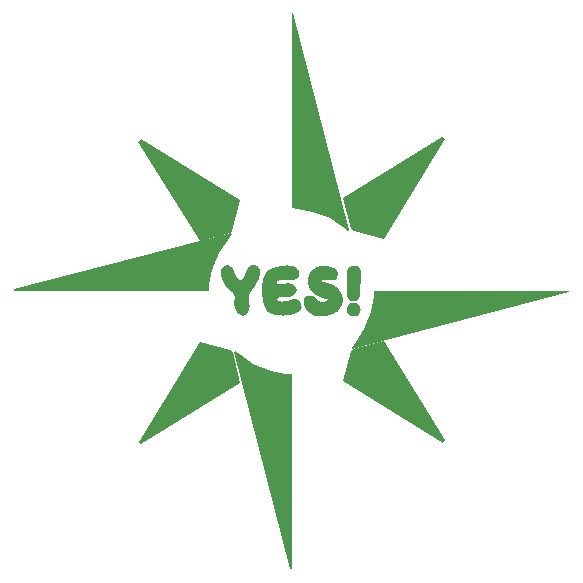
<source format=gtl>
G04*
G04 #@! TF.GenerationSoftware,Altium Limited,Altium Designer,21.8.1 (53)*
G04*
G04 Layer_Physical_Order=1*
G04 Layer_Color=255*
%FSLAX25Y25*%
%MOIN*%
G70*
G04*
G04 #@! TF.SameCoordinates,5354F6EB-D331-4573-B6A5-83F5A75BFFA3*
G04*
G04*
G04 #@! TF.FilePolarity,Positive*
G04*
G01*
G75*
G36*
X160266Y180746D02*
X159852Y180465D01*
X157976Y181843D01*
X153805Y184791D01*
X148097Y186986D01*
X143110Y187927D01*
X140986Y188000D01*
Y253011D01*
X141486Y253075D01*
X160266Y180746D01*
D02*
G37*
G36*
X192058Y210997D02*
X171693Y177915D01*
X161651Y180545D01*
X160787Y181155D01*
X158169Y191346D01*
X191226Y211766D01*
X192058Y210997D01*
D02*
G37*
G36*
X123768Y190695D02*
X121138Y180653D01*
X120528Y179789D01*
X110337Y177172D01*
X89917Y210228D01*
X90686Y211060D01*
X123768Y190695D01*
D02*
G37*
G36*
X139451Y168997D02*
X139492Y168996D01*
X139533Y168996D01*
X139574Y168995D01*
X139615Y168994D01*
X139656Y168993D01*
X139697Y168992D01*
X139738Y168991D01*
X139778Y168989D01*
X139819Y168987D01*
X139859Y168985D01*
X139900Y168983D01*
X139940Y168981D01*
X139980Y168979D01*
X140020Y168976D01*
X140060Y168973D01*
X140100Y168970D01*
X140140Y168967D01*
X140179Y168963D01*
X140219Y168960D01*
X140258Y168956D01*
X140297Y168952D01*
X140337Y168948D01*
X140376Y168943D01*
X140415Y168939D01*
X140453Y168934D01*
X140492Y168929D01*
X140531Y168924D01*
X140569Y168918D01*
X140607Y168913D01*
X140645Y168907D01*
X140683Y168901D01*
X140721Y168895D01*
X140759Y168888D01*
X140796Y168882D01*
X140834Y168875D01*
X140871Y168868D01*
X140908Y168861D01*
X140945Y168853D01*
X140982Y168846D01*
X141018Y168838D01*
X141055Y168830D01*
X141091Y168822D01*
X141127Y168813D01*
X141151Y168807D01*
X141175Y168802D01*
X141199Y168796D01*
X141223Y168790D01*
X141246Y168783D01*
X141270Y168777D01*
X141294Y168771D01*
X141317Y168764D01*
X141340Y168758D01*
X141364Y168751D01*
X141387Y168745D01*
X141410Y168738D01*
X141433Y168731D01*
X141456Y168724D01*
X141479Y168717D01*
X141502Y168710D01*
X141525Y168702D01*
X141547Y168695D01*
X141570Y168687D01*
X141592Y168680D01*
X141614Y168672D01*
X141637Y168664D01*
X141659Y168656D01*
X141681Y168648D01*
X141703Y168640D01*
X141725Y168632D01*
X141747Y168623D01*
X141769Y168615D01*
X141790Y168606D01*
X141812Y168598D01*
X141833Y168589D01*
X141855Y168580D01*
X141887Y168567D01*
X141918Y168553D01*
X141950Y168539D01*
X141981Y168525D01*
X142012Y168510D01*
X142043Y168496D01*
X142073Y168481D01*
X142104Y168466D01*
X142134Y168450D01*
X142164Y168435D01*
X142193Y168419D01*
X142223Y168403D01*
X142252Y168386D01*
X142281Y168370D01*
X142309Y168353D01*
X142338Y168336D01*
X142366Y168318D01*
X142394Y168301D01*
X142421Y168283D01*
X142449Y168265D01*
X142476Y168246D01*
X142503Y168228D01*
X142530Y168209D01*
X142556Y168190D01*
X142582Y168170D01*
X142608Y168151D01*
X142634Y168131D01*
X142659Y168111D01*
X142684Y168090D01*
X142717Y168063D01*
X142749Y168035D01*
X142781Y168006D01*
X142813Y167977D01*
X142844Y167947D01*
X142849Y167943D01*
X142856Y167935D01*
X143167Y167564D01*
D01*
X143300Y167325D01*
X143429Y167067D01*
X143433Y167059D01*
X143433Y167059D01*
X143569Y166586D01*
X143571Y166573D01*
X143578Y166537D01*
X143584Y166500D01*
X143590Y166464D01*
X143594Y166439D01*
X143597Y166414D01*
X143601Y166389D01*
X143604Y166364D01*
X143607Y166338D01*
X143610Y166313D01*
X143612Y166287D01*
X143615Y166262D01*
X143617Y166236D01*
X143619Y166210D01*
X143621Y166183D01*
X143623Y166157D01*
X143624Y166131D01*
X143626Y166104D01*
X143627Y166077D01*
X143628Y166051D01*
X143622Y166023D01*
X143618Y166004D01*
X143613Y165986D01*
X143609Y165968D01*
X143605Y165949D01*
X143600Y165932D01*
X143595Y165914D01*
X143591Y165896D01*
X143586Y165878D01*
X143581Y165861D01*
X143576Y165843D01*
X143571Y165826D01*
X143566Y165809D01*
X143561Y165792D01*
X143555Y165775D01*
X143550Y165758D01*
X143544Y165742D01*
X143539Y165725D01*
X143533Y165708D01*
X143527Y165692D01*
X143522Y165676D01*
X143513Y165652D01*
X143504Y165628D01*
X143494Y165604D01*
X143485Y165580D01*
X143481Y165570D01*
X143260Y165161D01*
D01*
X143043Y164918D01*
X142855Y164743D01*
X142657Y164608D01*
X142395Y164458D01*
X142394Y164458D01*
X142374Y164449D01*
X142353Y164440D01*
X142333Y164432D01*
X142313Y164423D01*
X142292Y164415D01*
X142272Y164407D01*
X142251Y164399D01*
X142230Y164391D01*
X142216Y164386D01*
X142202Y164381D01*
X142188Y164376D01*
X142174Y164371D01*
X142160Y164366D01*
X142146Y164361D01*
X142132Y164356D01*
X142117Y164352D01*
X142103Y164347D01*
X142089Y164342D01*
X142074Y164338D01*
X142060Y164333D01*
X142045Y164329D01*
X142031Y164325D01*
X142016Y164321D01*
X142002Y164316D01*
X141987Y164312D01*
X141972Y164308D01*
X141958Y164304D01*
X141943Y164300D01*
X141928Y164296D01*
X141913Y164292D01*
X141899Y164288D01*
X141884Y164285D01*
X141869Y164281D01*
X141854Y164277D01*
X141839Y164274D01*
X141823Y164270D01*
X141808Y164267D01*
X141793Y164263D01*
X141778Y164260D01*
X141763Y164257D01*
X141748Y164253D01*
X141732Y164250D01*
X141717Y164247D01*
X141702Y164244D01*
X141686Y164241D01*
X141671Y164238D01*
X141655Y164235D01*
X141640Y164232D01*
X141624Y164229D01*
X141609Y164226D01*
X141593Y164224D01*
X141577Y164221D01*
X141562Y164218D01*
X141546Y164216D01*
X141530Y164213D01*
X141514Y164210D01*
X141498Y164208D01*
X141483Y164206D01*
X141467Y164203D01*
X141451Y164201D01*
X141435Y164199D01*
X141419Y164196D01*
X141403Y164194D01*
X141387Y164192D01*
X141371Y164190D01*
X141355Y164188D01*
X141339Y164186D01*
X141322Y164184D01*
X141306Y164182D01*
X141290Y164180D01*
X141274Y164178D01*
X141257Y164176D01*
X141241Y164174D01*
X141225Y164173D01*
X141208Y164171D01*
X141192Y164169D01*
X141175Y164168D01*
X141159Y164166D01*
X141143Y164164D01*
X141126Y164163D01*
X141110Y164162D01*
X141093Y164160D01*
X141076Y164159D01*
X141060Y164157D01*
X141043Y164156D01*
X141026Y164155D01*
X141010Y164154D01*
X140993Y164152D01*
X140976Y164151D01*
X140960Y164150D01*
X140943Y164149D01*
X140926Y164148D01*
X140909Y164147D01*
X140892Y164146D01*
X140876Y164145D01*
X140859Y164144D01*
X140842Y164143D01*
X140825Y164142D01*
X140808Y164141D01*
X140791Y164140D01*
X140774Y164140D01*
X140757Y164139D01*
X140740Y164138D01*
X140723Y164137D01*
X140706Y164137D01*
X140689Y164136D01*
X140672Y164136D01*
X140654Y164135D01*
X140637Y164134D01*
X140620Y164134D01*
X140603Y164133D01*
X140586Y164133D01*
X140568Y164132D01*
X140551Y164132D01*
X140534Y164131D01*
X140517Y164131D01*
X140499Y164131D01*
X140482Y164130D01*
X140465Y164130D01*
X140447Y164130D01*
X140430Y164130D01*
X140413Y164129D01*
X140395Y164129D01*
X140378Y164129D01*
X140361Y164129D01*
X140326Y164129D01*
X140308Y164128D01*
X140291Y164128D01*
X140265Y164128D01*
X140256Y164128D01*
X140230Y164128D01*
X140212D01*
X140195Y164128D01*
X140168Y164128D01*
X140151Y164128D01*
X140133Y164128D01*
X140107Y164129D01*
X140089Y164129D01*
X140054Y164129D01*
X140028Y164129D01*
X139993Y164130D01*
X139957Y164130D01*
X139940Y164130D01*
X139904Y164131D01*
X139869Y164131D01*
X139834Y164132D01*
X139807Y164132D01*
X139763Y164133D01*
X139727Y164134D01*
X139674Y164135D01*
X139621Y164136D01*
X139586Y164137D01*
X139532Y164138D01*
X139462Y164140D01*
X139453Y164140D01*
X139435Y164141D01*
X139346Y164143D01*
X139329Y164144D01*
X139293Y164145D01*
X139258Y164146D01*
X139240Y164146D01*
X139231Y164146D01*
X139161Y164148D01*
X139152Y164148D01*
X139143Y164148D01*
X139134Y164149D01*
X139125Y164149D01*
X139090Y164150D01*
X139037Y164151D01*
X139028Y164151D01*
X139002Y164152D01*
X138967Y164152D01*
X138914Y164153D01*
X138896Y164154D01*
X138879Y164154D01*
X138870Y164154D01*
X138852Y164155D01*
X138817Y164155D01*
X138791Y164156D01*
X138774Y164156D01*
X138739Y164156D01*
X138704Y164157D01*
X138678Y164157D01*
X138660Y164157D01*
X138634Y164157D01*
X138608Y164158D01*
X138591Y164158D01*
X138565Y164158D01*
X138530Y164158D01*
X138504Y164158D01*
X138487Y164158D01*
X138470D01*
X138452Y164158D01*
X138435Y164158D01*
X138409Y164158D01*
X138383Y164158D01*
X138358Y164158D01*
X138349Y164158D01*
X138324Y164157D01*
X138315Y164157D01*
X138298Y164157D01*
X138272Y164157D01*
X138255Y164157D01*
X138238Y164156D01*
X138222Y164156D01*
X138205Y164156D01*
X138188Y164155D01*
X138171Y164155D01*
X138154Y164155D01*
X138137Y164154D01*
X138120Y164154D01*
X138103Y164153D01*
X138086Y164153D01*
X138070Y164152D01*
X138053Y164152D01*
X138036Y164151D01*
X138019Y164150D01*
X138003Y164150D01*
X137986Y164149D01*
X137970Y164148D01*
X137953Y164148D01*
X137936Y164147D01*
X137920Y164146D01*
X137903Y164145D01*
X137887Y164145D01*
X137870Y164144D01*
X137854Y164143D01*
X137837Y164142D01*
X137821Y164141D01*
X137804Y164140D01*
X137788Y164139D01*
X137772Y164138D01*
X137756Y164137D01*
X137739Y164135D01*
X137723Y164134D01*
X137707Y164133D01*
X137691Y164132D01*
X137674Y164130D01*
X137658Y164129D01*
X137642Y164128D01*
X137626Y164126D01*
X137610Y164125D01*
X137594Y164124D01*
X137578Y164122D01*
X137562Y164120D01*
X137547Y164119D01*
X137531Y164117D01*
X137515Y164116D01*
X137499Y164114D01*
X137483Y164112D01*
X137468Y164110D01*
X137452Y164109D01*
X137436Y164107D01*
X137420Y164105D01*
X137405Y164103D01*
X137389Y164101D01*
X137374Y164099D01*
X137358Y164097D01*
X137343Y164095D01*
X137327Y164093D01*
X137312Y164090D01*
X137297Y164088D01*
X137281Y164086D01*
X137266Y164084D01*
X137251Y164081D01*
X137236Y164079D01*
X137221Y164076D01*
X137205Y164074D01*
X137190Y164071D01*
X137175Y164068D01*
X137160Y164066D01*
X137145Y164063D01*
X137130Y164060D01*
X137116Y164058D01*
X137101Y164055D01*
X137086Y164052D01*
X137071Y164049D01*
X137056Y164046D01*
X137042Y164043D01*
X137027Y164040D01*
X137012Y164037D01*
X136998Y164033D01*
X136983Y164030D01*
X136969Y164027D01*
X136954Y164023D01*
X136940Y164020D01*
X136926Y164016D01*
X136911Y164013D01*
X136897Y164009D01*
X136883Y164006D01*
X136869Y164002D01*
X136855Y163998D01*
X136840Y163994D01*
X136826Y163991D01*
X136812Y163987D01*
X136799Y163983D01*
X136785Y163979D01*
X136771Y163974D01*
X136757Y163970D01*
X136743Y163966D01*
X136730Y163962D01*
X136716Y163958D01*
X136702Y163953D01*
X136689Y163949D01*
X136675Y163944D01*
X136662Y163940D01*
X136648Y163935D01*
X136635Y163930D01*
X136622Y163926D01*
X136608Y163921D01*
X136595Y163916D01*
X136582Y163911D01*
X136569Y163906D01*
X136556Y163901D01*
X136543Y163896D01*
X136530Y163891D01*
X136517Y163885D01*
X136504Y163880D01*
X136498Y163877D01*
X136483Y163867D01*
X136474Y163860D01*
X136469Y163857D01*
X136460Y163850D01*
X136456Y163847D01*
X136442Y163837D01*
X136433Y163830D01*
X136428Y163827D01*
X136420Y163820D01*
X136411Y163814D01*
X136407Y163810D01*
X136398Y163804D01*
X136394Y163800D01*
X136386Y163794D01*
X136377Y163787D01*
X136373Y163784D01*
X136369Y163781D01*
X136361Y163774D01*
X136357Y163771D01*
X136353Y163768D01*
X136345Y163761D01*
X136341Y163758D01*
X136337Y163755D01*
X136329Y163749D01*
X136325Y163745D01*
X136318Y163739D01*
X136314Y163736D01*
X136310Y163733D01*
X136303Y163726D01*
X136295Y163720D01*
X136288Y163714D01*
X136281Y163707D01*
X136277Y163704D01*
X136270Y163698D01*
X136267Y163695D01*
X136260Y163689D01*
X136253Y163682D01*
X136250Y163680D01*
X136243Y163673D01*
X136236Y163667D01*
X136230Y163661D01*
X136223Y163655D01*
X136217Y163649D01*
X136214Y163646D01*
X136208Y163640D01*
X136205Y163637D01*
X136202Y163634D01*
X136196Y163628D01*
X136190Y163622D01*
X136184Y163616D01*
X136181Y163613D01*
X136178Y163610D01*
X136172Y163604D01*
X136167Y163599D01*
X136167Y163598D01*
X136167Y163598D01*
X136164Y163595D01*
X136164Y163595D01*
X136161Y163592D01*
X136161Y163592D01*
X136158Y163589D01*
X136158Y163589D01*
X136156Y163586D01*
X136156Y163586D01*
X136153Y163584D01*
X136153Y163584D01*
X136150Y163581D01*
X136150Y163581D01*
X136148Y163578D01*
X136148Y163578D01*
X136145Y163575D01*
X136145Y163575D01*
X136142Y163572D01*
X136142Y163572D01*
X136140Y163569D01*
X136140Y163569D01*
X136137Y163566D01*
X136137Y163566D01*
X136135Y163563D01*
X136135Y163563D01*
X136132Y163560D01*
X136132Y163560D01*
X136130Y163558D01*
X136130Y163558D01*
X136127Y163555D01*
X136127Y163555D01*
X136125Y163552D01*
X136125Y163552D01*
X136122Y163549D01*
X136122Y163549D01*
X136120Y163546D01*
Y163546D01*
X136118Y163543D01*
X136117Y163543D01*
X136115Y163540D01*
X136115Y163540D01*
X136113Y163538D01*
X136113Y163538D01*
X136110Y163535D01*
X136110Y163535D01*
X136108Y163532D01*
X136108Y163532D01*
X136106Y163529D01*
X136106Y163529D01*
X136104Y163526D01*
X136104Y163526D01*
X136101Y163523D01*
X136101Y163523D01*
X136099Y163521D01*
X136099Y163521D01*
X136097Y163518D01*
X136097Y163518D01*
X136095Y163515D01*
X136095Y163515D01*
X136093Y163512D01*
X136093Y163512D01*
X136090Y163509D01*
X136090Y163509D01*
X136088Y163507D01*
X136088Y163507D01*
X136086Y163504D01*
X136086Y163504D01*
X136084Y163501D01*
X136084Y163501D01*
X136082Y163498D01*
X136082Y163498D01*
X136080Y163496D01*
X136080Y163496D01*
X136078Y163493D01*
X136078Y163493D01*
X136076Y163490D01*
X136076Y163490D01*
X136074Y163487D01*
X136074Y163487D01*
X136072Y163485D01*
X136072Y163485D01*
X136070Y163482D01*
X136070Y163482D01*
X136068Y163479D01*
X136068Y163479D01*
X136066Y163476D01*
X136066Y163476D01*
X136064Y163474D01*
X136064Y163474D01*
X136062Y163471D01*
X136062Y163471D01*
X136061Y163468D01*
X136061Y163468D01*
X136059Y163466D01*
X136059Y163465D01*
X136057Y163463D01*
X136057Y163463D01*
X136055Y163460D01*
X136055Y163460D01*
X136053Y163458D01*
X136053Y163458D01*
X136052Y163455D01*
X136052Y163455D01*
X136050Y163452D01*
X136050Y163452D01*
X136048Y163450D01*
X136048Y163449D01*
X136047Y163447D01*
X136047Y163447D01*
X136045Y163444D01*
X136045Y163444D01*
X136043Y163442D01*
X136043Y163441D01*
X136041Y163439D01*
X136041Y163439D01*
X136040Y163436D01*
X136040Y163436D01*
X136038Y163434D01*
X136038Y163434D01*
X136037Y163431D01*
X136037Y163431D01*
X136035Y163428D01*
X136035Y163428D01*
X136034Y163426D01*
X136034Y163426D01*
X136032Y163423D01*
X136032Y163423D01*
X136031Y163420D01*
X136031Y163420D01*
X136029Y163418D01*
X136029Y163418D01*
X136028Y163415D01*
X136028Y163415D01*
X136026Y163413D01*
X136026Y163412D01*
X136025Y163410D01*
X136025Y163410D01*
X136023Y163407D01*
X136023Y163407D01*
X136022Y163405D01*
X136022Y163405D01*
X136021Y163402D01*
X136021Y163402D01*
X136019Y163400D01*
X136019Y163400D01*
X136018Y163397D01*
X136018Y163397D01*
X136017Y163394D01*
X136017Y163394D01*
X136015Y163392D01*
X136015Y163392D01*
X136014Y163389D01*
X136014Y163389D01*
X136013Y163387D01*
X136013Y163387D01*
X136012Y163384D01*
X136012Y163384D01*
X136010Y163382D01*
X136010Y163382D01*
X136009Y163379D01*
X136009Y163379D01*
X136008Y163377D01*
X136008Y163377D01*
X136007Y163374D01*
X136007Y163374D01*
X136006Y163372D01*
X136006Y163372D01*
X136005Y163369D01*
X136005Y163369D01*
X136003Y163367D01*
X136003Y163366D01*
X136002Y163364D01*
X136002Y163364D01*
X136001Y163362D01*
X136001Y163362D01*
X136000Y163359D01*
Y163359D01*
X135999Y163357D01*
Y163356D01*
X135998Y163354D01*
Y163354D01*
X135997Y163352D01*
Y163352D01*
X135996Y163349D01*
Y163349D01*
X135995Y163347D01*
Y163347D01*
X135994Y163344D01*
Y163344D01*
X135994Y163342D01*
Y163342D01*
X135993Y163339D01*
Y163339D01*
X135992Y163337D01*
Y163337D01*
X135991Y163334D01*
Y163334D01*
X135990Y163332D01*
Y163332D01*
X135989Y163330D01*
Y163329D01*
X135988Y163327D01*
Y163327D01*
X135988Y163325D01*
Y163325D01*
X135987Y163322D01*
Y163322D01*
X135985Y163317D01*
Y163317D01*
X135984Y163313D01*
Y163312D01*
X135983Y163308D01*
Y163308D01*
X135981Y163303D01*
Y163303D01*
X135980Y163298D01*
Y163298D01*
X135979Y163294D01*
Y163294D01*
X135978Y163289D01*
Y163289D01*
X135977Y163284D01*
Y163284D01*
X135976Y163279D01*
Y163279D01*
X135975Y163275D01*
Y163275D01*
X135974Y163270D01*
Y163270D01*
X135973Y163266D01*
Y163265D01*
X135973Y163261D01*
Y163261D01*
X135972Y163256D01*
X135972Y163256D01*
X135972Y163252D01*
X135972Y163252D01*
X135971Y163247D01*
X135971Y163247D01*
X135971Y163243D01*
X135971Y163243D01*
X135971Y163243D01*
X135971Y163243D01*
X135970Y163238D01*
X135970Y163238D01*
X135970Y163238D01*
X135970Y163238D01*
X135970Y163234D01*
X135970Y163234D01*
X135970Y163234D01*
X135970Y163234D01*
X135970Y163229D01*
X135970Y163229D01*
Y163229D01*
Y163229D01*
X135970Y163225D01*
X135970Y163225D01*
Y163225D01*
Y163225D01*
X135970Y163224D01*
X135970Y163224D01*
Y163224D01*
Y163224D01*
X135970Y163222D01*
X135970Y163222D01*
Y163222D01*
X135970Y163222D01*
X135970Y163221D01*
X135970Y163221D01*
Y163221D01*
X135970Y163221D01*
X135970Y163219D01*
X135970Y163219D01*
Y163219D01*
X135970Y163219D01*
X135970Y163218D01*
X135970Y163218D01*
X135970Y163217D01*
X135970Y163217D01*
X135970Y163216D01*
X135970Y163216D01*
X135970Y163214D01*
X135970Y163214D01*
X135970Y163213D01*
X135970Y163212D01*
Y163212D01*
X135970Y163212D01*
Y163211D01*
X135970Y163211D01*
X135970Y163209D01*
X135970Y163209D01*
X135970Y163208D01*
X135970Y163207D01*
X135970Y163206D01*
X135970Y163206D01*
X135970Y163205D01*
X135970Y163205D01*
X135970Y163204D01*
X135970Y163204D01*
X135970Y163203D01*
X135970Y163203D01*
X135970Y163201D01*
X135970Y163201D01*
X135970Y163199D01*
X135970Y163199D01*
X135970Y163199D01*
X135970Y163198D01*
X135971Y163198D01*
X135971Y163197D01*
X135971Y163195D01*
X135971Y163195D01*
X135971Y163193D01*
X135971Y163193D01*
X135971Y163191D01*
X135971Y163191D01*
X135971Y163190D01*
X135971Y163190D01*
X135971Y163189D01*
X135971Y163189D01*
X135972Y163186D01*
X135972Y163186D01*
X135972Y163183D01*
X135972Y163183D01*
X135972Y163181D01*
X135972Y163181D01*
X135972Y163179D01*
X135972Y163179D01*
X135974Y163173D01*
X135974Y163173D01*
X135976Y163160D01*
X135976Y163160D01*
X135979Y163147D01*
X135979Y163147D01*
X135983Y163134D01*
X135983Y163134D01*
X135985Y163128D01*
X135985Y163128D01*
X135985Y163127D01*
X135985Y163127D01*
X135986Y163125D01*
X135986Y163125D01*
X135986Y163123D01*
X135986Y163123D01*
X135987Y163121D01*
X135987Y163121D01*
X135987Y163120D01*
X135988Y163120D01*
X135988Y163119D01*
X135988Y163119D01*
X135989Y163117D01*
X135989Y163117D01*
X135989Y163115D01*
X135989Y163115D01*
X135990Y163113D01*
X135990Y163113D01*
X135991Y163112D01*
X135991Y163112D01*
X135991Y163111D01*
X135991Y163111D01*
X135991Y163110D01*
X135992Y163110D01*
X135992Y163109D01*
X135992Y163108D01*
X135993Y163107D01*
X135993Y163107D01*
X135993Y163106D01*
X135994Y163105D01*
X135994Y163104D01*
X135994Y163103D01*
X135995Y163103D01*
X135995Y163102D01*
X135995Y163101D01*
X135995Y163101D01*
X135997Y163097D01*
X135997Y163097D01*
X135998Y163095D01*
X135999Y163094D01*
X136000Y163091D01*
X136001Y163089D01*
X136002Y163087D01*
X136004Y163084D01*
X136004Y163083D01*
X136006Y163080D01*
X136006Y163080D01*
X136008Y163076D01*
X136008Y163076D01*
X136010Y163073D01*
X136010Y163072D01*
X136012Y163069D01*
X136013Y163068D01*
X136015Y163065D01*
X136015Y163065D01*
X136017Y163061D01*
X136017Y163061D01*
X136019Y163058D01*
X136020Y163057D01*
X136022Y163054D01*
X136022Y163054D01*
X136024Y163050D01*
X136024Y163050D01*
X136027Y163047D01*
X136027Y163047D01*
X136030Y163043D01*
X136030Y163043D01*
X136032Y163040D01*
X136032Y163039D01*
X136035Y163036D01*
X136035Y163036D01*
X136038Y163032D01*
X136038Y163032D01*
X136040Y163029D01*
X136041Y163029D01*
X136043Y163025D01*
X136044Y163025D01*
X136046Y163022D01*
X136046Y163022D01*
X136049Y163019D01*
X136049Y163018D01*
X136052Y163015D01*
X136052Y163015D01*
X136055Y163012D01*
X136056Y163012D01*
X136059Y163008D01*
X136059Y163008D01*
X136062Y163005D01*
X136062Y163005D01*
X136065Y163001D01*
X136065Y163001D01*
X136068Y162998D01*
X136068Y162998D01*
X136072Y162995D01*
X136072Y162995D01*
X136075Y162991D01*
X136075Y162991D01*
X136078Y162988D01*
X136079Y162988D01*
X136082Y162985D01*
X136082Y162985D01*
X136085Y162982D01*
X136085Y162982D01*
X136089Y162978D01*
X136089Y162978D01*
X136093Y162975D01*
X136093Y162975D01*
X136096Y162972D01*
X136096Y162972D01*
X136100Y162969D01*
X136100Y162969D01*
X136104Y162966D01*
X136104Y162966D01*
X136108Y162962D01*
X136108Y162962D01*
X136111Y162959D01*
X136112Y162959D01*
X136115Y162956D01*
X136116Y162956D01*
X136119Y162953D01*
X136119Y162953D01*
X136123Y162950D01*
X136124Y162950D01*
X136127Y162947D01*
X136127Y162947D01*
X136132Y162944D01*
X136132Y162944D01*
X136136Y162941D01*
X136136Y162941D01*
X136140Y162938D01*
X136140Y162938D01*
X136144Y162935D01*
X136144Y162935D01*
X136148Y162932D01*
X136149Y162932D01*
X136153Y162929D01*
X136153Y162929D01*
X136157Y162926D01*
X136157Y162926D01*
X136162Y162923D01*
X136162Y162923D01*
X136166Y162920D01*
X136166Y162920D01*
X136170Y162917D01*
X136171Y162917D01*
X136175Y162915D01*
X136175Y162915D01*
X136180Y162912D01*
X136180Y162912D01*
X136184Y162909D01*
X136184Y162909D01*
X136189Y162906D01*
X136189Y162906D01*
X136194Y162903D01*
X136194Y162903D01*
X136198Y162901D01*
X136198Y162901D01*
X136203Y162898D01*
X136203Y162898D01*
X136208Y162895D01*
X136208Y162895D01*
X136213Y162892D01*
X136213Y162892D01*
X136218Y162890D01*
X136218Y162890D01*
X136223Y162887D01*
X136223Y162887D01*
X136228Y162884D01*
X136228Y162884D01*
X136233Y162882D01*
X136233Y162882D01*
X136238Y162879D01*
X136238Y162879D01*
X136243Y162876D01*
X136243Y162876D01*
X136248Y162874D01*
X136248Y162874D01*
X136254Y162871D01*
X136254Y162871D01*
X136259Y162869D01*
X136259Y162869D01*
X136264Y162866D01*
X136264Y162866D01*
X136269Y162864D01*
X136269Y162864D01*
X136275Y162861D01*
X136275Y162861D01*
X136280Y162859D01*
X136280Y162859D01*
X136286Y162856D01*
X136286Y162856D01*
X136291Y162854D01*
X136291Y162854D01*
X136297Y162851D01*
X136297Y162851D01*
X136302Y162849D01*
X136302Y162849D01*
X136308Y162847D01*
X136308Y162847D01*
X136313Y162844D01*
X136313Y162844D01*
X136319Y162842D01*
X136319Y162842D01*
X136325Y162839D01*
X136325Y162839D01*
X136330Y162837D01*
X136330Y162837D01*
X136336Y162835D01*
X136336Y162835D01*
X136342Y162832D01*
X136342Y162832D01*
X136348Y162830D01*
X136348Y162830D01*
X136354Y162828D01*
X136354Y162828D01*
X136360Y162826D01*
X136360Y162826D01*
X136366Y162823D01*
X136366Y162823D01*
X136372Y162821D01*
X136372Y162821D01*
X136384Y162817D01*
X136390Y162815D01*
X136396Y162812D01*
X136402Y162810D01*
X136408Y162808D01*
X136414Y162806D01*
X136421Y162804D01*
X136427Y162802D01*
X136433Y162800D01*
X136440Y162798D01*
X136446Y162796D01*
X136452Y162794D01*
X136459Y162792D01*
X136465Y162790D01*
X136472Y162788D01*
X136478Y162786D01*
X136485Y162784D01*
X136491Y162782D01*
X136498Y162780D01*
X136504Y162779D01*
X136511Y162777D01*
X136518Y162775D01*
X136524Y162773D01*
X136531Y162771D01*
X136538Y162770D01*
X136545Y162768D01*
X136551Y162766D01*
X136558Y162764D01*
X136565Y162763D01*
X136572Y162761D01*
X136579Y162759D01*
X136586Y162758D01*
X136593Y162756D01*
X136600Y162754D01*
X136607Y162753D01*
X136614Y162751D01*
X136621Y162750D01*
X136628Y162748D01*
X136635Y162746D01*
X136642Y162745D01*
X136650Y162743D01*
X136657Y162742D01*
X136664Y162740D01*
X136671Y162739D01*
X136678Y162737D01*
X136686Y162736D01*
X136693Y162735D01*
X136700Y162733D01*
X136707Y162732D01*
X136715Y162730D01*
X136722Y162729D01*
X136733Y162727D01*
X136744Y162725D01*
X136756Y162723D01*
X136767Y162721D01*
X136778Y162719D01*
X136789Y162718D01*
X136801Y162716D01*
X136812Y162714D01*
X136823Y162712D01*
X136835Y162711D01*
X136846Y162709D01*
X136858Y162707D01*
X136870Y162706D01*
X136881Y162704D01*
X136893Y162703D01*
X136904Y162701D01*
X136916Y162700D01*
X136928Y162698D01*
X136939Y162697D01*
X136951Y162696D01*
X136967Y162694D01*
X136983Y162692D01*
X136998Y162691D01*
X137014Y162689D01*
X137030Y162688D01*
X137046Y162686D01*
X137062Y162685D01*
X137082Y162683D01*
X137102Y162682D01*
X137122Y162680D01*
X137142Y162679D01*
X137167Y162678D01*
X137191Y162676D01*
X137219Y162675D01*
X137251Y162674D01*
X137292Y162672D01*
X137349Y162671D01*
X137373Y162671D01*
X137423Y162670D01*
X137472Y162671D01*
X137522Y162671D01*
X137546Y162672D01*
X137582Y162673D01*
X137614Y162674D01*
X137642Y162675D01*
X137665Y162677D01*
X137685Y162678D01*
X137704Y162679D01*
X137724Y162680D01*
X137739Y162681D01*
X137755Y162682D01*
X137770Y162684D01*
X137785Y162685D01*
X137801Y162686D01*
X137816Y162688D01*
X137831Y162689D01*
X137842Y162690D01*
X137853Y162691D01*
X137864Y162692D01*
X137876Y162694D01*
X137887Y162695D01*
X137898Y162696D01*
X137909Y162697D01*
X137920Y162699D01*
X137931Y162700D01*
X137942Y162701D01*
X137952Y162703D01*
X137963Y162704D01*
X137974Y162706D01*
X137992Y162708D01*
X137999Y162709D01*
X138013Y162711D01*
X138020Y162712D01*
X138034Y162714D01*
X138041Y162715D01*
X138048Y162716D01*
X138055Y162717D01*
X138061Y162719D01*
X138068Y162720D01*
X138075Y162721D01*
X138082Y162722D01*
X138089Y162723D01*
X138095Y162724D01*
X138102Y162726D01*
X138115Y162728D01*
X138122Y162729D01*
X138135Y162732D01*
X138142Y162733D01*
X138148Y162734D01*
X138155Y162736D01*
X138168Y162738D01*
X138180Y162741D01*
X138187Y162742D01*
X138193Y162744D01*
X138199Y162745D01*
X138205Y162747D01*
X138218Y162749D01*
X138224Y162751D01*
X138230Y162752D01*
X138242Y162755D01*
X138248Y162757D01*
X138254Y162758D01*
X138260Y162760D01*
X138272Y162763D01*
X138277Y162764D01*
X138283Y162766D01*
X138292Y162768D01*
X138303Y162773D01*
X138327Y162783D01*
X138350Y162793D01*
X138373Y162803D01*
X138397Y162812D01*
X138420Y162821D01*
X138443Y162830D01*
X138467Y162839D01*
X138491Y162848D01*
X138517Y162857D01*
X138542Y162867D01*
X138568Y162875D01*
X138596Y162885D01*
X138626Y162895D01*
X138657Y162905D01*
X138687Y162914D01*
X138702Y162919D01*
X138720Y162924D01*
X138754Y162934D01*
X138789Y162944D01*
X138824Y162953D01*
X138863Y162963D01*
X138904Y162973D01*
X138946Y162983D01*
X138988Y162993D01*
X139009Y162997D01*
X139035Y163002D01*
X139088Y163013D01*
X139142Y163022D01*
X139195Y163031D01*
X139261Y163040D01*
X139341Y163050D01*
X139421Y163058D01*
X139502Y163065D01*
X139606Y163070D01*
X139736Y163073D01*
X139865Y163071D01*
X139994Y163063D01*
X140059Y163057D01*
X140108Y163053D01*
X140207Y163041D01*
X140306Y163026D01*
X140392Y163011D01*
X140843Y162893D01*
Y162893D01*
X141080Y162794D01*
X141316Y162692D01*
Y162692D01*
X141714Y162446D01*
X141717Y162445D01*
X141754Y162417D01*
X141790Y162389D01*
X141826Y162361D01*
X141861Y162332D01*
X141890Y162307D01*
X141919Y162283D01*
X141947Y162258D01*
X141974Y162232D01*
X142001Y162207D01*
X142028Y162181D01*
X142054Y162155D01*
X142080Y162129D01*
X142105Y162102D01*
X142130Y162075D01*
X142155Y162048D01*
X142178Y162021D01*
X142197Y161998D01*
X142216Y161976D01*
X142234Y161954D01*
X142251Y161931D01*
X142269Y161908D01*
X142286Y161886D01*
X142303Y161863D01*
X142319Y161839D01*
X142335Y161816D01*
X142351Y161793D01*
X142367Y161769D01*
X142380Y161748D01*
X142500Y161500D01*
X142591Y161285D01*
X142635Y161062D01*
X142663Y160854D01*
X142648Y160577D01*
X142626Y160462D01*
X142593Y160317D01*
X142533Y160141D01*
X142469Y160011D01*
X142333Y159764D01*
X142329Y159757D01*
X142315Y159738D01*
X142300Y159718D01*
X142285Y159698D01*
X142270Y159678D01*
X142254Y159659D01*
X142238Y159639D01*
X142222Y159620D01*
X142206Y159600D01*
X142189Y159581D01*
X142172Y159561D01*
X142160Y159548D01*
X142148Y159535D01*
X142137Y159522D01*
X142124Y159510D01*
X142112Y159497D01*
X142100Y159484D01*
X142088Y159471D01*
X142075Y159458D01*
X142062Y159445D01*
X142049Y159433D01*
X142036Y159420D01*
X142023Y159407D01*
X142010Y159395D01*
X141996Y159382D01*
X141983Y159369D01*
X141969Y159357D01*
X141955Y159344D01*
X141941Y159331D01*
X141927Y159319D01*
X141912Y159306D01*
X141898Y159294D01*
X141883Y159281D01*
X141868Y159269D01*
X141853Y159256D01*
X141838Y159244D01*
X141823Y159232D01*
X141808Y159219D01*
X141792Y159207D01*
X141776Y159195D01*
X141761Y159183D01*
X141744Y159170D01*
X141728Y159158D01*
X141712Y159146D01*
X141696Y159134D01*
X141679Y159122D01*
X141662Y159110D01*
X141645Y159098D01*
X141628Y159086D01*
X141611Y159074D01*
X141594Y159062D01*
X141576Y159050D01*
X141558Y159038D01*
X141541Y159026D01*
X141522Y159014D01*
X141504Y159002D01*
X141486Y158991D01*
X141467Y158979D01*
X141449Y158967D01*
X141430Y158956D01*
X141411Y158944D01*
X141392Y158932D01*
X141373Y158921D01*
X141353Y158909D01*
X141334Y158898D01*
X141314Y158886D01*
X141294Y158875D01*
X141274Y158863D01*
X141254Y158852D01*
X141233Y158841D01*
X141213Y158829D01*
X141192Y158818D01*
X141171Y158807D01*
X141161Y158801D01*
X141152Y158794D01*
X141146Y158789D01*
X141140Y158784D01*
X141134Y158779D01*
X141128Y158774D01*
X141122Y158770D01*
X141116Y158765D01*
X141109Y158760D01*
X141103Y158756D01*
X141097Y158751D01*
X141090Y158746D01*
X141084Y158742D01*
X141077Y158737D01*
X141071Y158733D01*
X141064Y158729D01*
X141057Y158724D01*
X141051Y158720D01*
X141044Y158716D01*
X141037Y158712D01*
X141030Y158707D01*
X141023Y158703D01*
X141016Y158699D01*
X141009Y158695D01*
X141001Y158691D01*
X140994Y158687D01*
X140987Y158683D01*
X140980Y158679D01*
X140972Y158676D01*
X140965Y158672D01*
X140957Y158668D01*
X140950Y158664D01*
X140942Y158661D01*
X140934Y158657D01*
X140927Y158653D01*
X140919Y158650D01*
X140911Y158647D01*
X140903Y158643D01*
X140895Y158640D01*
X140887Y158636D01*
X140879Y158633D01*
X140871Y158630D01*
X140863Y158626D01*
X140855Y158623D01*
X140846Y158620D01*
X140838Y158617D01*
X140830Y158614D01*
X140821Y158610D01*
X140813Y158607D01*
X140804Y158604D01*
X140796Y158601D01*
X140787Y158598D01*
X140779Y158596D01*
X140770Y158593D01*
X140761Y158590D01*
X140752Y158587D01*
X140744Y158584D01*
X140735Y158582D01*
X140726Y158579D01*
X140717Y158576D01*
X140708Y158574D01*
X140699Y158571D01*
X140690Y158569D01*
X140680Y158566D01*
X140671Y158563D01*
X140662Y158561D01*
X140653Y158559D01*
X140643Y158556D01*
X140634Y158554D01*
X140624Y158552D01*
X140615Y158549D01*
X140605Y158547D01*
X140596Y158545D01*
X140586Y158543D01*
X140577Y158540D01*
X140567Y158538D01*
X140557Y158536D01*
X140548Y158534D01*
X140538Y158532D01*
X140528Y158530D01*
X140518Y158528D01*
X140508Y158526D01*
X140498Y158524D01*
X140488Y158522D01*
X140478Y158521D01*
X140468Y158519D01*
X140458Y158517D01*
X140448Y158515D01*
X140437Y158513D01*
X140427Y158512D01*
X140417Y158510D01*
X140407Y158508D01*
X140396Y158507D01*
X140386Y158505D01*
X140375Y158503D01*
X140365Y158502D01*
X140354Y158501D01*
X140344Y158499D01*
X140333Y158498D01*
X140323Y158496D01*
X140312Y158495D01*
X140301Y158493D01*
X140291Y158492D01*
X140280Y158491D01*
X140269Y158489D01*
X140258Y158488D01*
X140247Y158487D01*
X140237Y158485D01*
X140226Y158484D01*
X140215Y158483D01*
X140204Y158482D01*
X140193Y158481D01*
X140182Y158480D01*
X140171Y158478D01*
X140159Y158477D01*
X140148Y158476D01*
X140137Y158475D01*
X140126Y158474D01*
X140115Y158473D01*
X140103Y158472D01*
X140092Y158471D01*
X140081Y158470D01*
X140069Y158470D01*
X140058Y158469D01*
X140047Y158468D01*
X140035Y158467D01*
X140024Y158466D01*
X140012Y158465D01*
X140001Y158465D01*
X139989Y158464D01*
X139978Y158463D01*
X139966Y158463D01*
X139954Y158462D01*
X139943Y158461D01*
X139931Y158460D01*
X139919Y158460D01*
X139908Y158459D01*
X139896Y158459D01*
X139884Y158458D01*
X139872Y158457D01*
X139860Y158457D01*
X139848Y158456D01*
X139837Y158456D01*
X139825Y158455D01*
X139813Y158455D01*
X139801Y158454D01*
X139789Y158454D01*
X139777Y158454D01*
X139765Y158453D01*
X139753Y158453D01*
X139741Y158452D01*
X139729Y158452D01*
X139717Y158452D01*
X139704Y158451D01*
X139692Y158451D01*
X139680Y158451D01*
X139668Y158450D01*
X139656Y158450D01*
X139644Y158450D01*
X139631Y158449D01*
X139619Y158449D01*
X139594Y158449D01*
X139576Y158449D01*
X139557Y158448D01*
X139526Y158448D01*
X139514Y158448D01*
X139489Y158448D01*
X139477Y158447D01*
X139471Y158447D01*
X139464Y158447D01*
X139439Y158447D01*
X139427Y158447D01*
X139408Y158447D01*
X139389Y158447D01*
X139370Y158447D01*
X139339D01*
X139307Y158447D01*
X139276Y158447D01*
X139244Y158447D01*
X139237Y158447D01*
X139231Y158447D01*
X139218Y158447D01*
X139180Y158448D01*
X139148Y158448D01*
X139123Y158448D01*
X139091Y158449D01*
X139072Y158449D01*
X139065Y158449D01*
X139052Y158449D01*
X139046Y158449D01*
X139026Y158449D01*
X138988Y158450D01*
X138982Y158450D01*
X138969Y158450D01*
X138962Y158450D01*
X138943Y158450D01*
X138930Y158450D01*
X138917Y158451D01*
X138827Y158452D01*
X138814Y158452D01*
X138730Y158453D01*
X138698Y158454D01*
X138685Y158454D01*
X138672Y158454D01*
X138666Y158454D01*
X138653Y158454D01*
X138647Y158454D01*
X138621Y158455D01*
X138614Y158455D01*
X138589Y158455D01*
X138576Y158455D01*
X138569Y158455D01*
X138556Y158455D01*
X138550Y158456D01*
X138537Y158456D01*
X138531Y158456D01*
X138524Y158456D01*
X138492Y158456D01*
X138479Y158456D01*
X138441Y158457D01*
X138435Y158457D01*
X138428Y158457D01*
X138409Y158457D01*
X138402Y158457D01*
X138396Y158457D01*
X138358Y158457D01*
X138332Y158457D01*
X138301Y158457D01*
X138275D01*
X138262Y158457D01*
X138250Y158457D01*
X138237Y158457D01*
X138224Y158457D01*
X138212Y158457D01*
X138199Y158457D01*
X138187Y158457D01*
X138161Y158457D01*
X138149Y158457D01*
X138124Y158456D01*
X138099Y158456D01*
X138080Y158456D01*
X138061Y158456D01*
X138042Y158455D01*
X138017Y158455D01*
X138005Y158455D01*
X137993Y158454D01*
X137980Y158454D01*
X137968Y158454D01*
X137955Y158453D01*
X137943Y158453D01*
X137931Y158453D01*
X137919Y158452D01*
X137906Y158452D01*
X137894Y158452D01*
X137882Y158451D01*
X137870Y158451D01*
X137857Y158450D01*
X137845Y158450D01*
X137833Y158450D01*
X137821Y158449D01*
X137809Y158449D01*
X137797Y158448D01*
X137785Y158448D01*
X137773Y158447D01*
X137760Y158447D01*
X137749Y158446D01*
X137736Y158445D01*
X137725Y158445D01*
X137713Y158444D01*
X137701Y158444D01*
X137689Y158443D01*
X137677Y158442D01*
X137665Y158441D01*
X137653Y158441D01*
X137641Y158440D01*
X137630Y158439D01*
X137618Y158439D01*
X137606Y158438D01*
X137594Y158437D01*
X137583Y158436D01*
X137571Y158435D01*
X137559Y158434D01*
X137548Y158433D01*
X137536Y158433D01*
X137525Y158432D01*
X137513Y158431D01*
X137502Y158430D01*
X137490Y158429D01*
X137479Y158428D01*
X137468Y158427D01*
X137456Y158425D01*
X137445Y158424D01*
X137434Y158423D01*
X137422Y158422D01*
X137411Y158421D01*
X137400Y158420D01*
X137389Y158419D01*
X137377Y158417D01*
X137366Y158416D01*
X137355Y158415D01*
X137344Y158413D01*
X137333Y158412D01*
X137322Y158411D01*
X137311Y158409D01*
X137300Y158408D01*
X137289Y158406D01*
X137278Y158405D01*
X137267Y158404D01*
X137257Y158402D01*
X137246Y158400D01*
X137235Y158399D01*
X137224Y158397D01*
X137214Y158396D01*
X137203Y158394D01*
X137192Y158392D01*
X137182Y158391D01*
X137171Y158389D01*
X137161Y158387D01*
X137150Y158385D01*
X137140Y158383D01*
X137130Y158382D01*
X137119Y158380D01*
X137109Y158378D01*
X137099Y158376D01*
X137088Y158374D01*
X137078Y158372D01*
X137068Y158370D01*
X137058Y158368D01*
X137048Y158366D01*
X137038Y158363D01*
X137028Y158361D01*
X137018Y158359D01*
X137008Y158357D01*
X136998Y158355D01*
X136988Y158352D01*
X136978Y158350D01*
X136969Y158348D01*
X136959Y158345D01*
X136949Y158343D01*
X136940Y158341D01*
X136930Y158338D01*
X136920Y158335D01*
X136911Y158333D01*
X136902Y158330D01*
X136892Y158328D01*
X136883Y158325D01*
X136873Y158322D01*
X136864Y158320D01*
X136855Y158317D01*
X136846Y158314D01*
X136837Y158311D01*
X136828Y158308D01*
X136819Y158306D01*
X136809Y158302D01*
X136801Y158300D01*
X136792Y158297D01*
X136783Y158293D01*
X136774Y158290D01*
X136765Y158287D01*
X136756Y158284D01*
X136748Y158281D01*
X136739Y158278D01*
X136731Y158274D01*
X136722Y158271D01*
X136714Y158268D01*
X136705Y158264D01*
X136697Y158261D01*
X136688Y158257D01*
X136680Y158254D01*
X136672Y158250D01*
X136664Y158247D01*
X136655Y158243D01*
X136647Y158240D01*
X136639Y158236D01*
X136631Y158232D01*
X136624Y158228D01*
X136616Y158224D01*
X136608Y158221D01*
X136600Y158217D01*
X136592Y158213D01*
X136585Y158209D01*
X136577Y158205D01*
X136569Y158201D01*
X136562Y158197D01*
X136555Y158192D01*
X136547Y158188D01*
X136540Y158184D01*
X136532Y158180D01*
X136525Y158175D01*
X136518Y158171D01*
X136511Y158167D01*
X136504Y158162D01*
X136497Y158158D01*
X136490Y158153D01*
X136483Y158149D01*
X136476Y158144D01*
X136470Y158139D01*
X136463Y158134D01*
X136463Y158134D01*
X136456Y158130D01*
X136456Y158130D01*
X136450Y158125D01*
X136450Y158125D01*
X136443Y158120D01*
X136443Y158120D01*
X136437Y158115D01*
X136436Y158115D01*
X136430Y158110D01*
X136430Y158110D01*
X136424Y158105D01*
X136424Y158105D01*
X136417Y158100D01*
X136417Y158100D01*
X136411Y158095D01*
X136411Y158095D01*
X136405Y158090D01*
X136405Y158090D01*
X136399Y158084D01*
X136399Y158084D01*
X136393Y158079D01*
X136393Y158079D01*
X136384Y158071D01*
X136384Y158071D01*
X136375Y158063D01*
X136375Y158063D01*
X136366Y158055D01*
X136366Y158055D01*
X136358Y158047D01*
X136358Y158047D01*
X136349Y158038D01*
X136349Y158038D01*
X136341Y158030D01*
X136341Y158030D01*
X136333Y158021D01*
X136333Y158021D01*
X136325Y158013D01*
X136325Y158012D01*
X136324Y158011D01*
X136324Y158011D01*
X136321Y158008D01*
X136321Y158008D01*
X136319Y158005D01*
X136319Y158005D01*
X136316Y158002D01*
X136316Y158002D01*
X136315Y158001D01*
X136315Y158001D01*
X136313Y157999D01*
X136313Y157999D01*
X136311Y157996D01*
X136311Y157996D01*
X136308Y157993D01*
X136308Y157993D01*
X136306Y157990D01*
X136306Y157990D01*
X136305Y157989D01*
X136305Y157989D01*
X136303Y157987D01*
X136303Y157987D01*
X136300Y157983D01*
X136300Y157983D01*
X136297Y157979D01*
X136297Y157979D01*
X136294Y157975D01*
X136294Y157975D01*
X136292Y157973D01*
X136292Y157973D01*
X136291Y157971D01*
X136291Y157971D01*
X136287Y157966D01*
X136287Y157966D01*
X136283Y157962D01*
X136283Y157962D01*
X136280Y157957D01*
X136280Y157957D01*
X136278Y157955D01*
X136278Y157955D01*
X136276Y157951D01*
X136275Y157951D01*
X136270Y157944D01*
X136270Y157944D01*
X136265Y157937D01*
X136265Y157936D01*
X136260Y157929D01*
X136260Y157929D01*
X136258Y157925D01*
X136258Y157925D01*
X136251Y157915D01*
X136251Y157915D01*
X136239Y157895D01*
X136239Y157895D01*
X136227Y157875D01*
X136227Y157874D01*
X136216Y157853D01*
X136216Y157853D01*
X136211Y157843D01*
X136211Y157842D01*
X136210Y157840D01*
X136210Y157840D01*
X136207Y157834D01*
X136207Y157834D01*
X136205Y157829D01*
X136205Y157828D01*
X136202Y157824D01*
X136202Y157823D01*
X136201Y157821D01*
X136201Y157820D01*
X136200Y157818D01*
X136200Y157818D01*
X136198Y157814D01*
X136198Y157813D01*
X136196Y157809D01*
X136196Y157808D01*
X136194Y157804D01*
X136194Y157804D01*
X136193Y157802D01*
X136193Y157801D01*
X136192Y157800D01*
X136192Y157799D01*
X136191Y157796D01*
X136190Y157795D01*
X136189Y157792D01*
X136189Y157791D01*
X136188Y157789D01*
X136187Y157788D01*
X136187Y157787D01*
X136187Y157786D01*
X136186Y157785D01*
X136186Y157783D01*
X136185Y157781D01*
X136184Y157779D01*
X136183Y157777D01*
X136182Y157773D01*
X136181Y157771D01*
X136181Y157771D01*
X136179Y157764D01*
X136186Y157744D01*
X136186Y157744D01*
X136192Y157730D01*
X136192Y157730D01*
X136198Y157716D01*
X136199Y157716D01*
X136205Y157702D01*
X136205Y157702D01*
X136211Y157688D01*
X136211Y157688D01*
X136218Y157675D01*
X136218Y157674D01*
X136225Y157661D01*
X136225Y157661D01*
X136234Y157643D01*
X136234Y157643D01*
X136243Y157626D01*
X136243Y157626D01*
X136253Y157608D01*
X136253Y157608D01*
X136263Y157591D01*
X136263Y157591D01*
X136264Y157589D01*
X136264Y157589D01*
X136268Y157583D01*
X136268Y157583D01*
X136271Y157578D01*
X136274Y157573D01*
X136277Y157568D01*
X136280Y157563D01*
X136284Y157558D01*
X136287Y157553D01*
X136289Y157550D01*
X136291Y157547D01*
X136295Y157541D01*
X136299Y157535D01*
X136303Y157529D01*
X136308Y157522D01*
X136313Y157514D01*
X136319Y157507D01*
X136324Y157499D01*
X136327Y157495D01*
X136332Y157488D01*
X136343Y157474D01*
X136354Y157460D01*
X136366Y157446D01*
X136372Y157440D01*
X136380Y157429D01*
X136398Y157409D01*
X136417Y157390D01*
X136425Y157381D01*
X136436Y157371D01*
X136436Y157370D01*
X136445Y157361D01*
X136446Y157361D01*
X136449Y157358D01*
X136449Y157358D01*
X136456Y157352D01*
X136456Y157352D01*
X136463Y157345D01*
X136463Y157345D01*
X136469Y157339D01*
X136470Y157339D01*
X136473Y157336D01*
X136473Y157336D01*
X136476Y157334D01*
X136476Y157333D01*
X136481Y157329D01*
X136481Y157329D01*
X136486Y157324D01*
X136486Y157324D01*
X136491Y157320D01*
X136492Y157320D01*
X136494Y157317D01*
X136494Y157317D01*
X136497Y157315D01*
X136497Y157315D01*
X136502Y157311D01*
X136502Y157310D01*
X136507Y157306D01*
X136508Y157306D01*
X136513Y157302D01*
X136513Y157302D01*
X136516Y157300D01*
X136516Y157299D01*
X136518Y157298D01*
X136518Y157298D01*
X136522Y157294D01*
X136523Y157294D01*
X136527Y157291D01*
X136528Y157290D01*
X136532Y157287D01*
X136532Y157287D01*
X136534Y157285D01*
X136535Y157284D01*
X136536Y157283D01*
X136537Y157283D01*
X136541Y157280D01*
X136543Y157279D01*
X136546Y157276D01*
X136552Y157271D01*
X136553Y157271D01*
X136553Y157271D01*
X136568Y157260D01*
X136582Y157250D01*
X136583Y157249D01*
X136598Y157239D01*
X136598Y157239D01*
X136614Y157229D01*
X136614Y157228D01*
X136626Y157221D01*
X136626Y157221D01*
X136638Y157213D01*
X136638Y157213D01*
X136650Y157206D01*
X136650Y157206D01*
X136662Y157199D01*
X136662Y157199D01*
X136674Y157192D01*
X136675Y157192D01*
X136687Y157185D01*
X136687Y157185D01*
X136699Y157178D01*
X136700Y157178D01*
X136712Y157171D01*
X136712Y157171D01*
X136725Y157165D01*
X136725Y157164D01*
X136738Y157158D01*
X136738Y157158D01*
X136751Y157152D01*
X136751Y157151D01*
X136764Y157145D01*
X136764Y157145D01*
X136777Y157139D01*
X136777Y157139D01*
X136790Y157133D01*
X136790Y157133D01*
X136803Y157127D01*
X136804Y157127D01*
X136817Y157122D01*
X136817Y157121D01*
X136830Y157116D01*
X136831Y157116D01*
X136844Y157110D01*
X136844Y157110D01*
X136853Y157107D01*
X136853Y157106D01*
X136862Y157103D01*
X136863Y157103D01*
X136872Y157099D01*
X136872Y157099D01*
X136881Y157096D01*
X136881Y157096D01*
X136890Y157092D01*
X136890Y157092D01*
X136900Y157089D01*
X136900Y157089D01*
X136909Y157086D01*
X136909Y157086D01*
X136918Y157082D01*
X136918Y157082D01*
X136928Y157079D01*
X136928Y157079D01*
X136937Y157076D01*
X136937Y157076D01*
X136947Y157073D01*
X136947Y157073D01*
X136957Y157070D01*
X136957Y157070D01*
X136966Y157067D01*
X136966Y157067D01*
X136968Y157066D01*
X136976Y157064D01*
X136986Y157061D01*
X136995Y157058D01*
X137005Y157055D01*
X137015Y157052D01*
X137025Y157050D01*
X137035Y157047D01*
X137045Y157044D01*
X137055Y157042D01*
X137065Y157039D01*
X137075Y157037D01*
X137085Y157034D01*
X137095Y157032D01*
X137105Y157029D01*
X137115Y157027D01*
X137126Y157025D01*
X137136Y157023D01*
X137146Y157020D01*
X137157Y157018D01*
X137167Y157016D01*
X137177Y157014D01*
X137188Y157012D01*
X137198Y157010D01*
X137209Y157008D01*
X137220Y157006D01*
X137230Y157004D01*
X137241Y157003D01*
X137251Y157001D01*
X137262Y156999D01*
X137273Y156998D01*
X137284Y156996D01*
X137294Y156994D01*
X137305Y156993D01*
X137316Y156991D01*
X137327Y156990D01*
X137338Y156989D01*
X137349Y156987D01*
X137360Y156986D01*
X137371Y156985D01*
X137382Y156983D01*
X137393Y156982D01*
X137404Y156981D01*
X137416Y156980D01*
X137427Y156979D01*
X137438Y156978D01*
X137449Y156977D01*
X137460Y156976D01*
X137472Y156975D01*
X137483Y156974D01*
X137495Y156973D01*
X137506Y156973D01*
X137517Y156972D01*
X137529Y156971D01*
X137540Y156970D01*
X137552Y156970D01*
X137563Y156969D01*
X137575Y156969D01*
X137586Y156968D01*
X137598Y156968D01*
X137610Y156967D01*
X137621Y156967D01*
X137633Y156966D01*
X137645Y156966D01*
X137657Y156966D01*
X137669Y156966D01*
X137680Y156965D01*
X137692Y156965D01*
X137704Y156965D01*
X137716Y156965D01*
X137728Y156965D01*
X137740Y156965D01*
X137752Y156965D01*
X137764Y156965D01*
X137776Y156965D01*
X137788Y156965D01*
X137800Y156965D01*
X137812Y156965D01*
X137824Y156966D01*
X137836Y156966D01*
X137848Y156966D01*
X137861Y156966D01*
X137873Y156967D01*
X137885Y156967D01*
X137898Y156967D01*
X137910Y156968D01*
X137922Y156968D01*
X137934Y156969D01*
X137947Y156969D01*
X137959Y156970D01*
X137971Y156971D01*
X137984Y156971D01*
X137996Y156972D01*
X138009Y156973D01*
X138021Y156974D01*
X138034Y156974D01*
X138046Y156975D01*
X138059Y156976D01*
X138072Y156977D01*
X138084Y156978D01*
X138097Y156979D01*
X138109Y156980D01*
X138122Y156981D01*
X138135Y156982D01*
X138147Y156983D01*
X138160Y156984D01*
X138173Y156985D01*
X138186Y156986D01*
X138198Y156987D01*
X138211Y156988D01*
X138224Y156989D01*
X138237Y156991D01*
X138249Y156992D01*
X138262Y156993D01*
X138275Y156995D01*
X138288Y156996D01*
X138301Y156997D01*
X138314Y156999D01*
X138327Y157000D01*
X138340Y157002D01*
X138353Y157003D01*
X138366Y157005D01*
X138379Y157006D01*
X138392Y157008D01*
X138405Y157009D01*
X138418Y157011D01*
X138431Y157013D01*
X138444Y157014D01*
X138457Y157016D01*
X138470Y157018D01*
X138483Y157019D01*
X138496Y157021D01*
X138509Y157023D01*
X138522Y157025D01*
X138535Y157027D01*
X138549Y157029D01*
X138562Y157030D01*
X138575Y157032D01*
X138588Y157034D01*
X138601Y157036D01*
X138615Y157038D01*
X138628Y157040D01*
X138641Y157042D01*
X138654Y157044D01*
X138668Y157046D01*
X138681Y157049D01*
X138694Y157051D01*
X138707Y157053D01*
X138734Y157057D01*
X138748Y157060D01*
X138761Y157062D01*
X138774Y157064D01*
X138801Y157069D01*
X138814Y157071D01*
X138828Y157073D01*
X138841Y157076D01*
X138868Y157080D01*
X138881Y157083D01*
X138895Y157085D01*
X138921Y157090D01*
X138948Y157095D01*
X138962Y157097D01*
X138975Y157100D01*
X138989Y157103D01*
X139016Y157108D01*
X139029Y157110D01*
X139043Y157113D01*
X139056Y157116D01*
X139083Y157121D01*
X139097Y157124D01*
X139124Y157129D01*
X139151Y157135D01*
X139178Y157140D01*
X139191Y157143D01*
X139218Y157149D01*
X139245Y157154D01*
X139259Y157157D01*
X139286Y157163D01*
X139300Y157166D01*
X139327Y157172D01*
X139354Y157178D01*
X139367Y157181D01*
X139394Y157187D01*
X139421Y157193D01*
X139435Y157196D01*
X139462Y157202D01*
X139489Y157208D01*
X139516Y157214D01*
X139543Y157221D01*
X139557Y157224D01*
X139584Y157230D01*
X139597Y157233D01*
X139624Y157240D01*
X139651Y157246D01*
X139678Y157252D01*
X139705Y157259D01*
X139732Y157265D01*
X139746Y157269D01*
X139773Y157275D01*
X139799Y157282D01*
X139826Y157288D01*
X139853Y157295D01*
X139893Y157305D01*
X139933Y157315D01*
X139960Y157322D01*
X139987Y157328D01*
X140027Y157338D01*
X140080Y157352D01*
X140086Y157354D01*
X140093Y157355D01*
X140100Y157357D01*
X140120Y157362D01*
X140139Y157367D01*
X140146Y157369D01*
X140192Y157381D01*
X140231Y157391D01*
X140264Y157399D01*
X140271Y157401D01*
X140284Y157405D01*
X140336Y157418D01*
X140342Y157420D01*
X140368Y157427D01*
X140375Y157429D01*
X140407Y157437D01*
X140471Y157454D01*
X140497Y157461D01*
X140504Y157462D01*
X140516Y157466D01*
X140529Y157469D01*
X140535Y157471D01*
X140567Y157479D01*
X140637Y157498D01*
X140718Y157519D01*
X140749Y157527D01*
X140793Y157539D01*
X140842Y157552D01*
X140854Y157555D01*
X140884Y157563D01*
X140896Y157566D01*
X140903Y157568D01*
X140951Y157580D01*
X140975Y157586D01*
X140981Y157588D01*
X140993Y157591D01*
X140999Y157592D01*
X141017Y157597D01*
X141040Y157603D01*
X141058Y157608D01*
X141087Y157615D01*
X141093Y157617D01*
X141117Y157623D01*
X141146Y157630D01*
X141169Y157636D01*
X141186Y157640D01*
X141203Y157645D01*
X141232Y157652D01*
X141249Y157656D01*
X141266Y157660D01*
X141283Y157665D01*
X141299Y157669D01*
X141322Y157674D01*
X141349Y157681D01*
X141360Y157683D01*
X141383Y157689D01*
X141404Y157694D01*
X141415Y157696D01*
X141421Y157698D01*
X141442Y157703D01*
X141464Y157708D01*
X141480Y157712D01*
X141496Y157715D01*
X141511Y157719D01*
X141517Y157720D01*
X141527Y157722D01*
X141553Y157728D01*
X141559Y157729D01*
X141564Y157731D01*
X141579Y157734D01*
X141600Y157739D01*
X141610Y157741D01*
X141630Y157745D01*
X141646Y157748D01*
X141671Y157754D01*
X141685Y157757D01*
X141695Y157759D01*
X141705Y157761D01*
X141715Y157763D01*
X141746Y157770D01*
X141773Y157776D01*
X141804Y157783D01*
X141835Y157789D01*
X141866Y157794D01*
X141871Y157795D01*
X141880Y157796D01*
X141889Y157798D01*
X141898Y157799D01*
X141902Y157800D01*
X141907Y157800D01*
X141916Y157802D01*
X141925Y157803D01*
X141934Y157804D01*
X141943Y157805D01*
X141954Y157807D01*
X141964Y157808D01*
X141974Y157809D01*
X141979Y157809D01*
X141985Y157810D01*
X141996Y157811D01*
X142008Y157812D01*
X142019Y157813D01*
X142025Y157813D01*
X142025Y157813D01*
X142349Y157791D01*
X142572Y157757D01*
X142726Y157703D01*
X142801Y157676D01*
X142999Y157588D01*
X143327Y157374D01*
X143332Y157369D01*
X143355Y157350D01*
X143377Y157331D01*
X143399Y157312D01*
X143421Y157292D01*
X143442Y157272D01*
X143464Y157251D01*
X143488Y157227D01*
X143513Y157202D01*
X143537Y157177D01*
X143561Y157152D01*
X143584Y157126D01*
X143607Y157100D01*
X143630Y157074D01*
X143656Y157043D01*
X143681Y157012D01*
X143706Y156981D01*
X143730Y156949D01*
X143757Y156913D01*
X143783Y156876D01*
X143787Y156870D01*
X143794Y156860D01*
X143801Y156850D01*
X143809Y156839D01*
X143816Y156828D01*
X143824Y156817D01*
X143831Y156805D01*
X143839Y156793D01*
X143847Y156781D01*
X143855Y156768D01*
X143863Y156755D01*
X143871Y156743D01*
X143880Y156729D01*
X143888Y156715D01*
X143897Y156701D01*
X143905Y156687D01*
X143914Y156671D01*
X143924Y156655D01*
X143933Y156638D01*
X143942Y156622D01*
X143953Y156603D01*
X143964Y156581D01*
X143976Y156560D01*
X143987Y156538D01*
X144002Y156508D01*
X144021Y156469D01*
X144031Y156448D01*
X144031Y156448D01*
X144021Y156469D01*
X144034Y156440D01*
X144040Y156424D01*
X144029Y156448D01*
X144021Y156469D01*
X144002Y156508D01*
X144029Y156448D01*
X144034Y156434D01*
X144011Y156485D01*
X144002Y156508D01*
X143987Y156538D01*
X144011Y156485D01*
X144016Y156472D01*
X143995Y156518D01*
X144002Y156500D01*
X143986Y156535D01*
X143976Y156560D01*
X143964Y156581D01*
X143986Y156535D01*
X143994Y156513D01*
X143977Y156550D01*
X143964Y156581D01*
X143953Y156603D01*
X143977Y156550D01*
X143987Y156527D01*
X143968Y156567D01*
X143953Y156603D01*
X143942Y156622D01*
X143968Y156567D01*
X143979Y156541D01*
X143960Y156581D01*
X143942Y156622D01*
X143933Y156638D01*
X143960Y156581D01*
X143975Y156548D01*
X143957Y156585D01*
X143933Y156638D01*
X143924Y156655D01*
X143957Y156585D01*
X143976Y156544D01*
X143959Y156578D01*
X143971Y156553D01*
X143947Y156603D01*
X143991Y156508D01*
X144003Y156482D01*
X144015Y156455D01*
X144029Y156425D01*
X144042Y156393D01*
X144056Y156358D01*
X144070Y156323D01*
X144089Y156277D01*
X144109Y156222D01*
X144109Y156221D01*
X144177Y156024D01*
X144186Y155995D01*
X144196Y155960D01*
X144250Y155686D01*
X144290Y155452D01*
X144301Y155313D01*
X144309Y155187D01*
X144309Y155165D01*
X144308Y155130D01*
X144306Y155101D01*
X144304Y155071D01*
X144302Y155042D01*
X144299Y155012D01*
X144296Y154983D01*
X144293Y154954D01*
X144289Y154925D01*
X144288Y154922D01*
X144238Y154723D01*
X144134Y154422D01*
X143934Y154183D01*
X143787Y154024D01*
X143768Y154006D01*
X143737Y153977D01*
X143706Y153949D01*
X143674Y153921D01*
X143642Y153893D01*
X143610Y153866D01*
X143577Y153838D01*
X143544Y153811D01*
X143511Y153784D01*
X143485Y153764D01*
X143460Y153745D01*
X143434Y153725D01*
X143409Y153706D01*
X143383Y153686D01*
X143356Y153667D01*
X143330Y153648D01*
X143303Y153629D01*
X143277Y153611D01*
X143249Y153592D01*
X143222Y153574D01*
X143195Y153555D01*
X143167Y153537D01*
X143140Y153519D01*
X143112Y153501D01*
X143084Y153483D01*
X143056Y153466D01*
X143027Y153448D01*
X142999Y153431D01*
X142970Y153414D01*
X142941Y153397D01*
X142912Y153380D01*
X142883Y153363D01*
X142853Y153347D01*
X142824Y153330D01*
X142794Y153314D01*
X142764Y153298D01*
X142734Y153282D01*
X142704Y153266D01*
X142674Y153250D01*
X142643Y153234D01*
X142612Y153219D01*
X142581Y153203D01*
X142551Y153188D01*
X142519Y153173D01*
X142488Y153158D01*
X142457Y153144D01*
X142425Y153129D01*
X142393Y153114D01*
X142361Y153100D01*
X142330Y153086D01*
X142297Y153072D01*
X142265Y153058D01*
X142233Y153044D01*
X142189Y153026D01*
X142145Y153008D01*
X142102Y152990D01*
X142057Y152972D01*
X142013Y152955D01*
X141968Y152938D01*
X141923Y152921D01*
X141878Y152905D01*
X141833Y152889D01*
X141788Y152873D01*
X141742Y152857D01*
X141696Y152841D01*
X141650Y152826D01*
X141604Y152811D01*
X141557Y152796D01*
X141510Y152781D01*
X141463Y152767D01*
X141416Y152753D01*
X141369Y152739D01*
X141321Y152725D01*
X141274Y152712D01*
X141226Y152699D01*
X141178Y152686D01*
X141130Y152673D01*
X141081Y152660D01*
X141033Y152648D01*
X140984Y152636D01*
X140935Y152624D01*
X140886Y152613D01*
X140825Y152599D01*
X140763Y152585D01*
X140701Y152571D01*
X140639Y152558D01*
X140577Y152546D01*
X140514Y152533D01*
X140451Y152521D01*
X140388Y152510D01*
X140325Y152498D01*
X140262Y152487D01*
X140198Y152477D01*
X140122Y152465D01*
X140045Y152453D01*
X139968Y152442D01*
X139891Y152431D01*
X139814Y152421D01*
X139736Y152411D01*
X139646Y152400D01*
X139555Y152390D01*
X139464Y152381D01*
X139359Y152371D01*
X139255Y152362D01*
X139137Y152353D01*
X139006Y152344D01*
X138861Y152336D01*
X138703Y152329D01*
X138505Y152323D01*
X138473Y152322D01*
X138407Y152321D01*
X138341Y152320D01*
X138275Y152319D01*
X138102Y152319D01*
X137824Y152323D01*
X137616Y152331D01*
X137128Y152361D01*
X137128Y152361D01*
X136648Y152409D01*
X136551Y152420D01*
X136450Y152434D01*
X136349Y152447D01*
X136261Y152460D01*
X136174Y152473D01*
X136099Y152485D01*
X136025Y152498D01*
X135951Y152510D01*
X135878Y152524D01*
X135804Y152537D01*
X135744Y152549D01*
X135683Y152561D01*
X135623Y152573D01*
X135563Y152586D01*
X135503Y152599D01*
X135444Y152612D01*
X135385Y152625D01*
X135338Y152636D01*
X135291Y152647D01*
X135244Y152658D01*
X135197Y152670D01*
X135151Y152682D01*
X135105Y152694D01*
X135059Y152706D01*
X135013Y152718D01*
X134968Y152730D01*
X134923Y152743D01*
X134878Y152755D01*
X134833Y152769D01*
X134788Y152782D01*
X134744Y152795D01*
X134700Y152808D01*
X134667Y152819D01*
X134634Y152829D01*
X134601Y152839D01*
X134569Y152850D01*
X134536Y152860D01*
X134504Y152871D01*
X134472Y152882D01*
X134440Y152893D01*
X134408Y152904D01*
X134376Y152915D01*
X134345Y152926D01*
X134313Y152937D01*
X134282Y152949D01*
X134251Y152960D01*
X134220Y152972D01*
X134189Y152984D01*
X134159Y152995D01*
X134128Y153007D01*
X134098Y153019D01*
X134068Y153031D01*
X134038Y153044D01*
X134008Y153056D01*
X133978Y153068D01*
X133948Y153081D01*
X133919Y153093D01*
X133890Y153106D01*
X133861Y153119D01*
X133832Y153131D01*
X133803Y153144D01*
X133775Y153157D01*
X133746Y153171D01*
X133718Y153184D01*
X133690Y153197D01*
X133662Y153210D01*
X133635Y153224D01*
X133607Y153238D01*
X133580Y153251D01*
X133553Y153265D01*
X133526Y153279D01*
X133499Y153293D01*
X133472Y153307D01*
X133446Y153321D01*
X133429Y153331D01*
X133411Y153340D01*
X133394Y153350D01*
X133377Y153359D01*
X133359Y153369D01*
X133342Y153379D01*
X133325Y153388D01*
X133308Y153398D01*
X133292Y153408D01*
X133275Y153418D01*
X133258Y153428D01*
X133242Y153438D01*
X133225Y153448D01*
X133209Y153458D01*
X133193Y153468D01*
X133177Y153478D01*
X133160Y153488D01*
X133144Y153498D01*
X133128Y153508D01*
X133113Y153518D01*
X133097Y153529D01*
X133081Y153539D01*
X133066Y153550D01*
X133050Y153560D01*
X133029Y153583D01*
X133015Y153598D01*
X133001Y153613D01*
X132987Y153629D01*
X132974Y153644D01*
X132960Y153660D01*
X132946Y153676D01*
X132932Y153692D01*
X132919Y153709D01*
X132905Y153725D01*
X132891Y153742D01*
X132878Y153758D01*
X132864Y153775D01*
X132851Y153792D01*
X132837Y153809D01*
X132824Y153827D01*
X132811Y153844D01*
X132798Y153862D01*
X132784Y153879D01*
X132771Y153897D01*
X132758Y153915D01*
X132745Y153934D01*
X132732Y153952D01*
X132719Y153970D01*
X132706Y153989D01*
X132694Y154007D01*
X132681Y154026D01*
X132668Y154045D01*
X132655Y154065D01*
X132643Y154084D01*
X132630Y154103D01*
X132617Y154123D01*
X132605Y154142D01*
X132592Y154162D01*
X132580Y154182D01*
X132568Y154202D01*
X132555Y154222D01*
X132543Y154243D01*
X132531Y154263D01*
X132519Y154283D01*
X132507Y154304D01*
X132495Y154325D01*
X132483Y154346D01*
X132471Y154367D01*
X132459Y154388D01*
X132447Y154409D01*
X132435Y154431D01*
X132423Y154452D01*
X132412Y154474D01*
X132400Y154496D01*
X132388Y154518D01*
X132377Y154540D01*
X132365Y154562D01*
X132354Y154584D01*
X132342Y154607D01*
X132331Y154629D01*
X132320Y154652D01*
X132308Y154675D01*
X132297Y154698D01*
X132286Y154721D01*
X132275Y154744D01*
X132264Y154767D01*
X132253Y154790D01*
X132242Y154814D01*
X132231Y154837D01*
X132220Y154861D01*
X132210Y154885D01*
X132199Y154909D01*
X132188Y154933D01*
X132177Y154957D01*
X132167Y154981D01*
X132156Y155005D01*
X132146Y155030D01*
X132135Y155054D01*
X132125Y155079D01*
X132115Y155104D01*
X132104Y155129D01*
X132094Y155154D01*
X132084Y155179D01*
X132074Y155204D01*
X132064Y155229D01*
X132054Y155254D01*
X132044Y155280D01*
X132034Y155306D01*
X132024Y155331D01*
X132014Y155357D01*
X132004Y155383D01*
X131990Y155422D01*
X131975Y155461D01*
X131961Y155501D01*
X131947Y155540D01*
X131933Y155580D01*
X131919Y155620D01*
X131905Y155661D01*
X131891Y155701D01*
X131878Y155742D01*
X131864Y155783D01*
X131851Y155824D01*
X131838Y155865D01*
X131825Y155907D01*
X131811Y155949D01*
X131799Y155991D01*
X131786Y156033D01*
X131773Y156075D01*
X131761Y156117D01*
X131748Y156160D01*
X131736Y156203D01*
X131724Y156246D01*
X131712Y156289D01*
X131700Y156333D01*
X131688Y156376D01*
X131676Y156420D01*
X131665Y156464D01*
X131653Y156508D01*
X131642Y156552D01*
X131631Y156597D01*
X131620Y156641D01*
X131609Y156686D01*
X131595Y156746D01*
X131580Y156806D01*
X131566Y156866D01*
X131553Y156927D01*
X131539Y156988D01*
X131526Y157049D01*
X131513Y157111D01*
X131500Y157172D01*
X131487Y157234D01*
X131475Y157296D01*
X131463Y157359D01*
X131451Y157422D01*
X131436Y157500D01*
X131422Y157579D01*
X131408Y157658D01*
X131394Y157738D01*
X131381Y157818D01*
X131368Y157898D01*
X131353Y157995D01*
X131339Y158092D01*
X131325Y158189D01*
X131311Y158287D01*
X131296Y158401D01*
X131282Y158516D01*
X131266Y158648D01*
X131250Y158797D01*
X131233Y158963D01*
X131215Y159163D01*
X131194Y159432D01*
X131182Y159600D01*
X131164Y159938D01*
X131152Y160276D01*
X131146Y160614D01*
X131147Y160784D01*
X131148Y160986D01*
X131150Y161155D01*
X131154Y161306D01*
X131159Y161441D01*
X131164Y161575D01*
X131170Y161692D01*
X131176Y161809D01*
X131182Y161908D01*
X131189Y162008D01*
X131196Y162107D01*
X131202Y162190D01*
X131209Y162272D01*
X131216Y162354D01*
X131224Y162436D01*
X131232Y162518D01*
X131240Y162599D01*
X131249Y162680D01*
X131256Y162745D01*
X131264Y162810D01*
X131272Y162874D01*
X131280Y162938D01*
X131288Y163002D01*
X131297Y163066D01*
X131306Y163129D01*
X131315Y163193D01*
X131325Y163256D01*
X131334Y163319D01*
X131344Y163382D01*
X131354Y163444D01*
X131365Y163506D01*
X131376Y163569D01*
X131384Y163615D01*
X131392Y163661D01*
X131401Y163707D01*
X131409Y163753D01*
X131418Y163799D01*
X131427Y163845D01*
X131436Y163890D01*
X131446Y163936D01*
X131455Y163981D01*
X131465Y164026D01*
X131474Y164071D01*
X131484Y164116D01*
X131494Y164160D01*
X131504Y164205D01*
X131515Y164249D01*
X131525Y164293D01*
X131536Y164337D01*
X131546Y164381D01*
X131557Y164425D01*
X131568Y164468D01*
X131580Y164511D01*
X131591Y164555D01*
X131603Y164597D01*
X131614Y164640D01*
X131626Y164683D01*
X131638Y164725D01*
X131650Y164767D01*
X131662Y164809D01*
X131675Y164851D01*
X131687Y164893D01*
X131700Y164934D01*
X131713Y164975D01*
X131726Y165016D01*
X131739Y165057D01*
X131753Y165098D01*
X131766Y165138D01*
X131780Y165178D01*
X131794Y165218D01*
X131808Y165258D01*
X131822Y165297D01*
X131836Y165337D01*
X131846Y165363D01*
X131855Y165389D01*
X131865Y165415D01*
X131875Y165440D01*
X131885Y165466D01*
X131895Y165492D01*
X131905Y165517D01*
X131915Y165543D01*
X131925Y165568D01*
X131935Y165593D01*
X131946Y165618D01*
X131956Y165643D01*
X131966Y165668D01*
X131977Y165693D01*
X131988Y165718D01*
X131998Y165742D01*
X132009Y165767D01*
X132020Y165791D01*
X132031Y165815D01*
X132042Y165839D01*
X132053Y165863D01*
X132064Y165887D01*
X132075Y165911D01*
X132086Y165935D01*
X132097Y165958D01*
X132109Y165982D01*
X132120Y166005D01*
X132132Y166028D01*
X132143Y166051D01*
X132155Y166074D01*
X132167Y166097D01*
X132178Y166120D01*
X132190Y166143D01*
X132202Y166165D01*
X132214Y166188D01*
X132226Y166210D01*
X132238Y166232D01*
X132251Y166254D01*
X132263Y166276D01*
X132275Y166298D01*
X132288Y166320D01*
X132300Y166341D01*
X132313Y166363D01*
X132325Y166384D01*
X132338Y166405D01*
X132351Y166426D01*
X132364Y166447D01*
X132377Y166468D01*
X132390Y166489D01*
X132403Y166509D01*
X132416Y166530D01*
X132429Y166550D01*
X132442Y166570D01*
X132456Y166590D01*
X132469Y166610D01*
X132483Y166630D01*
X132496Y166649D01*
X132510Y166669D01*
X132524Y166688D01*
X132537Y166708D01*
X132551Y166727D01*
X132565Y166746D01*
X132579Y166764D01*
X132593Y166783D01*
X132607Y166802D01*
X132622Y166820D01*
X132636Y166838D01*
X132650Y166857D01*
X132665Y166875D01*
X132679Y166892D01*
X132694Y166910D01*
X132708Y166928D01*
X132723Y166945D01*
X132738Y166963D01*
X132753Y166980D01*
X132768Y166997D01*
X132783Y167014D01*
X132798Y167030D01*
X132813Y167047D01*
X132828Y167063D01*
X132844Y167080D01*
X132859Y167096D01*
X132875Y167112D01*
X132890Y167128D01*
X132906Y167143D01*
X132921Y167159D01*
X132937Y167174D01*
X132953Y167190D01*
X132969Y167205D01*
X132993Y167227D01*
X133017Y167249D01*
X133041Y167271D01*
X133049Y167278D01*
X133072Y167293D01*
X133087Y167304D01*
X133103Y167314D01*
X133118Y167324D01*
X133134Y167334D01*
X133149Y167345D01*
X133165Y167355D01*
X133181Y167365D01*
X133197Y167376D01*
X133213Y167386D01*
X133230Y167396D01*
X133246Y167406D01*
X133263Y167417D01*
X133280Y167427D01*
X133296Y167437D01*
X133313Y167447D01*
X133330Y167458D01*
X133348Y167468D01*
X133365Y167478D01*
X133382Y167488D01*
X133400Y167498D01*
X133417Y167509D01*
X133435Y167519D01*
X133453Y167529D01*
X133471Y167539D01*
X133489Y167549D01*
X133508Y167559D01*
X133526Y167569D01*
X133544Y167579D01*
X133563Y167589D01*
X133582Y167600D01*
X133600Y167610D01*
X133619Y167620D01*
X133638Y167630D01*
X133658Y167640D01*
X133677Y167650D01*
X133696Y167660D01*
X133715Y167670D01*
X133735Y167680D01*
X133755Y167690D01*
X133774Y167699D01*
X133794Y167709D01*
X133814Y167719D01*
X133834Y167729D01*
X133855Y167739D01*
X133875Y167749D01*
X133895Y167759D01*
X133916Y167768D01*
X133936Y167778D01*
X133957Y167788D01*
X133978Y167798D01*
X133999Y167807D01*
X134020Y167817D01*
X134041Y167827D01*
X134062Y167836D01*
X134083Y167846D01*
X134115Y167861D01*
X134148Y167875D01*
X134180Y167889D01*
X134213Y167904D01*
X134246Y167918D01*
X134279Y167932D01*
X134312Y167946D01*
X134346Y167960D01*
X134379Y167974D01*
X134413Y167988D01*
X134447Y168002D01*
X134482Y168016D01*
X134516Y168030D01*
X134551Y168044D01*
X134585Y168058D01*
X134620Y168071D01*
X134656Y168085D01*
X134691Y168098D01*
X134739Y168116D01*
X134786Y168134D01*
X134834Y168152D01*
X134883Y168169D01*
X134931Y168187D01*
X134980Y168204D01*
X135029Y168221D01*
X135079Y168238D01*
X135141Y168260D01*
X135204Y168281D01*
X135267Y168301D01*
X135330Y168322D01*
X135407Y168346D01*
X135484Y168370D01*
X135575Y168398D01*
X135679Y168429D01*
X135798Y168463D01*
X135944Y168504D01*
X136159Y168561D01*
X136261Y168587D01*
X136468Y168637D01*
X136675Y168684D01*
X136882Y168728D01*
X136986Y168748D01*
X136986Y168748D01*
X137155Y168780D01*
X137295Y168805D01*
X137408Y168824D01*
X137522Y168842D01*
X137621Y168858D01*
X137706Y168870D01*
X137791Y168882D01*
X137876Y168894D01*
X137961Y168904D01*
X138032Y168913D01*
X138103Y168921D01*
X138174Y168929D01*
X138245Y168936D01*
X138316Y168943D01*
X138387Y168950D01*
X138444Y168955D01*
X138500Y168960D01*
X138557Y168964D01*
X138613Y168968D01*
X138670Y168972D01*
X138726Y168976D01*
X138782Y168979D01*
X138839Y168982D01*
X138895Y168985D01*
X138951Y168988D01*
X139007Y168990D01*
X139063Y168992D01*
X139118Y168993D01*
X139160Y168994D01*
X139202Y168995D01*
X139243Y168996D01*
X139285Y168996D01*
X139327Y168997D01*
X139368Y168997D01*
X139409Y168997D01*
X139451Y168997D01*
D02*
G37*
G36*
X128475Y169096D02*
X128493Y169096D01*
X128510Y169096D01*
X128528Y169095D01*
X128546Y169095D01*
X128563Y169094D01*
X128581Y169093D01*
X128598Y169093D01*
X128615Y169092D01*
X128632Y169091D01*
X128649Y169089D01*
X128666Y169088D01*
X128683Y169087D01*
X128700Y169086D01*
X128717Y169084D01*
X128733Y169082D01*
X128750Y169081D01*
X128766Y169079D01*
X128782Y169077D01*
X128799Y169075D01*
X128815Y169073D01*
X128831Y169071D01*
X128847Y169069D01*
X128863Y169066D01*
X128878Y169064D01*
X128894Y169061D01*
X128910Y169059D01*
X128925Y169056D01*
X128940Y169053D01*
X128956Y169050D01*
X128971Y169047D01*
X128986Y169044D01*
X129001Y169041D01*
X129016Y169038D01*
X129038Y169032D01*
X129060Y169027D01*
X129082Y169022D01*
X129104Y169016D01*
X129125Y169010D01*
X129147Y169004D01*
X129167Y168998D01*
X129188Y168991D01*
X129209Y168984D01*
X129229Y168977D01*
X129250Y168970D01*
X129270Y168963D01*
X129290Y168955D01*
X129309Y168948D01*
X129329Y168940D01*
X129348Y168932D01*
X129374Y168921D01*
X129399Y168909D01*
X129423Y168898D01*
X129448Y168886D01*
X129525Y168840D01*
X129696Y168708D01*
X129783Y168638D01*
X129950Y168478D01*
X130069Y168300D01*
X130096Y168257D01*
X130100Y168250D01*
X130242Y167996D01*
X130249Y167978D01*
X130256Y167959D01*
X130263Y167940D01*
X130270Y167921D01*
X130277Y167902D01*
X130284Y167883D01*
X130290Y167864D01*
X130297Y167844D01*
X130303Y167825D01*
X130309Y167805D01*
X130315Y167786D01*
X130321Y167766D01*
X130326Y167746D01*
X130332Y167726D01*
X130337Y167706D01*
X130343Y167686D01*
X130348Y167665D01*
X130353Y167645D01*
X130358Y167624D01*
X130362Y167604D01*
X130367Y167583D01*
X130371Y167562D01*
X130375Y167542D01*
X130379Y167521D01*
X130383Y167500D01*
X130387Y167479D01*
X130391Y167457D01*
X130394Y167436D01*
X130398Y167414D01*
X130401Y167393D01*
X130404Y167371D01*
X130407Y167350D01*
X130410Y167328D01*
X130413Y167306D01*
X130416Y167284D01*
X130418Y167262D01*
X130420Y167240D01*
X130423Y167218D01*
X130425Y167196D01*
X130427Y167174D01*
X130429Y167151D01*
X130430Y167129D01*
X130432Y167106D01*
X130433Y167084D01*
X130435Y167061D01*
X130436Y167039D01*
X130437Y167016D01*
X130438Y166993D01*
X130439Y166970D01*
X130439Y166947D01*
X130440Y166924D01*
X130440Y166901D01*
X130441Y166878D01*
X130441Y166855D01*
X130441Y166832D01*
X130441Y166808D01*
X130441Y166785D01*
X130440Y166761D01*
X130440Y166738D01*
X130440Y166714D01*
X130439Y166691D01*
X130438Y166667D01*
X130437Y166644D01*
X130436Y166620D01*
X130435Y166596D01*
X130434Y166572D01*
X130433Y166548D01*
X130431Y166524D01*
X130430Y166500D01*
X130428Y166476D01*
X130426Y166452D01*
X130424Y166428D01*
X130423Y166404D01*
X130420Y166380D01*
X130418Y166356D01*
X130416Y166332D01*
X130413Y166299D01*
X130409Y166267D01*
X130406Y166234D01*
X130402Y166202D01*
X130398Y166169D01*
X130394Y166136D01*
X130389Y166104D01*
X130385Y166071D01*
X130380Y166038D01*
X130375Y166005D01*
X130370Y165973D01*
X130365Y165940D01*
X130359Y165907D01*
X130354Y165874D01*
X130348Y165841D01*
X130342Y165808D01*
X130334Y165767D01*
X130326Y165725D01*
X130318Y165684D01*
X130309Y165643D01*
X130301Y165601D01*
X130292Y165560D01*
X130282Y165519D01*
X130271Y165469D01*
X130259Y165419D01*
X130247Y165370D01*
X130235Y165320D01*
X130220Y165262D01*
X130204Y165205D01*
X130186Y165139D01*
X130165Y165065D01*
X130141Y164983D01*
X130113Y164893D01*
X130074Y164771D01*
X130048Y164692D01*
X130017Y164603D01*
X129840Y164146D01*
X129839Y164146D01*
X129839D01*
X129639Y163708D01*
X129635Y163698D01*
X129617Y163662D01*
X129599Y163626D01*
X129580Y163591D01*
X129562Y163556D01*
X129547Y163528D01*
X129533Y163500D01*
X129499Y163437D01*
X129472Y163388D01*
X129446Y163338D01*
X129419Y163290D01*
X129393Y163242D01*
X129367Y163195D01*
X129341Y163148D01*
X129315Y163101D01*
X129289Y163056D01*
X129263Y163011D01*
X129237Y162966D01*
X129212Y162922D01*
X129186Y162878D01*
X129161Y162834D01*
X129136Y162792D01*
X129111Y162749D01*
X129080Y162697D01*
X129049Y162646D01*
X129018Y162595D01*
X128987Y162545D01*
X128957Y162496D01*
X128920Y162438D01*
X128884Y162381D01*
X128849Y162325D01*
X128807Y162260D01*
X128761Y162188D01*
X128703Y162101D01*
X128584Y161925D01*
X128463Y161751D01*
X128420Y161691D01*
X128388Y161646D01*
X128361Y161610D01*
X128335Y161574D01*
X128314Y161545D01*
X128294Y161517D01*
X128278Y161496D01*
X128263Y161476D01*
X128247Y161455D01*
X128232Y161434D01*
X128217Y161414D01*
X128197Y161388D01*
X128177Y161361D01*
X128167Y161348D01*
X128157Y161335D01*
X128147Y161322D01*
X128137Y161309D01*
X128128Y161296D01*
X128118Y161283D01*
X128108Y161271D01*
X128098Y161258D01*
X128089Y161245D01*
X128079Y161233D01*
X128069Y161220D01*
X128050Y161196D01*
X128031Y161171D01*
X128008Y161141D01*
X127989Y161117D01*
X127975Y161099D01*
X127961Y161081D01*
X127943Y161058D01*
X127920Y161029D01*
X127897Y161000D01*
X127870Y160966D01*
X127866Y160960D01*
X127861Y160955D01*
X127853Y160943D01*
X127792Y160866D01*
X127787Y160861D01*
X127775Y160845D01*
X127766Y160834D01*
X127762Y160828D01*
X127745Y160807D01*
X127736Y160797D01*
X127724Y160781D01*
X127707Y160760D01*
X127695Y160744D01*
X127687Y160734D01*
X127658Y160697D01*
X127642Y160677D01*
X127630Y160662D01*
X127615Y160642D01*
X127595Y160616D01*
X127583Y160601D01*
X127564Y160576D01*
X127557Y160567D01*
X127545Y160552D01*
X127534Y160537D01*
X127519Y160517D01*
X127508Y160503D01*
X127497Y160488D01*
X127486Y160474D01*
X127475Y160459D01*
X127471Y160454D01*
X127464Y160445D01*
X127453Y160430D01*
X127443Y160416D01*
X127436Y160406D01*
X127429Y160397D01*
X127422Y160387D01*
X127411Y160373D01*
X127404Y160363D01*
X127397Y160354D01*
X127391Y160344D01*
X127384Y160335D01*
X127377Y160325D01*
X127370Y160316D01*
X127364Y160306D01*
X127354Y160292D01*
X127347Y160283D01*
X127340Y160273D01*
X127334Y160264D01*
X127327Y160254D01*
X127324Y160249D01*
X127318Y160240D01*
X127311Y160231D01*
X127305Y160221D01*
X127299Y160212D01*
X127292Y160202D01*
X127286Y160193D01*
X127280Y160183D01*
X127274Y160174D01*
X127268Y160164D01*
X127261Y160155D01*
X127255Y160146D01*
X127249Y160136D01*
X127243Y160127D01*
X127237Y160117D01*
X127231Y160108D01*
X127225Y160098D01*
X127219Y160089D01*
X127214Y160079D01*
X127208Y160070D01*
X127202Y160060D01*
X127202Y160060D01*
X127196Y160051D01*
X127196Y160051D01*
X127191Y160041D01*
X127191Y160041D01*
X127185Y160032D01*
X127185Y160032D01*
X127179Y160022D01*
X127179Y160022D01*
X127174Y160013D01*
X127174Y160013D01*
X127168Y160003D01*
X127168Y160003D01*
X127163Y159994D01*
X127163Y159994D01*
X127157Y159984D01*
X127157Y159984D01*
X127152Y159974D01*
X127152Y159974D01*
X127144Y159960D01*
X127144Y159960D01*
X127136Y159945D01*
X127136Y159945D01*
X127128Y159931D01*
X127128Y159931D01*
X127120Y159916D01*
X127120Y159916D01*
X127112Y159902D01*
X127112Y159902D01*
X127104Y159887D01*
X127104Y159887D01*
X127097Y159873D01*
X127097Y159872D01*
X127087Y159853D01*
X127087Y159853D01*
X127077Y159833D01*
X127077Y159833D01*
X127067Y159813D01*
X127067Y159813D01*
X127056Y159788D01*
X127055Y159788D01*
X127041Y159758D01*
X127041Y159758D01*
X127026Y159723D01*
X127025Y159722D01*
X127022Y159715D01*
X127022Y159713D01*
X127015Y159698D01*
X127014Y159696D01*
X127008Y159681D01*
X127006Y159678D01*
X127001Y159664D01*
X126999Y159660D01*
X126997Y159656D01*
X126991Y159640D01*
X126978Y159608D01*
X126966Y159576D01*
X126955Y159544D01*
X126949Y159528D01*
X126936Y159490D01*
X126926Y159458D01*
X126925Y159457D01*
X126917Y159429D01*
X126917Y159429D01*
X126908Y159401D01*
X126908Y159400D01*
X126902Y159378D01*
X126901Y159377D01*
X126895Y159354D01*
X126895Y159354D01*
X126889Y159331D01*
X126889Y159331D01*
X126884Y159313D01*
X126884Y159313D01*
X126880Y159296D01*
X126880Y159295D01*
X126875Y159278D01*
X126875Y159278D01*
X126871Y159260D01*
X126871Y159260D01*
X126866Y159242D01*
X126866Y159241D01*
X126862Y159223D01*
X126862Y159223D01*
X126858Y159205D01*
X126858Y159205D01*
X126854Y159186D01*
X126854Y159186D01*
X126850Y159168D01*
X126850Y159168D01*
X126846Y159149D01*
X126846Y159149D01*
X126843Y159130D01*
X126843Y159130D01*
X126839Y159111D01*
X126839Y159111D01*
X126837Y159098D01*
X126837Y159098D01*
X126834Y159085D01*
X126834Y159085D01*
X126832Y159072D01*
X126830Y159059D01*
X126827Y159046D01*
X126825Y159033D01*
X126823Y159020D01*
X126821Y159006D01*
X126819Y158993D01*
X126817Y158979D01*
X126815Y158966D01*
X126813Y158952D01*
X126811Y158939D01*
X126809Y158925D01*
X126807Y158911D01*
X126805Y158897D01*
X126804Y158884D01*
X126802Y158870D01*
X126800Y158855D01*
X126798Y158841D01*
X126797Y158827D01*
X126795Y158813D01*
X126794Y158798D01*
X126792Y158784D01*
X126791Y158769D01*
X126789Y158755D01*
X126788Y158740D01*
X126787Y158725D01*
X126785Y158710D01*
X126784Y158695D01*
X126783Y158680D01*
X126782Y158665D01*
X126782Y158665D01*
X126780Y158650D01*
X126780Y158650D01*
X126779Y158634D01*
X126779Y158634D01*
X126778Y158619D01*
X126778Y158619D01*
X126777Y158604D01*
X126777Y158603D01*
X126776Y158588D01*
X126776Y158588D01*
X126776Y158572D01*
X126776Y158572D01*
X126775Y158557D01*
X126775Y158556D01*
X126774Y158541D01*
X126774Y158540D01*
X126773Y158525D01*
X126773Y158525D01*
X126772Y158509D01*
X126772Y158508D01*
X126771Y158493D01*
X126771Y158492D01*
X126771Y158476D01*
X126771Y158476D01*
X126770Y158460D01*
X126770Y158460D01*
X126769Y158444D01*
X126769Y158443D01*
X126769Y158427D01*
X126769Y158427D01*
X126768Y158411D01*
X126768Y158410D01*
X126768Y158394D01*
X126768Y158393D01*
X126767Y158377D01*
X126767Y158377D01*
X126767Y158361D01*
X126767Y158360D01*
X126767Y158344D01*
X126767Y158343D01*
X126766Y158326D01*
X126766Y158325D01*
X126766Y158309D01*
X126766Y158308D01*
X126766Y158292D01*
X126766Y158291D01*
X126766Y158275D01*
X126766Y158273D01*
X126765Y158257D01*
X126765Y158255D01*
X126765Y158240D01*
X126765Y158237D01*
X126765Y158222D01*
Y158218D01*
X126765Y158204D01*
X126765Y158195D01*
X126765Y158193D01*
X126765Y158189D01*
X126765Y158186D01*
X126765Y158168D01*
X126765Y158156D01*
X126765Y158150D01*
X126765Y158135D01*
X126766Y158132D01*
X126766Y158116D01*
X126766Y158114D01*
X126766Y158098D01*
X126766Y158096D01*
X126766Y158079D01*
X126766Y158077D01*
X126766Y158060D01*
X126766Y158059D01*
X126767Y158041D01*
X126767Y158040D01*
X126767Y158022D01*
X126767Y158021D01*
X126768Y158003D01*
X126768Y158002D01*
X126768Y157984D01*
X126768Y157983D01*
X126768Y157965D01*
X126768Y157964D01*
X126769Y157945D01*
X126769Y157945D01*
X126769Y157926D01*
X126770Y157925D01*
X126770Y157906D01*
X126770Y157906D01*
X126771Y157887D01*
X126771Y157886D01*
X126771Y157867D01*
X126771Y157867D01*
X126772Y157847D01*
X126772Y157847D01*
X126773Y157827D01*
X126773Y157827D01*
X126774Y157807D01*
X126774Y157807D01*
X126775Y157787D01*
X126775Y157787D01*
X126776Y157767D01*
X126776Y157766D01*
X126777Y157746D01*
X126777Y157746D01*
X126778Y157726D01*
X126778Y157725D01*
X126779Y157705D01*
X126779Y157705D01*
X126780Y157684D01*
X126781Y157663D01*
X126782Y157642D01*
X126783Y157621D01*
X126785Y157600D01*
X126786Y157578D01*
X126787Y157557D01*
X126788Y157535D01*
X126790Y157514D01*
X126791Y157492D01*
X126793Y157470D01*
X126794Y157448D01*
X126796Y157425D01*
X126798Y157403D01*
X126799Y157380D01*
X126801Y157358D01*
X126803Y157335D01*
X126804Y157312D01*
X126806Y157289D01*
X126808Y157266D01*
X126810Y157243D01*
X126812Y157220D01*
X126814Y157196D01*
X126816Y157172D01*
X126818Y157149D01*
X126820Y157125D01*
X126823Y157100D01*
X126825Y157076D01*
X126827Y157052D01*
X126829Y157027D01*
X126832Y157003D01*
X126834Y156978D01*
X126837Y156953D01*
X126839Y156928D01*
X126842Y156903D01*
X126844Y156878D01*
X126847Y156852D01*
X126849Y156827D01*
X126852Y156801D01*
X126855Y156775D01*
X126858Y156749D01*
X126860Y156723D01*
X126863Y156696D01*
X126866Y156670D01*
X126869Y156643D01*
X126872Y156617D01*
X126875Y156590D01*
X126878Y156563D01*
X126881Y156535D01*
X126885Y156508D01*
X126888Y156481D01*
X126891Y156453D01*
X126894Y156425D01*
X126898Y156397D01*
X126901Y156369D01*
X126904Y156341D01*
X126908Y156312D01*
X126911Y156284D01*
X126915Y156255D01*
X126919Y156226D01*
X126922Y156197D01*
X126926Y156168D01*
X126930Y156139D01*
X126934Y156109D01*
X126937Y156079D01*
X126941Y156050D01*
X126945Y156020D01*
X126949Y155989D01*
X126953Y155959D01*
X126957Y155929D01*
X126961Y155898D01*
X126965Y155867D01*
X126970Y155836D01*
X126974Y155805D01*
X126978Y155774D01*
X126982Y155742D01*
X126987Y155711D01*
X126991Y155679D01*
X126996Y155647D01*
X127000Y155615D01*
X127005Y155582D01*
X127009Y155550D01*
X127014Y155517D01*
X127018Y155484D01*
X127023Y155451D01*
X127028Y155418D01*
X127030Y155402D01*
X127020Y155347D01*
X127013Y155311D01*
X127006Y155275D01*
X126999Y155239D01*
X126992Y155203D01*
X126984Y155168D01*
X126977Y155133D01*
X126970Y155099D01*
X126962Y155064D01*
X126954Y155030D01*
X126947Y154996D01*
X126939Y154962D01*
X126931Y154928D01*
X126923Y154895D01*
X126915Y154862D01*
X126907Y154829D01*
X126898Y154797D01*
X126890Y154764D01*
X126882Y154732D01*
X126873Y154700D01*
X126865Y154668D01*
X126856Y154637D01*
X126847Y154606D01*
X126838Y154575D01*
X126830Y154544D01*
X126821Y154514D01*
X126812Y154483D01*
X126802Y154453D01*
X126793Y154423D01*
X126784Y154394D01*
X126775Y154364D01*
X126765Y154335D01*
X126756Y154306D01*
X126746Y154278D01*
X126736Y154249D01*
X126727Y154221D01*
X126717Y154193D01*
X126707Y154165D01*
X126697Y154138D01*
X126687Y154110D01*
X126677Y154083D01*
X126667Y154056D01*
X126656Y154030D01*
X126646Y154003D01*
X126636Y153977D01*
X126625Y153951D01*
X126615Y153925D01*
X126604Y153900D01*
X126594Y153874D01*
X126583Y153849D01*
X126572Y153824D01*
X126561Y153800D01*
X126550Y153775D01*
X126539Y153751D01*
X126528Y153727D01*
X126517Y153703D01*
X126506Y153680D01*
X126495Y153656D01*
X126484Y153633D01*
X126472Y153610D01*
X126461Y153587D01*
X126449Y153565D01*
X126438Y153542D01*
X126426Y153520D01*
X126414Y153498D01*
X126403Y153477D01*
X126391Y153455D01*
X126379Y153434D01*
X126367Y153413D01*
X126355Y153392D01*
X126343Y153372D01*
X126331Y153351D01*
X126319Y153331D01*
X126307Y153311D01*
X126295Y153291D01*
X126282Y153272D01*
X126270Y153252D01*
X126257Y153233D01*
X126245Y153215D01*
X126232Y153196D01*
X126220Y153177D01*
X126207Y153159D01*
X126195Y153141D01*
X126182Y153123D01*
X126169Y153105D01*
X126156Y153088D01*
X126143Y153070D01*
X126130Y153053D01*
X126117Y153036D01*
X126104Y153020D01*
X126091Y153003D01*
X126078Y152987D01*
X126065Y152971D01*
X126052Y152955D01*
X126039Y152939D01*
X126025Y152924D01*
X126012Y152909D01*
X125998Y152893D01*
X125985Y152878D01*
X125971Y152864D01*
X125958Y152849D01*
X125944Y152835D01*
X125931Y152821D01*
X125917Y152807D01*
X125903Y152793D01*
X125890Y152780D01*
X125876Y152767D01*
X125862Y152753D01*
X125848Y152740D01*
X125834Y152728D01*
X125820Y152715D01*
X125806Y152703D01*
X125792Y152691D01*
X125790Y152689D01*
X125578Y152550D01*
X125526Y152518D01*
X125391Y152444D01*
X125260Y152392D01*
X125094Y152344D01*
X125086Y152342D01*
X124999Y152326D01*
X124947Y152319D01*
X124873Y152311D01*
X124867Y152310D01*
X124726Y152306D01*
X124618Y152306D01*
X124453Y152335D01*
X124377Y152350D01*
X124305Y152369D01*
X124079Y152436D01*
X124060Y152444D01*
X124037Y152454D01*
X124014Y152464D01*
X123992Y152475D01*
X123969Y152487D01*
X123946Y152498D01*
X123923Y152510D01*
X123900Y152522D01*
X123878Y152534D01*
X123855Y152547D01*
X123832Y152560D01*
X123810Y152574D01*
X123787Y152587D01*
X123765Y152601D01*
X123742Y152616D01*
X123720Y152630D01*
X123698Y152645D01*
X123676Y152660D01*
X123653Y152675D01*
X123631Y152691D01*
X123609Y152707D01*
X123587Y152723D01*
X123565Y152740D01*
X123544Y152757D01*
X123522Y152774D01*
X123500Y152791D01*
X123479Y152809D01*
X123457Y152827D01*
X123436Y152845D01*
X123414Y152863D01*
X123393Y152882D01*
X123372Y152901D01*
X123351Y152920D01*
X123329Y152940D01*
X123309Y152960D01*
X123288Y152980D01*
X123267Y153000D01*
X123246Y153021D01*
X123225Y153042D01*
X123205Y153063D01*
X123185Y153084D01*
X123164Y153106D01*
X123144Y153127D01*
X123124Y153149D01*
X123104Y153172D01*
X123084Y153194D01*
X123064Y153217D01*
X123044Y153240D01*
X123025Y153264D01*
X123005Y153287D01*
X122986Y153311D01*
X122960Y153343D01*
X122935Y153376D01*
X122909Y153409D01*
X122885Y153442D01*
X122860Y153476D01*
X122835Y153510D01*
X122811Y153545D01*
X122786Y153579D01*
X122763Y153615D01*
X122739Y153651D01*
X122715Y153687D01*
X122692Y153723D01*
X122669Y153760D01*
X122641Y153807D01*
X122613Y153854D01*
X122585Y153902D01*
X122558Y153950D01*
X122531Y153999D01*
X122505Y154049D01*
X122474Y154109D01*
X122444Y154170D01*
X122414Y154231D01*
X122385Y154294D01*
X122352Y154367D01*
X122320Y154442D01*
X122315Y154453D01*
X122306Y154474D01*
X122297Y154496D01*
X122288Y154517D01*
X122284Y154528D01*
X122250Y154616D01*
X122245Y154629D01*
X122236Y154654D01*
X122226Y154679D01*
X122217Y154704D01*
X122208Y154730D01*
X122198Y154759D01*
X122188Y154787D01*
X122178Y154815D01*
X122168Y154845D01*
X122158Y154876D01*
X122148Y154908D01*
X122138Y154940D01*
X122128Y154973D01*
X122117Y155008D01*
X122115Y155016D01*
X122001Y155468D01*
X122001Y155468D01*
X121923Y155936D01*
X121915Y156004D01*
X121904Y156110D01*
X121899Y156163D01*
X121891Y156259D01*
X121881Y156451D01*
X121877Y156644D01*
X121879Y156837D01*
X121883Y156933D01*
X121883Y156933D01*
X121887Y157023D01*
X121900Y157202D01*
X121919Y157380D01*
X121943Y157558D01*
X121958Y157647D01*
X121964Y157684D01*
X121977Y157757D01*
X121991Y157830D01*
X122005Y157903D01*
X122013Y157940D01*
X122016Y157963D01*
X122018Y157982D01*
X122019Y158001D01*
X122021Y158019D01*
X122022Y158038D01*
X122024Y158056D01*
X122025Y158074D01*
X122026Y158092D01*
X122027Y158111D01*
X122028Y158129D01*
X122029Y158147D01*
X122030Y158164D01*
X122030Y158182D01*
X122031Y158200D01*
X122031Y158217D01*
X122031Y158235D01*
X122032Y158252D01*
X122032Y158270D01*
X122032Y158287D01*
X122032Y158304D01*
X122031Y158321D01*
X122031Y158338D01*
X122031Y158355D01*
X122030Y158372D01*
X122029Y158388D01*
X122029Y158409D01*
X122028Y158430D01*
X122027Y158443D01*
X122026Y158450D01*
X122026Y158450D01*
X122025Y158471D01*
X122025Y158471D01*
X122023Y158491D01*
X122023Y158491D01*
X122022Y158511D01*
X122022Y158511D01*
X122020Y158531D01*
X122020Y158531D01*
X122018Y158551D01*
X122018Y158551D01*
X122016Y158571D01*
X122016Y158571D01*
X122013Y158595D01*
X122013Y158595D01*
X122010Y158618D01*
X122010Y158618D01*
X122007Y158641D01*
X122007Y158642D01*
X122004Y158665D01*
X122004Y158665D01*
X122000Y158687D01*
X122000Y158688D01*
X121996Y158714D01*
X121995Y158714D01*
X121991Y158740D01*
X121991Y158741D01*
X121985Y158770D01*
X121985Y158771D01*
X121979Y158800D01*
X121979Y158800D01*
X121972Y158833D01*
X121971Y158834D01*
X121963Y158869D01*
X121963Y158870D01*
X121962Y158874D01*
X121961Y158875D01*
X121959Y158885D01*
X121958Y158887D01*
X121956Y158895D01*
X121955Y158899D01*
X121953Y158906D01*
X121953Y158906D01*
X121952Y158912D01*
X121950Y158918D01*
X121947Y158932D01*
X121943Y158945D01*
X121939Y158958D01*
X121937Y158964D01*
X121934Y158976D01*
X121927Y158998D01*
X121920Y159020D01*
X121912Y159043D01*
X121908Y159053D01*
X121900Y159075D01*
X121885Y159119D01*
X121868Y159161D01*
X121850Y159204D01*
X121841Y159225D01*
X121840Y159225D01*
X121838Y159231D01*
X121832Y159243D01*
X121827Y159255D01*
X121821Y159267D01*
X121818Y159273D01*
X121818Y159273D01*
X121816Y159277D01*
X121811Y159287D01*
X121807Y159296D01*
X121804Y159302D01*
X121800Y159310D01*
X121784Y159341D01*
X121770Y159368D01*
X121769Y159369D01*
X121756Y159393D01*
X121756Y159393D01*
X121743Y159417D01*
X121742Y159417D01*
X121730Y159438D01*
X121730Y159439D01*
X121718Y159459D01*
X121718Y159459D01*
X121707Y159477D01*
X121707Y159477D01*
X121696Y159495D01*
X121696Y159495D01*
X121685Y159512D01*
X121685Y159512D01*
X121674Y159530D01*
X121674Y159530D01*
X121665Y159544D01*
X121664Y159545D01*
X121655Y159559D01*
X121655Y159559D01*
X121645Y159573D01*
X121645Y159573D01*
X121635Y159588D01*
X121635Y159588D01*
X121625Y159602D01*
X121625Y159602D01*
X121616Y159616D01*
X121615Y159616D01*
X121605Y159630D01*
X121605Y159630D01*
X121595Y159644D01*
X121595Y159644D01*
X121587Y159655D01*
X121587Y159655D01*
X121579Y159667D01*
X121579Y159667D01*
X121570Y159678D01*
X121570Y159678D01*
X121562Y159689D01*
X121562Y159689D01*
X121553Y159700D01*
X121553Y159700D01*
X121550Y159705D01*
X121545Y159711D01*
X121536Y159722D01*
X121528Y159733D01*
X121519Y159744D01*
X121510Y159755D01*
X121501Y159766D01*
X121492Y159777D01*
X121483Y159788D01*
X121474Y159798D01*
X121465Y159809D01*
X121456Y159820D01*
X121449Y159828D01*
X121442Y159836D01*
X121435Y159844D01*
X121428Y159852D01*
X121421Y159860D01*
X121414Y159868D01*
X121407Y159876D01*
X121400Y159884D01*
X121393Y159892D01*
X121386Y159900D01*
X121378Y159907D01*
X121371Y159915D01*
X121364Y159923D01*
X121357Y159931D01*
X121349Y159939D01*
X121342Y159947D01*
X121335Y159955D01*
X121327Y159962D01*
X121320Y159970D01*
X121312Y159978D01*
X121305Y159986D01*
X121297Y159993D01*
X121290Y160001D01*
X121282Y160009D01*
X121274Y160017D01*
X121267Y160024D01*
X121259Y160032D01*
X121251Y160040D01*
X121244Y160047D01*
X121236Y160055D01*
X121228Y160063D01*
X121220Y160070D01*
X121212Y160078D01*
X121204Y160086D01*
X121197Y160093D01*
X121189Y160101D01*
X121181Y160108D01*
X121173Y160116D01*
X121165Y160124D01*
X121157Y160131D01*
X121146Y160141D01*
X121141Y160146D01*
X121130Y160157D01*
X121119Y160167D01*
X121113Y160172D01*
X121102Y160182D01*
X121091Y160192D01*
X121081Y160202D01*
X121064Y160217D01*
X121053Y160227D01*
X121042Y160237D01*
X121025Y160252D01*
X121019Y160257D01*
X121008Y160267D01*
X120997Y160277D01*
X120985Y160287D01*
X120974Y160296D01*
X120968Y160301D01*
X120951Y160316D01*
X120934Y160331D01*
X120922Y160341D01*
X120905Y160356D01*
X120887Y160371D01*
X120869Y160386D01*
X120864Y160391D01*
X120846Y160406D01*
X120834Y160416D01*
X120816Y160431D01*
X120804Y160441D01*
X120792Y160450D01*
X120768Y160470D01*
X120753Y160483D01*
X120741Y160493D01*
X120735Y160498D01*
X120732Y160500D01*
X120717Y160513D01*
X120707Y160520D01*
X120698Y160528D01*
X120677Y160545D01*
X120674Y160547D01*
X120671Y160550D01*
X120652Y160565D01*
X120649Y160567D01*
X120627Y160585D01*
X120621Y160590D01*
X120618Y160592D01*
X120606Y160602D01*
X120578Y160625D01*
X120571Y160630D01*
X120568Y160633D01*
X120565Y160635D01*
X120562Y160638D01*
X120559Y160640D01*
X120549Y160648D01*
X120534Y160660D01*
X120530Y160663D01*
X120512Y160678D01*
X120477Y160706D01*
X120467Y160714D01*
X120461Y160719D01*
X120451Y160726D01*
X120442Y160734D01*
X120429Y160744D01*
X120400Y160767D01*
X120397Y160770D01*
X120394Y160772D01*
X120381Y160783D01*
X120374Y160788D01*
X120371Y160790D01*
X120352Y160806D01*
X120349Y160808D01*
X120345Y160811D01*
X120319Y160832D01*
X120316Y160834D01*
X120303Y160845D01*
X120300Y160847D01*
X120293Y160852D01*
X120287Y160858D01*
X120267Y160873D01*
X120245Y160892D01*
X120238Y160897D01*
X120235Y160899D01*
X120212Y160918D01*
X120209Y160921D01*
X120195Y160931D01*
X120192Y160934D01*
X120185Y160939D01*
X120182Y160942D01*
X120169Y160952D01*
X120153Y160966D01*
X120143Y160974D01*
X120139Y160977D01*
X120126Y160987D01*
X120100Y161009D01*
X120082Y161023D01*
X120070Y161033D01*
X120058Y161042D01*
X120046Y161052D01*
X120034Y161062D01*
X120022Y161072D01*
X120010Y161082D01*
X119999Y161093D01*
X119987Y161103D01*
X119975Y161113D01*
X119963Y161124D01*
X119951Y161134D01*
X119939Y161145D01*
X119927Y161156D01*
X119915Y161166D01*
X119903Y161177D01*
X119891Y161188D01*
X119879Y161199D01*
X119868Y161210D01*
X119856Y161222D01*
X119844Y161233D01*
X119832Y161244D01*
X119820Y161256D01*
X119808Y161267D01*
X119796Y161279D01*
X119784Y161291D01*
X119772Y161302D01*
X119761Y161314D01*
X119749Y161326D01*
X119737Y161338D01*
X119725Y161350D01*
X119713Y161362D01*
X119701Y161375D01*
X119689Y161387D01*
X119677Y161399D01*
X119666Y161412D01*
X119654Y161425D01*
X119642Y161437D01*
X119630Y161450D01*
X119618Y161463D01*
X119606Y161476D01*
X119594Y161488D01*
X119583Y161501D01*
X119571Y161514D01*
X119553Y161534D01*
X119535Y161554D01*
X119518Y161574D01*
X119500Y161594D01*
X119483Y161615D01*
X119465Y161635D01*
X119447Y161656D01*
X119430Y161677D01*
X119412Y161698D01*
X119395Y161719D01*
X119377Y161741D01*
X119360Y161762D01*
X119342Y161784D01*
X119325Y161805D01*
X119307Y161827D01*
X119290Y161849D01*
X119273Y161872D01*
X119255Y161894D01*
X119238Y161916D01*
X119221Y161939D01*
X119204Y161962D01*
X119186Y161985D01*
X119169Y162008D01*
X119152Y162031D01*
X119135Y162054D01*
X119112Y162086D01*
X119090Y162117D01*
X119067Y162149D01*
X119045Y162181D01*
X119022Y162213D01*
X119000Y162245D01*
X118978Y162278D01*
X118955Y162311D01*
X118933Y162344D01*
X118911Y162377D01*
X118884Y162419D01*
X118856Y162461D01*
X118829Y162503D01*
X118802Y162546D01*
X118775Y162589D01*
X118743Y162641D01*
X118711Y162694D01*
X118675Y162755D01*
X118638Y162817D01*
X118597Y162889D01*
X118551Y162970D01*
X118500Y163061D01*
X118436Y163181D01*
X118422Y163207D01*
X118395Y163258D01*
X118369Y163309D01*
X118343Y163361D01*
X118300Y163446D01*
X118243Y163565D01*
X118186Y163685D01*
X118132Y163806D01*
X118105Y163866D01*
X118051Y163993D01*
X118006Y164101D01*
X117970Y164189D01*
X117939Y164268D01*
X117913Y164337D01*
X117887Y164407D01*
X117865Y164466D01*
X117844Y164525D01*
X117823Y164585D01*
X117803Y164645D01*
X117786Y164694D01*
X117770Y164744D01*
X117754Y164793D01*
X117738Y164843D01*
X117723Y164893D01*
X117708Y164942D01*
X117696Y164982D01*
X117684Y165022D01*
X117673Y165061D01*
X117662Y165101D01*
X117651Y165140D01*
X117640Y165180D01*
X117630Y165219D01*
X117619Y165259D01*
X117609Y165298D01*
X117599Y165338D01*
X117590Y165377D01*
X117580Y165417D01*
X117571Y165456D01*
X117565Y165485D01*
X117558Y165515D01*
X117552Y165544D01*
X117545Y165573D01*
X117539Y165603D01*
X117533Y165632D01*
X117528Y165661D01*
X117522Y165690D01*
X117516Y165719D01*
X117511Y165748D01*
X117506Y165777D01*
X117500Y165806D01*
X117496Y165835D01*
X117491Y165864D01*
X117486Y165893D01*
X117481Y165922D01*
X117477Y165951D01*
X117473Y165979D01*
X117469Y166008D01*
X117465Y166036D01*
X117461Y166065D01*
X117457Y166093D01*
X117454Y166122D01*
X117450Y166150D01*
X117447Y166178D01*
X117444Y166207D01*
X117441Y166235D01*
X117438Y166263D01*
X117436Y166291D01*
X117433Y166319D01*
X117431Y166347D01*
X117429Y166374D01*
X117427Y166402D01*
X117425Y166430D01*
X117424Y166457D01*
X117422Y166485D01*
X117421Y166512D01*
X117420Y166539D01*
X117419Y166567D01*
X117418Y166594D01*
X117417Y166621D01*
X117417Y166648D01*
X117416Y166675D01*
X117416Y166702D01*
X117416Y166712D01*
X117416Y166718D01*
X117416Y166728D01*
X117416Y166728D01*
X117416Y166746D01*
X117417Y166764D01*
X117417Y166781D01*
X117417Y166799D01*
X117418Y166817D01*
X117418Y166834D01*
X117419Y166852D01*
X117419Y166869D01*
X117420Y166887D01*
X117421Y166904D01*
X117422Y166921D01*
X117423Y166939D01*
X117424Y166956D01*
X117425Y166973D01*
X117426Y166990D01*
X117427Y167008D01*
X117429Y167025D01*
X117430Y167042D01*
X117432Y167059D01*
X117433Y167076D01*
X117435Y167092D01*
X117437Y167109D01*
X117439Y167126D01*
X117440Y167143D01*
X117443Y167159D01*
X117445Y167176D01*
X117447Y167192D01*
X117449Y167209D01*
X117451Y167226D01*
X117454Y167242D01*
X117456Y167258D01*
X117459Y167275D01*
X117462Y167291D01*
X117464Y167307D01*
X117467Y167323D01*
X117470Y167339D01*
X117473Y167355D01*
X117476Y167371D01*
X117479Y167387D01*
X117482Y167403D01*
X117486Y167419D01*
X117489Y167435D01*
X117493Y167450D01*
X117496Y167466D01*
X117500Y167482D01*
X117504Y167497D01*
X117508Y167513D01*
X117512Y167528D01*
X117516Y167544D01*
X117520Y167559D01*
X117524Y167574D01*
X117531Y167597D01*
X117537Y167619D01*
X117544Y167642D01*
X117551Y167664D01*
X117558Y167686D01*
X117566Y167709D01*
X117574Y167730D01*
X117581Y167752D01*
X117589Y167774D01*
X117598Y167795D01*
X117606Y167816D01*
X117615Y167838D01*
X117624Y167859D01*
X117633Y167879D01*
X117642Y167900D01*
X117652Y167921D01*
X117662Y167941D01*
X117672Y167961D01*
X117682Y167981D01*
X117692Y168001D01*
X117703Y168021D01*
X117714Y168041D01*
X117725Y168060D01*
X117740Y168086D01*
X117755Y168111D01*
X117771Y168136D01*
X117787Y168161D01*
X117804Y168185D01*
X117806Y168189D01*
X117812Y168196D01*
X117817Y168204D01*
X117822Y168211D01*
X117828Y168219D01*
X117833Y168226D01*
X117839Y168234D01*
X117844Y168241D01*
X117847Y168245D01*
X117850Y168249D01*
X117857Y168258D01*
X117864Y168266D01*
X117871Y168275D01*
X117878Y168284D01*
X117886Y168294D01*
X117894Y168304D01*
X118083Y168472D01*
X118322Y168658D01*
X118599Y168792D01*
X118767Y168868D01*
X118769Y168869D01*
X118790Y168878D01*
X118811Y168887D01*
X118832Y168896D01*
X118853Y168904D01*
X118873Y168912D01*
X118894Y168921D01*
X118914Y168928D01*
X118935Y168936D01*
X118955Y168944D01*
X118975Y168951D01*
X118995Y168958D01*
X119015Y168965D01*
X119035Y168972D01*
X119054Y168978D01*
X119074Y168985D01*
X119094Y168991D01*
X119113Y168997D01*
X119132Y169002D01*
X119151Y169008D01*
X119171Y169014D01*
X119190Y169019D01*
X119209Y169024D01*
X119228Y169029D01*
X119246Y169033D01*
X119265Y169038D01*
X119284Y169042D01*
X119302Y169046D01*
X119321Y169050D01*
X119339Y169054D01*
X119357Y169058D01*
X119375Y169061D01*
X119394Y169064D01*
X119412Y169068D01*
X119429Y169070D01*
X119447Y169073D01*
X119465Y169076D01*
X119483Y169078D01*
X119500Y169080D01*
X119518Y169082D01*
X119535Y169084D01*
X119552Y169086D01*
X119569Y169087D01*
X119587Y169089D01*
X119604Y169090D01*
X119621Y169091D01*
X119637Y169092D01*
X119654Y169092D01*
X119671Y169093D01*
X119687Y169093D01*
X119704Y169094D01*
X119720Y169094D01*
X119902Y169080D01*
X120141Y169015D01*
X120359Y168946D01*
X120541Y168827D01*
X120591Y168792D01*
X120809Y168631D01*
X120820Y168620D01*
X120831Y168609D01*
X120842Y168598D01*
X120853Y168587D01*
X120863Y168576D01*
X120874Y168565D01*
X120885Y168554D01*
X120896Y168542D01*
X120906Y168531D01*
X120917Y168519D01*
X120927Y168508D01*
X120938Y168496D01*
X120948Y168484D01*
X120958Y168472D01*
X120969Y168460D01*
X120979Y168448D01*
X120989Y168436D01*
X120999Y168423D01*
X121009Y168411D01*
X121019Y168399D01*
X121029Y168386D01*
X121039Y168373D01*
X121049Y168361D01*
X121059Y168348D01*
X121069Y168335D01*
X121079Y168322D01*
X121089Y168309D01*
X121099Y168296D01*
X121108Y168283D01*
X121118Y168269D01*
X121127Y168256D01*
X121137Y168243D01*
X121147Y168229D01*
X121156Y168215D01*
X121166Y168202D01*
X121175Y168188D01*
X121184Y168174D01*
X121194Y168160D01*
X121203Y168146D01*
X121212Y168132D01*
X121221Y168118D01*
X121231Y168104D01*
X121240Y168089D01*
X121249Y168075D01*
X121258Y168061D01*
X121267Y168046D01*
X121276Y168032D01*
X121285Y168017D01*
X121294Y168002D01*
X121303Y167988D01*
X121312Y167973D01*
X121320Y167958D01*
X121329Y167943D01*
X121338Y167928D01*
X121347Y167913D01*
X121355Y167898D01*
X121364Y167883D01*
X121373Y167868D01*
X121381Y167852D01*
X121390Y167837D01*
X121398Y167822D01*
X121407Y167806D01*
X121415Y167791D01*
X121424Y167775D01*
X121432Y167760D01*
X121441Y167744D01*
X121449Y167728D01*
X121457Y167713D01*
X121466Y167697D01*
X121474Y167681D01*
X121482Y167665D01*
X121491Y167649D01*
X121495Y167641D01*
X121503Y167625D01*
X121507Y167617D01*
X121511Y167609D01*
X121515Y167601D01*
X121523Y167585D01*
X121531Y167569D01*
X121543Y167544D01*
X121547Y167536D01*
X121555Y167520D01*
X121560Y167512D01*
X121567Y167495D01*
X121580Y167471D01*
X121587Y167454D01*
X121599Y167429D01*
X121607Y167413D01*
X121615Y167396D01*
X121623Y167379D01*
X121631Y167363D01*
X121639Y167346D01*
X121646Y167329D01*
X121654Y167313D01*
X121662Y167296D01*
X121674Y167271D01*
X121681Y167254D01*
X121689Y167237D01*
X121697Y167220D01*
X121704Y167203D01*
X121712Y167186D01*
X121716Y167177D01*
X121731Y167143D01*
X121739Y167126D01*
X121750Y167101D01*
X121761Y167075D01*
X121773Y167049D01*
X121784Y167023D01*
X121799Y166989D01*
X121806Y166972D01*
X121818Y166946D01*
X121821Y166937D01*
X121829Y166920D01*
X121844Y166885D01*
X121859Y166850D01*
X121873Y166816D01*
X121881Y166798D01*
X121895Y166763D01*
X121903Y166746D01*
X121906Y166737D01*
X121914Y166720D01*
X121917Y166711D01*
X121929Y166685D01*
X121947Y166641D01*
X121958Y166615D01*
X121998Y166519D01*
X122002Y166510D01*
X122009Y166493D01*
X122013Y166484D01*
X122020Y166467D01*
X122024Y166458D01*
X122035Y166432D01*
X122042Y166415D01*
X122046Y166406D01*
X122053Y166389D01*
X122057Y166380D01*
X122075Y166336D01*
X122086Y166310D01*
X122097Y166284D01*
X122104Y166267D01*
X122112Y166250D01*
X122126Y166215D01*
X122141Y166181D01*
X122148Y166163D01*
X122159Y166138D01*
X122170Y166112D01*
X122181Y166086D01*
X122193Y166060D01*
X122200Y166043D01*
X122211Y166018D01*
X122219Y166001D01*
X122226Y165984D01*
X122233Y165967D01*
X122237Y165958D01*
X122245Y165941D01*
X122256Y165916D01*
X122263Y165899D01*
X122271Y165882D01*
X122278Y165865D01*
X122286Y165849D01*
X122293Y165832D01*
X122301Y165815D01*
X122309Y165798D01*
X122316Y165782D01*
X122324Y165765D01*
X122331Y165749D01*
X122339Y165732D01*
X122347Y165716D01*
X122354Y165699D01*
X122366Y165675D01*
X122374Y165658D01*
X122385Y165634D01*
X122389Y165626D01*
X122397Y165609D01*
X122405Y165593D01*
X122412Y165577D01*
X122416Y165569D01*
X122424Y165553D01*
X122436Y165529D01*
X122444Y165513D01*
X122452Y165497D01*
X122463Y165473D01*
X122471Y165457D01*
X122479Y165442D01*
X122487Y165426D01*
X122491Y165418D01*
X122499Y165403D01*
X122507Y165387D01*
X122515Y165372D01*
X122520Y165364D01*
X122528Y165348D01*
X122536Y165333D01*
X122540Y165325D01*
X122548Y165310D01*
X122556Y165295D01*
X122560Y165287D01*
X122568Y165272D01*
X122577Y165257D01*
X122589Y165235D01*
X122597Y165220D01*
X122606Y165205D01*
X122614Y165190D01*
X122623Y165175D01*
X122631Y165161D01*
X122639Y165146D01*
X122648Y165131D01*
X122656Y165117D01*
X122665Y165103D01*
X122673Y165088D01*
X122682Y165074D01*
X122691Y165060D01*
X122699Y165046D01*
X122708Y165032D01*
X122717Y165018D01*
X122726Y165004D01*
X122734Y164990D01*
X122743Y164976D01*
X122752Y164962D01*
X122761Y164949D01*
X122770Y164935D01*
X122779Y164922D01*
X122788Y164908D01*
X122797Y164895D01*
X122806Y164882D01*
X122815Y164869D01*
X122824Y164856D01*
X122833Y164843D01*
X122843Y164830D01*
X122852Y164817D01*
X122861Y164804D01*
X122871Y164792D01*
X122880Y164779D01*
X122889Y164767D01*
X122899Y164754D01*
X122908Y164742D01*
X122918Y164730D01*
X122927Y164717D01*
X122937Y164705D01*
X122947Y164693D01*
X122956Y164682D01*
X122966Y164670D01*
X122976Y164658D01*
X122986Y164647D01*
X122995Y164635D01*
X123005Y164624D01*
X123015Y164612D01*
X123025Y164601D01*
X123035Y164590D01*
X123045Y164579D01*
X123056Y164568D01*
X123066Y164557D01*
X123076Y164547D01*
X123086Y164536D01*
X123097Y164526D01*
X123107Y164515D01*
X123117Y164505D01*
X123128Y164495D01*
X123138Y164485D01*
X123149Y164475D01*
X123159Y164465D01*
X123159Y164465D01*
X123170Y164455D01*
X123170Y164455D01*
X123181Y164445D01*
X123181Y164445D01*
X123191Y164436D01*
X123191Y164436D01*
X123202Y164426D01*
X123202Y164426D01*
X123213Y164417D01*
X123213Y164417D01*
X123224Y164408D01*
X123224Y164408D01*
X123235Y164399D01*
X123235Y164399D01*
X123246Y164390D01*
X123246Y164390D01*
X123257Y164381D01*
X123257Y164381D01*
X123268Y164372D01*
X123268Y164372D01*
X123279Y164364D01*
X123279Y164364D01*
X123290Y164355D01*
X123291Y164355D01*
X123302Y164347D01*
X123302Y164347D01*
X123313Y164338D01*
X123313Y164338D01*
X123324Y164330D01*
X123325Y164330D01*
X123336Y164322D01*
X123336Y164322D01*
X123347Y164314D01*
X123347Y164314D01*
X123359Y164306D01*
X123359Y164306D01*
X123370Y164298D01*
X123371Y164298D01*
X123382Y164291D01*
X123382Y164291D01*
X123394Y164284D01*
X123394Y164283D01*
X123412Y164272D01*
X123412Y164272D01*
X123429Y164262D01*
X123430Y164262D01*
X123447Y164251D01*
X123448Y164251D01*
X123465Y164241D01*
X123466Y164241D01*
X123484Y164232D01*
X123484Y164231D01*
X123502Y164222D01*
X123503Y164222D01*
X123520Y164213D01*
X123521Y164212D01*
X123523Y164211D01*
X123523Y164211D01*
X123530Y164208D01*
X123530Y164208D01*
X123536Y164205D01*
X123536Y164205D01*
X123542Y164202D01*
X123542Y164202D01*
X123545Y164201D01*
X123545Y164201D01*
X123548Y164199D01*
X123548Y164199D01*
X123554Y164197D01*
X123555Y164197D01*
X123561Y164194D01*
X123561Y164194D01*
X123567Y164191D01*
X123567Y164191D01*
X123570Y164190D01*
X123570Y164190D01*
X123574Y164188D01*
X123574Y164188D01*
X123582Y164184D01*
X123582Y164184D01*
X123590Y164181D01*
X123590Y164181D01*
X123598Y164178D01*
X123598Y164178D01*
X123602Y164176D01*
X123602Y164176D01*
X123607Y164174D01*
X123607Y164174D01*
X123616Y164170D01*
X123616Y164170D01*
X123626Y164167D01*
X123626Y164167D01*
X123635Y164163D01*
X123636Y164163D01*
X123640Y164161D01*
X123641Y164161D01*
X123668Y164151D01*
X123668Y164151D01*
X123723Y164134D01*
X123723Y164134D01*
X123778Y164119D01*
X123779Y164119D01*
X123835Y164107D01*
X123863Y164101D01*
X123865Y164101D01*
X123867Y164101D01*
X123874Y164100D01*
X123876Y164099D01*
X123883Y164098D01*
X123885Y164098D01*
X123893Y164097D01*
X123894Y164097D01*
X123897Y164096D01*
X123898Y164096D01*
X123901Y164095D01*
X123902Y164095D01*
X123909Y164094D01*
X123909Y164094D01*
X123916Y164094D01*
X123916Y164093D01*
X123923Y164093D01*
X123923Y164093D01*
X123930Y164092D01*
X123931Y164092D01*
X123937Y164091D01*
X123938Y164091D01*
X123945Y164090D01*
X123945Y164090D01*
X123952Y164089D01*
X123952Y164089D01*
X123956Y164089D01*
X123956Y164089D01*
X123977Y164087D01*
X123978Y164087D01*
X124000Y164085D01*
X124000Y164085D01*
X124022Y164084D01*
X124022Y164084D01*
X124044Y164083D01*
X124044Y164083D01*
X124067Y164083D01*
X124067Y164083D01*
X124090Y164083D01*
X124105Y164083D01*
X124120Y164083D01*
X124135Y164084D01*
X124151Y164084D01*
X124167Y164085D01*
X124182Y164086D01*
X124198Y164087D01*
X124214Y164088D01*
X124229Y164090D01*
X124245Y164091D01*
X124261Y164093D01*
X124277Y164095D01*
X124294Y164097D01*
X124310Y164099D01*
X124326Y164102D01*
X124351Y164124D01*
X124367Y164140D01*
X124384Y164155D01*
X124400Y164171D01*
X124416Y164187D01*
X124432Y164203D01*
X124448Y164219D01*
X124463Y164235D01*
X124479Y164252D01*
X124494Y164269D01*
X124509Y164285D01*
X124524Y164302D01*
X124536Y164315D01*
X124547Y164328D01*
X124558Y164341D01*
X124569Y164354D01*
X124580Y164367D01*
X124591Y164380D01*
X124602Y164393D01*
X124613Y164406D01*
X124624Y164420D01*
X124634Y164433D01*
X124645Y164446D01*
X124655Y164460D01*
X124666Y164474D01*
X124676Y164487D01*
X124687Y164501D01*
X124697Y164515D01*
X124707Y164529D01*
X124717Y164543D01*
X124727Y164557D01*
X124738Y164571D01*
X124748Y164585D01*
X124758Y164600D01*
X124767Y164614D01*
X124777Y164628D01*
X124787Y164643D01*
X124797Y164657D01*
X124806Y164672D01*
X124816Y164686D01*
X124826Y164701D01*
X124835Y164716D01*
X124845Y164730D01*
X124854Y164745D01*
X124863Y164760D01*
X124873Y164775D01*
X124882Y164790D01*
X124891Y164805D01*
X124900Y164820D01*
X124909Y164836D01*
X124919Y164851D01*
X124928Y164866D01*
X124934Y164876D01*
X124940Y164887D01*
X124945Y164897D01*
X124952Y164907D01*
X124957Y164918D01*
X124963Y164928D01*
X124969Y164938D01*
X124975Y164949D01*
X124981Y164959D01*
X124987Y164969D01*
X124992Y164980D01*
X124998Y164990D01*
X125004Y165001D01*
X125010Y165011D01*
X125015Y165022D01*
X125021Y165032D01*
X125027Y165043D01*
X125032Y165054D01*
X125038Y165064D01*
X125044Y165075D01*
X125049Y165086D01*
X125055Y165096D01*
X125060Y165107D01*
X125066Y165118D01*
X125072Y165129D01*
X125077Y165139D01*
X125083Y165150D01*
X125088Y165161D01*
X125093Y165172D01*
X125099Y165182D01*
X125104Y165193D01*
X125110Y165204D01*
X125115Y165215D01*
X125121Y165226D01*
X125126Y165237D01*
X125131Y165248D01*
X125137Y165259D01*
X125147Y165281D01*
X125158Y165303D01*
X125168Y165325D01*
X125174Y165336D01*
X125179Y165347D01*
X125184Y165358D01*
X125189Y165369D01*
X125194Y165380D01*
X125200Y165392D01*
X125205Y165403D01*
X125210Y165414D01*
X125215Y165425D01*
X125220Y165436D01*
X125225Y165447D01*
X125235Y165470D01*
X125241Y165481D01*
X125251Y165504D01*
X125261Y165526D01*
X125266Y165538D01*
X125271Y165549D01*
X125276Y165560D01*
X125281Y165572D01*
X125291Y165595D01*
X125301Y165617D01*
X125305Y165629D01*
X125310Y165640D01*
X125320Y165663D01*
X125325Y165675D01*
X125335Y165698D01*
X125340Y165709D01*
X125349Y165732D01*
X125357Y165749D01*
X125364Y165767D01*
X125366Y165772D01*
X125369Y165778D01*
X125376Y165796D01*
X125388Y165824D01*
X125390Y165830D01*
X125393Y165836D01*
X125397Y165848D01*
X125400Y165854D01*
X125407Y165871D01*
X125412Y165883D01*
X125423Y165912D01*
X125433Y165935D01*
X125440Y165952D01*
X125449Y165976D01*
X125461Y166005D01*
X125468Y166023D01*
X125470Y166028D01*
X125475Y166040D01*
X125480Y166052D01*
X125482Y166058D01*
X125489Y166075D01*
X125494Y166087D01*
X125498Y166099D01*
X125503Y166110D01*
X125505Y166116D01*
X125522Y166157D01*
X125524Y166163D01*
X125533Y166186D01*
X125538Y166198D01*
X125540Y166204D01*
X125563Y166263D01*
X125568Y166275D01*
X125575Y166292D01*
X125577Y166298D01*
X125582Y166310D01*
X125589Y166328D01*
X125591Y166333D01*
X125593Y166339D01*
X125598Y166351D01*
X125605Y166369D01*
X125607Y166375D01*
X125609Y166380D01*
X125619Y166404D01*
X125621Y166410D01*
X125623Y166416D01*
X125626Y166422D01*
X125630Y166433D01*
X125632Y166439D01*
X125637Y166451D01*
X125644Y166469D01*
X125660Y166510D01*
X125662Y166516D01*
X125669Y166533D01*
X125672Y166539D01*
X125679Y166557D01*
X125683Y166568D01*
X125688Y166580D01*
X125692Y166592D01*
X125707Y166627D01*
X125709Y166633D01*
X125711Y166639D01*
X125725Y166674D01*
X125734Y166697D01*
X125744Y166720D01*
X125746Y166726D01*
X125751Y166738D01*
X125760Y166761D01*
X125770Y166784D01*
X125781Y166813D01*
X125786Y166825D01*
X125793Y166842D01*
X125800Y166859D01*
X125807Y166877D01*
X125815Y166894D01*
X125824Y166917D01*
X125829Y166929D01*
X125831Y166935D01*
X125839Y166952D01*
X125848Y166975D01*
X125853Y166986D01*
X125858Y166998D01*
X125863Y167009D01*
X125868Y167021D01*
X125877Y167043D01*
X125887Y167066D01*
X125892Y167078D01*
X125902Y167100D01*
X125907Y167112D01*
X125912Y167123D01*
X125922Y167146D01*
X125932Y167168D01*
X125937Y167180D01*
X125942Y167191D01*
X125947Y167202D01*
X125952Y167213D01*
X125957Y167225D01*
X125967Y167247D01*
X125972Y167258D01*
X125977Y167269D01*
X125982Y167280D01*
X125987Y167291D01*
X125992Y167303D01*
X125997Y167314D01*
X126003Y167325D01*
X126013Y167347D01*
X126023Y167369D01*
X126029Y167380D01*
X126039Y167402D01*
X126044Y167413D01*
X126050Y167424D01*
X126055Y167435D01*
X126060Y167446D01*
X126066Y167456D01*
X126071Y167467D01*
X126076Y167478D01*
X126082Y167489D01*
X126087Y167500D01*
X126092Y167511D01*
X126098Y167521D01*
X126103Y167532D01*
X126109Y167543D01*
X126114Y167554D01*
X126120Y167564D01*
X126125Y167575D01*
X126131Y167586D01*
X126136Y167596D01*
X126142Y167607D01*
X126147Y167617D01*
X126153Y167628D01*
X126158Y167639D01*
X126164Y167649D01*
X126170Y167660D01*
X126175Y167670D01*
X126181Y167681D01*
X126187Y167691D01*
X126192Y167701D01*
X126198Y167712D01*
X126204Y167722D01*
X126210Y167733D01*
X126215Y167743D01*
X126221Y167753D01*
X126227Y167764D01*
X126233Y167774D01*
X126239Y167784D01*
X126245Y167794D01*
X126251Y167805D01*
X126256Y167815D01*
X126262Y167825D01*
X126268Y167835D01*
X126274Y167845D01*
X126280Y167855D01*
X126286Y167865D01*
X126292Y167875D01*
X126298Y167885D01*
X126308Y167900D01*
X126317Y167915D01*
X126326Y167930D01*
X126335Y167945D01*
X126345Y167959D01*
X126354Y167974D01*
X126363Y167989D01*
X126373Y168003D01*
X126382Y168018D01*
X126392Y168032D01*
X126402Y168046D01*
X126411Y168061D01*
X126421Y168075D01*
X126431Y168089D01*
X126441Y168103D01*
X126451Y168117D01*
X126461Y168131D01*
X126471Y168145D01*
X126481Y168159D01*
X126491Y168173D01*
X126501Y168186D01*
X126512Y168200D01*
X126522Y168214D01*
X126532Y168227D01*
X126543Y168240D01*
X126553Y168254D01*
X126564Y168267D01*
X126574Y168280D01*
X126585Y168293D01*
X126596Y168306D01*
X126607Y168319D01*
X126618Y168332D01*
X126629Y168345D01*
X126640Y168358D01*
X126651Y168370D01*
X126662Y168383D01*
X126673Y168395D01*
X126684Y168408D01*
X126699Y168424D01*
X126715Y168441D01*
X126730Y168457D01*
X126746Y168473D01*
X126761Y168489D01*
X126762Y168489D01*
X127136Y168793D01*
X127136Y168794D01*
X127554Y168992D01*
X127569Y168995D01*
X127591Y169000D01*
X127613Y169004D01*
X127636Y169009D01*
X127658Y169013D01*
X127680Y169017D01*
X127701Y169021D01*
X127723Y169025D01*
X127745Y169029D01*
X127766Y169033D01*
X127788Y169037D01*
X127809Y169040D01*
X127830Y169044D01*
X127851Y169047D01*
X127872Y169050D01*
X127893Y169053D01*
X127914Y169056D01*
X127935Y169059D01*
X127955Y169062D01*
X127976Y169065D01*
X127996Y169067D01*
X128017Y169070D01*
X128037Y169072D01*
X128057Y169074D01*
X128077Y169076D01*
X128097Y169078D01*
X128117Y169080D01*
X128136Y169082D01*
X128156Y169084D01*
X128175Y169085D01*
X128195Y169087D01*
X128214Y169088D01*
X128234Y169089D01*
X128253Y169090D01*
X128272Y169091D01*
X128291Y169092D01*
X128310Y169093D01*
X128328Y169094D01*
X128347Y169095D01*
X128366Y169095D01*
X128384Y169096D01*
X128402Y169096D01*
X128421Y169096D01*
X128439Y169096D01*
X128457D01*
X128475Y169096D01*
D02*
G37*
G36*
X151835Y168852D02*
X151907Y168851D01*
X151979Y168849D01*
X152051Y168846D01*
X152124Y168843D01*
X152197Y168839D01*
X152271Y168834D01*
X152345Y168828D01*
X152419Y168822D01*
X152494Y168815D01*
X152569Y168807D01*
X152645Y168799D01*
X152721Y168789D01*
X152797Y168779D01*
X152874Y168768D01*
X152951Y168756D01*
X153029Y168744D01*
X153107Y168730D01*
X153185Y168716D01*
X153264Y168702D01*
X153343Y168686D01*
X153423Y168669D01*
X153503Y168652D01*
X153583Y168634D01*
X153664Y168615D01*
X153745Y168595D01*
X153826Y168574D01*
X153908Y168553D01*
X153990Y168530D01*
X154073Y168507D01*
X154156Y168483D01*
X154239Y168458D01*
X154323Y168432D01*
X154407Y168406D01*
X154491Y168378D01*
X154576Y168350D01*
X154661Y168321D01*
X154747Y168290D01*
X154833Y168259D01*
X154919Y168227D01*
X155006Y168194D01*
X155093Y168161D01*
X155180Y168126D01*
X155268Y168090D01*
X155356Y168054D01*
X155444Y168017D01*
X155533Y167978D01*
X155622Y167939D01*
X155629Y167935D01*
X155641Y167927D01*
X155654Y167919D01*
X155666Y167911D01*
X155680Y167902D01*
X155694Y167892D01*
X155708Y167883D01*
X155722Y167873D01*
X155729Y167868D01*
X155740Y167859D01*
X155764Y167841D01*
X155787Y167824D01*
X155809Y167805D01*
X155821Y167796D01*
D01*
X156038Y167552D01*
X156171Y167370D01*
X156239Y167235D01*
X156280Y167151D01*
X156350Y166971D01*
X156385Y166839D01*
X156439Y166612D01*
X156454Y166261D01*
X156430Y165889D01*
X156342Y165545D01*
X156263Y165334D01*
X156165Y165126D01*
X155973Y164816D01*
X155971Y164813D01*
X155656Y164505D01*
X155344Y164307D01*
X155315Y164290D01*
X155306Y164284D01*
X154877Y164112D01*
X154875Y164111D01*
X154870Y164110D01*
X154865Y164109D01*
X154860Y164108D01*
X154855Y164107D01*
X154850Y164107D01*
X154845Y164106D01*
X154840Y164105D01*
X154830Y164103D01*
X154821Y164102D01*
X154815Y164101D01*
X154805Y164099D01*
X154800Y164098D01*
X154795Y164098D01*
X154790Y164097D01*
X154785Y164096D01*
X154780Y164095D01*
X154770Y164094D01*
X154760Y164093D01*
X154754Y164092D01*
X154744Y164091D01*
X154734Y164089D01*
X154723Y164088D01*
X154712Y164087D01*
X154702Y164086D01*
X154691Y164084D01*
X154681Y164083D01*
X154670Y164082D01*
X154659Y164081D01*
X154648Y164080D01*
X154638Y164079D01*
X154627Y164079D01*
X154616Y164078D01*
X154605Y164077D01*
X154594Y164076D01*
X154583Y164075D01*
X154571Y164075D01*
X154560Y164074D01*
X154549Y164073D01*
X154538Y164073D01*
X154526Y164072D01*
X154515Y164072D01*
X154504Y164071D01*
X154492Y164071D01*
X154481Y164070D01*
X154469Y164070D01*
X154458Y164069D01*
X154446Y164069D01*
X154435Y164069D01*
X154423Y164069D01*
X154411Y164068D01*
X154400Y164068D01*
X154388Y164068D01*
X154376Y164068D01*
X154364Y164068D01*
X154352Y164068D01*
X154340Y164068D01*
X154328Y164068D01*
X154316Y164068D01*
X154304Y164068D01*
X154292Y164068D01*
X154280Y164068D01*
X154268Y164068D01*
X154256Y164068D01*
X154244Y164068D01*
X154232Y164069D01*
X154219Y164069D01*
X154207Y164069D01*
X154195Y164069D01*
X154182Y164070D01*
X154170Y164070D01*
X154157Y164071D01*
X154145Y164071D01*
X154133Y164072D01*
X154120Y164072D01*
X154108Y164072D01*
X154095Y164073D01*
X154083Y164074D01*
X154070Y164074D01*
X154057Y164075D01*
X154045Y164075D01*
X154032Y164076D01*
X154019Y164076D01*
X154007Y164077D01*
X153994Y164078D01*
X153981Y164079D01*
X153968Y164079D01*
X153955Y164080D01*
X153943Y164081D01*
X153917Y164083D01*
X153904Y164084D01*
X153891Y164084D01*
X153865Y164086D01*
X153839Y164088D01*
X153813Y164090D01*
X153787Y164092D01*
X153761Y164094D01*
X153748Y164095D01*
X153721Y164097D01*
X153708Y164099D01*
X153682Y164101D01*
X153655Y164103D01*
X153629Y164106D01*
X153616Y164107D01*
X153596Y164109D01*
X153576Y164111D01*
X153563Y164112D01*
X153556Y164113D01*
X153549Y164113D01*
X153536Y164115D01*
X153516Y164117D01*
X153489Y164120D01*
X153469Y164121D01*
X153443Y164124D01*
X153416Y164127D01*
X153389Y164130D01*
X153362Y164133D01*
X153329Y164137D01*
X153282Y164142D01*
X153255Y164145D01*
X153222Y164149D01*
X153202Y164151D01*
X153175Y164154D01*
X153168Y164155D01*
X153148Y164157D01*
X153108Y164162D01*
X153101Y164163D01*
X153068Y164167D01*
X153014Y164173D01*
X152941Y164182D01*
X152935Y164183D01*
X152895Y164188D01*
X152888Y164189D01*
X152822Y164197D01*
X152816Y164197D01*
X152789Y164201D01*
X152743Y164206D01*
X152737Y164207D01*
X152717Y164209D01*
X152691Y164212D01*
X152685Y164213D01*
X152678Y164214D01*
X152639Y164218D01*
X152607Y164222D01*
X152601Y164223D01*
X152594Y164224D01*
X152556Y164228D01*
X152537Y164231D01*
X152511Y164233D01*
X152486Y164236D01*
X152461Y164239D01*
X152429Y164243D01*
X152410Y164245D01*
X152398Y164246D01*
X152373Y164249D01*
X152355Y164251D01*
X152336Y164253D01*
X152311Y164255D01*
X152293Y164257D01*
X152269Y164260D01*
X152251Y164261D01*
X152238Y164262D01*
X152220Y164264D01*
X152196Y164267D01*
X152173Y164269D01*
X152149Y164271D01*
X152131Y164272D01*
X152114Y164274D01*
X152102Y164275D01*
X152079Y164277D01*
X152061Y164278D01*
X152050Y164279D01*
X152044Y164279D01*
X152021Y164281D01*
X152010Y164282D01*
X151993Y164283D01*
X151982Y164284D01*
X151971Y164285D01*
X151959Y164286D01*
X151948Y164286D01*
X151932Y164287D01*
X151921Y164288D01*
X151910Y164288D01*
X151899Y164289D01*
X151888Y164290D01*
X151877Y164290D01*
X151866Y164291D01*
X151856Y164291D01*
X151845Y164292D01*
X151840Y164292D01*
X151834Y164292D01*
X151824Y164293D01*
X151813Y164293D01*
X151808Y164293D01*
X151797Y164294D01*
X151792Y164294D01*
X151787Y164294D01*
X151777Y164294D01*
X151766Y164295D01*
X151756Y164295D01*
X151746Y164295D01*
X151736Y164295D01*
X151726Y164295D01*
X151716Y164295D01*
X151706Y164295D01*
X151696Y164296D01*
X151686Y164296D01*
X151676Y164296D01*
X151661Y164296D01*
X151652Y164296D01*
X151647Y164296D01*
X151637Y164295D01*
X151628Y164295D01*
X151623Y164295D01*
X151613Y164295D01*
X151604Y164295D01*
X151595Y164295D01*
X151585Y164294D01*
X151576Y164294D01*
X151567Y164294D01*
X151558Y164293D01*
X151553Y164293D01*
X151544Y164293D01*
X151540Y164292D01*
X151531Y164292D01*
X151522Y164291D01*
X151518Y164291D01*
X151513Y164291D01*
X151504Y164290D01*
X151500Y164290D01*
X151491Y164289D01*
X151487Y164289D01*
X151483Y164289D01*
X151470Y164288D01*
X151466Y164287D01*
X151462Y164287D01*
X151453Y164286D01*
X151449Y164286D01*
X151449Y164286D01*
X151445Y164285D01*
X151445Y164285D01*
X151441Y164285D01*
X151441Y164285D01*
X151437Y164284D01*
X151437Y164284D01*
X151433Y164284D01*
X151433Y164284D01*
X151429Y164283D01*
X151429Y164283D01*
X151425Y164283D01*
X151425Y164283D01*
X151420Y164282D01*
X151420Y164282D01*
X151417Y164282D01*
X151417Y164282D01*
X151412Y164281D01*
X151412Y164281D01*
X151409Y164281D01*
X151409Y164281D01*
X151405Y164280D01*
X151405Y164280D01*
X151401Y164280D01*
X151400Y164280D01*
X151397Y164279D01*
X151397Y164279D01*
X151393Y164279D01*
X151393Y164279D01*
X151389Y164278D01*
X151389Y164278D01*
X151385Y164278D01*
X151385Y164278D01*
X151381Y164277D01*
X151381Y164277D01*
X151377Y164277D01*
X151377Y164277D01*
X151373Y164276D01*
X151373Y164276D01*
X151370Y164275D01*
X151370Y164275D01*
X151366Y164275D01*
X151366Y164275D01*
X151362Y164274D01*
X151362Y164274D01*
X151358Y164273D01*
X151358Y164273D01*
X151354Y164273D01*
X151354Y164273D01*
X151351Y164272D01*
X151351Y164272D01*
X151351Y164272D01*
X151347Y164271D01*
X151347Y164271D01*
X151343Y164271D01*
X151343Y164271D01*
X151340Y164270D01*
X151340Y164270D01*
X151336Y164269D01*
X151336Y164269D01*
X151332Y164269D01*
X151332Y164269D01*
X151329Y164268D01*
X151329Y164268D01*
X151325Y164267D01*
X151325Y164267D01*
X151321Y164267D01*
X151321Y164267D01*
X151318Y164266D01*
X151318Y164266D01*
X151314Y164265D01*
X151314Y164265D01*
X151311Y164264D01*
X151311Y164264D01*
X151307Y164263D01*
X151307Y164263D01*
X151304Y164263D01*
X151304Y164263D01*
X151300Y164262D01*
X151300Y164262D01*
X151294Y164260D01*
X151294Y164260D01*
X151293Y164260D01*
X151289Y164259D01*
X151289D01*
X151284Y164258D01*
X151284Y164258D01*
X151281Y164257D01*
X151281Y164257D01*
X151278Y164256D01*
X151278Y164256D01*
X151274Y164255D01*
Y164255D01*
X151273Y164255D01*
X151267Y164253D01*
X151261Y164251D01*
X151256Y164250D01*
X151250Y164248D01*
X151245Y164247D01*
X151242Y164246D01*
X151235Y164244D01*
X151229Y164242D01*
X151224Y164240D01*
X151220Y164238D01*
X151218Y164237D01*
X151211Y164235D01*
X151205Y164233D01*
X151200Y164230D01*
X151197Y164229D01*
X151191Y164227D01*
X151188Y164225D01*
X151183Y164223D01*
X151178Y164221D01*
X151174Y164219D01*
X151174Y164219D01*
X151172Y164218D01*
X151172Y164218D01*
X151169Y164217D01*
X151169Y164217D01*
X151166Y164215D01*
X151166Y164215D01*
X151164Y164214D01*
X151164Y164214D01*
X151161Y164213D01*
X151161Y164213D01*
X151159Y164211D01*
X151159Y164211D01*
X151156Y164210D01*
X151156Y164210D01*
X151154Y164208D01*
X151154Y164208D01*
X151151Y164207D01*
X151151Y164207D01*
X151149Y164206D01*
X151149Y164206D01*
X151146Y164204D01*
X151146Y164204D01*
X151144Y164203D01*
X151144Y164203D01*
X151142Y164201D01*
X151142Y164201D01*
X151139Y164200D01*
X151139Y164200D01*
X151137Y164199D01*
X151137Y164199D01*
X151135Y164197D01*
X151135Y164197D01*
X151132Y164196D01*
X151132Y164196D01*
X151130Y164194D01*
X151130Y164194D01*
X151128Y164193D01*
X151128Y164193D01*
X151125Y164191D01*
X151125Y164191D01*
X151123Y164190D01*
X151123Y164190D01*
X151121Y164188D01*
X151121Y164188D01*
X151119Y164187D01*
X151119Y164186D01*
X151117Y164185D01*
X151117Y164185D01*
X151114Y164183D01*
X151114Y164183D01*
X151112Y164182D01*
X151112Y164182D01*
X151110Y164180D01*
X151110Y164180D01*
X151108Y164179D01*
X151108Y164178D01*
X151106Y164177D01*
X151106Y164177D01*
X151104Y164175D01*
X151104Y164175D01*
X151102Y164173D01*
X151102Y164173D01*
X151100Y164172D01*
X151100Y164172D01*
X151098Y164170D01*
X151098Y164170D01*
X151096Y164168D01*
X151096Y164168D01*
X151094Y164167D01*
X151094Y164167D01*
X151092Y164165D01*
X151092Y164165D01*
X151091Y164163D01*
X151091Y164163D01*
X151089Y164162D01*
X151089Y164161D01*
X151087Y164160D01*
X151087Y164160D01*
X151085Y164158D01*
X151085Y164158D01*
X151083Y164156D01*
X151083Y164156D01*
X151083Y164156D01*
X151083Y164156D01*
X151082Y164155D01*
X151082Y164155D01*
X151081Y164154D01*
X151081Y164154D01*
X151080Y164153D01*
X151080Y164153D01*
X151080Y164152D01*
X151080Y164152D01*
X151079Y164152D01*
X151079Y164152D01*
X151078Y164151D01*
X151078Y164151D01*
X151078Y164150D01*
X151077Y164150D01*
X151077Y164149D01*
X151077Y164149D01*
X151076Y164149D01*
X151076Y164149D01*
X151076Y164148D01*
X151076Y164148D01*
X151075Y164147D01*
X151075Y164147D01*
X151074Y164146D01*
X151074Y164146D01*
X151073Y164146D01*
X151073Y164145D01*
X151073Y164145D01*
X151073Y164145D01*
X151073Y164145D01*
X151073Y164145D01*
X151072Y164144D01*
X151072Y164144D01*
X151071Y164143D01*
X151071Y164143D01*
X151070Y164142D01*
X151070Y164142D01*
X151070Y164141D01*
X151070Y164141D01*
X151069Y164141D01*
X151069Y164141D01*
X151069Y164140D01*
X151068Y164140D01*
X151068Y164139D01*
X151068Y164139D01*
X151067Y164138D01*
X151067Y164138D01*
X151067Y164137D01*
X151067Y164137D01*
X151066Y164137D01*
X151066Y164137D01*
X151066Y164136D01*
X151066Y164136D01*
X151065Y164135D01*
X151065Y164135D01*
X151064Y164134D01*
X151064Y164134D01*
X151064Y164133D01*
X151064Y164133D01*
X151063Y164133D01*
X151063Y164133D01*
X151063Y164132D01*
X151062Y164132D01*
X151062Y164131D01*
X151062Y164131D01*
X151061Y164130D01*
X151061Y164130D01*
X151061Y164129D01*
X151061Y164129D01*
X151060Y164129D01*
X151060Y164129D01*
X151059Y164127D01*
X151059Y164127D01*
X151058Y164126D01*
X151058Y164126D01*
X151057Y164124D01*
X151057Y164124D01*
X151057Y164123D01*
X151056Y164123D01*
X151056Y164123D01*
X151056Y164122D01*
X151055Y164121D01*
X151055Y164121D01*
X151054Y164120D01*
X151054Y164119D01*
X151053Y164118D01*
X151053Y164118D01*
X151052Y164117D01*
X151052Y164117D01*
X151051Y164116D01*
X151051Y164116D01*
X151049Y164112D01*
X151049Y164112D01*
X151048Y164109D01*
X151048Y164109D01*
X151046Y164106D01*
X151046Y164106D01*
X151045Y164104D01*
X151045Y164104D01*
X151044Y164102D01*
X151044Y164102D01*
X151041Y164097D01*
X151041Y164096D01*
X151039Y164092D01*
X151038Y164091D01*
X151037Y164087D01*
X151036Y164084D01*
X151034Y164082D01*
X151034Y164080D01*
X151032Y164076D01*
X151032Y164075D01*
X151031Y164073D01*
X151030Y164070D01*
X151030Y164069D01*
X151029Y164067D01*
X151029Y164066D01*
X151029Y164065D01*
X151029Y164065D01*
X151028Y164062D01*
X151028Y164061D01*
X151026Y164057D01*
X151026Y164056D01*
X151026Y164056D01*
X151026Y164055D01*
X151025Y164052D01*
X151025Y164051D01*
X151025Y164051D01*
X151024Y164049D01*
X151024Y164046D01*
X151024Y164046D01*
X151023Y164043D01*
X151023Y164040D01*
X151023Y164039D01*
X151022Y164038D01*
X151022Y164035D01*
X151021Y164032D01*
X151021Y164031D01*
X151021Y164030D01*
X151021Y164028D01*
X151021Y164027D01*
X151020Y164025D01*
X151020Y164025D01*
X151020Y164022D01*
X151020Y164022D01*
X151020Y164020D01*
X151020Y164019D01*
X151019Y164017D01*
X151019Y164016D01*
X151019Y164014D01*
X151019Y164014D01*
X151019Y164011D01*
X151019Y164011D01*
X151019Y164008D01*
X151019Y164008D01*
X151019Y164006D01*
X151019Y164005D01*
X151018Y164003D01*
X151018Y164003D01*
X151018Y164000D01*
X151018Y164000D01*
X151018Y163997D01*
X151018Y163997D01*
X151018Y163994D01*
X151018Y163994D01*
X151018Y163991D01*
X151018Y163991D01*
X151018Y163991D01*
X151018Y163991D01*
Y163990D01*
X151018Y163990D01*
X151018Y163990D01*
X151018Y163990D01*
X151018Y163989D01*
X151018Y163989D01*
X151018Y163989D01*
X151018Y163988D01*
X151018Y163986D01*
X151018Y163986D01*
X151018Y163983D01*
X151018Y163983D01*
X151018Y163980D01*
X151018Y163980D01*
X151018Y163977D01*
X151018Y163977D01*
X151019Y163974D01*
X151019Y163974D01*
X151019Y163971D01*
Y163971D01*
X151019Y163968D01*
Y163968D01*
X151019Y163965D01*
Y163965D01*
X151019Y163962D01*
Y163962D01*
X151020Y163959D01*
Y163959D01*
X151020Y163956D01*
Y163956D01*
X151020Y163953D01*
Y163953D01*
X151021Y163950D01*
Y163950D01*
X151021Y163947D01*
Y163947D01*
X151021Y163944D01*
Y163944D01*
X151022Y163940D01*
Y163940D01*
X151022Y163937D01*
Y163937D01*
X151023Y163934D01*
Y163934D01*
X151023Y163931D01*
Y163931D01*
X151024Y163928D01*
Y163928D01*
X151024Y163928D01*
X151024Y163924D01*
X151024Y163924D01*
X151025Y163921D01*
X151025Y163921D01*
X151025Y163918D01*
X151025Y163918D01*
X151026Y163915D01*
X151026Y163915D01*
X151027Y163911D01*
X151027Y163911D01*
X151028Y163908D01*
X151028Y163908D01*
X151028Y163905D01*
X151028Y163905D01*
X151029Y163901D01*
X151029Y163901D01*
X151030Y163898D01*
X151030Y163898D01*
X151031Y163895D01*
X151031Y163895D01*
X151031Y163891D01*
X151031Y163891D01*
X151032Y163888D01*
X151032Y163888D01*
X151033Y163884D01*
X151033Y163884D01*
X151034Y163881D01*
X151034Y163881D01*
X151035Y163878D01*
X151035Y163878D01*
X151036Y163874D01*
X151036Y163874D01*
X151037Y163871D01*
X151037Y163871D01*
X151038Y163867D01*
X151038Y163867D01*
X151039Y163864D01*
X151039Y163864D01*
X151040Y163860D01*
X151040Y163860D01*
X151041Y163856D01*
X151041Y163856D01*
X151043Y163853D01*
X151043Y163853D01*
X151044Y163849D01*
X151044Y163849D01*
X151045Y163846D01*
X151045Y163846D01*
X151046Y163842D01*
X151046Y163842D01*
X151048Y163838D01*
X151048Y163838D01*
X151049Y163835D01*
X151049Y163835D01*
X151050Y163831D01*
X151050Y163831D01*
X151052Y163827D01*
X151052Y163827D01*
X151053Y163824D01*
X151053Y163824D01*
X151054Y163820D01*
X151054Y163820D01*
X151056Y163816D01*
X151056Y163816D01*
X151057Y163812D01*
X151057Y163812D01*
X151059Y163809D01*
X151059Y163809D01*
X151060Y163805D01*
X151060Y163805D01*
X151062Y163801D01*
X151062Y163801D01*
X151064Y163797D01*
X151064Y163797D01*
X151065Y163793D01*
X151065Y163793D01*
X151067Y163789D01*
X151067Y163789D01*
X151068Y163785D01*
X151068Y163785D01*
X151070Y163781D01*
X151070Y163781D01*
X151072Y163777D01*
X151072Y163777D01*
X151074Y163774D01*
X151074Y163774D01*
X151076Y163770D01*
X151076Y163770D01*
X151077Y163766D01*
X151077Y163766D01*
X151079Y163762D01*
X151079Y163761D01*
X151081Y163758D01*
X151081Y163758D01*
X151083Y163753D01*
X151083Y163753D01*
X151085Y163749D01*
X151085Y163749D01*
X151087Y163745D01*
X151087Y163745D01*
X151089Y163741D01*
X151089Y163741D01*
X151091Y163737D01*
X151091Y163737D01*
X151093Y163733D01*
X151093Y163733D01*
X151095Y163729D01*
X151095Y163729D01*
X151098Y163725D01*
X151098Y163725D01*
X151100Y163720D01*
X151100Y163720D01*
X151102Y163716D01*
X151102Y163716D01*
X151104Y163712D01*
X151104Y163712D01*
X151106Y163708D01*
X151106Y163708D01*
X151109Y163703D01*
X151109Y163703D01*
X151111Y163699D01*
X151111Y163699D01*
X151113Y163695D01*
X151113Y163695D01*
X151116Y163690D01*
X151116Y163690D01*
X151118Y163686D01*
X151118Y163686D01*
X151121Y163682D01*
X151121Y163682D01*
X151123Y163677D01*
X151123Y163677D01*
X151126Y163673D01*
X151126Y163673D01*
X151128Y163669D01*
X151128Y163669D01*
X151131Y163664D01*
X151131Y163664D01*
X151133Y163660D01*
X151133Y163660D01*
X151136Y163655D01*
X151136Y163655D01*
X151139Y163651D01*
X151139Y163651D01*
X151141Y163646D01*
X151141Y163646D01*
X151144Y163642D01*
X151144Y163642D01*
X151147Y163637D01*
X151147Y163637D01*
X151150Y163632D01*
X151150Y163632D01*
X151152Y163628D01*
X151152Y163628D01*
X151155Y163623D01*
X151155Y163623D01*
X151158Y163619D01*
X151158Y163619D01*
X151161Y163614D01*
X151161Y163614D01*
X151164Y163609D01*
X151164Y163609D01*
X151167Y163604D01*
X151167Y163604D01*
X151170Y163600D01*
X151170Y163600D01*
X151176Y163590D01*
X151182Y163581D01*
X151186Y163576D01*
X151192Y163566D01*
X151199Y163556D01*
X151205Y163546D01*
X151209Y163541D01*
X151216Y163531D01*
X151219Y163526D01*
X151223Y163521D01*
X151226Y163516D01*
X151230Y163511D01*
X151230Y163511D01*
X151339Y163498D01*
X151339Y163498D01*
X151420Y163488D01*
X151420Y163488D01*
X151458Y163483D01*
X151501Y163477D01*
X151581Y163466D01*
X151661Y163454D01*
X151740Y163442D01*
X151819Y163429D01*
X151897Y163416D01*
X152001Y163398D01*
X152103Y163379D01*
X152205Y163359D01*
X152306Y163338D01*
X152406Y163317D01*
X152506Y163294D01*
X152604Y163271D01*
X152701Y163247D01*
X152798Y163223D01*
X152893Y163197D01*
X152988Y163171D01*
X153082Y163144D01*
X153175Y163117D01*
X153267Y163088D01*
X153358Y163059D01*
X153449Y163029D01*
X153538Y162999D01*
X153627Y162967D01*
X153715Y162935D01*
X153801Y162903D01*
X153887Y162869D01*
X153972Y162835D01*
X154057Y162801D01*
X154140Y162766D01*
X154222Y162730D01*
X154304Y162693D01*
X154384Y162656D01*
X154464Y162618D01*
X154543Y162579D01*
X154621Y162540D01*
X154698Y162500D01*
X154774Y162460D01*
X154850Y162419D01*
X154924Y162378D01*
X154998Y162335D01*
X155071Y162293D01*
X155142Y162250D01*
X155231Y162195D01*
X155318Y162139D01*
X155404Y162082D01*
X155488Y162025D01*
X155571Y161967D01*
X155653Y161908D01*
X155733Y161848D01*
X155812Y161787D01*
X155890Y161726D01*
X155966Y161664D01*
X156041Y161601D01*
X156114Y161538D01*
X156186Y161474D01*
X156256Y161409D01*
X156267Y161399D01*
X156288Y161380D01*
X156308Y161360D01*
X156329Y161340D01*
X156350Y161320D01*
X156370Y161300D01*
X156390Y161280D01*
X156410Y161260D01*
X156430Y161240D01*
X156450Y161220D01*
X156470Y161200D01*
X156490Y161180D01*
X156499Y161170D01*
X156509Y161160D01*
X156528Y161139D01*
X156548Y161119D01*
X156567Y161099D01*
X156576Y161088D01*
X156576D01*
X156586Y161078D01*
X156605Y161057D01*
X156623Y161037D01*
X156642Y161016D01*
X156660Y160996D01*
X156679Y160975D01*
X156697Y160954D01*
X156715Y160933D01*
X156733Y160912D01*
X156751Y160891D01*
X156769Y160870D01*
X156786Y160849D01*
X156795Y160839D01*
X156795D01*
X156804Y160828D01*
X156821Y160807D01*
X156838Y160786D01*
X156856Y160764D01*
X156874Y160741D01*
X156894Y160716D01*
X156913Y160691D01*
X156932Y160666D01*
X156942Y160654D01*
X156942D01*
X156952Y160641D01*
X156971Y160616D01*
X156989Y160591D01*
X157008Y160566D01*
X157027Y160540D01*
X157045Y160515D01*
X157063Y160489D01*
X157081Y160464D01*
X157099Y160438D01*
X157116Y160413D01*
X157134Y160387D01*
X157151Y160361D01*
X157160Y160348D01*
X157168Y160335D01*
X157185Y160309D01*
X157202Y160283D01*
X157219Y160257D01*
X157227Y160244D01*
X157227D01*
X157236Y160229D01*
X157255Y160200D01*
X157273Y160170D01*
X157291Y160140D01*
X157309Y160110D01*
X157327Y160080D01*
X157344Y160049D01*
X157362Y160019D01*
X157370Y160004D01*
X157379Y159989D01*
X157396Y159959D01*
X157412Y159928D01*
X157429Y159898D01*
X157445Y159867D01*
X157460Y159836D01*
X157476Y159806D01*
X157492Y159775D01*
X157499Y159760D01*
X157508Y159742D01*
X157525Y159708D01*
X157541Y159673D01*
X157558Y159638D01*
X157574Y159603D01*
X157590Y159568D01*
X157605Y159533D01*
X157620Y159498D01*
X157628Y159481D01*
X157628D01*
X157636Y159461D01*
X157652Y159422D01*
X157668Y159383D01*
X157684Y159344D01*
X157699Y159304D01*
X157714Y159265D01*
X157728Y159225D01*
X157742Y159186D01*
X157757Y159144D01*
X157772Y159101D01*
X157786Y159057D01*
X157800Y159013D01*
X157807Y158991D01*
X157814Y158968D01*
X157828Y158920D01*
X157842Y158872D01*
X157855Y158824D01*
X157869Y158774D01*
X157882Y158722D01*
X157895Y158670D01*
X157907Y158617D01*
X157919Y158563D01*
X157930Y158507D01*
X157941Y158450D01*
X157952Y158394D01*
X157962Y158333D01*
X157972Y158268D01*
X157982Y158204D01*
X157990Y158139D01*
X157994Y158106D01*
X157998Y158068D01*
X158006Y157991D01*
X158012Y157914D01*
X158017Y157837D01*
X158022Y157746D01*
X158025Y157640D01*
X158026Y157535D01*
X158024Y157430D01*
X158022Y157377D01*
X158014Y157174D01*
X157964Y156770D01*
X157878Y156372D01*
X157759Y155983D01*
X157683Y155795D01*
X157670Y155762D01*
X157643Y155697D01*
X157615Y155633D01*
X157585Y155569D01*
X157559Y155513D01*
X157535Y155464D01*
X157511Y155415D01*
X157486Y155367D01*
X157462Y155321D01*
X157438Y155277D01*
X157413Y155233D01*
X157388Y155189D01*
X157365Y155149D01*
X157343Y155113D01*
X157321Y155076D01*
X157299Y155040D01*
X157288Y155023D01*
X157278Y155006D01*
X157257Y154974D01*
X157236Y154942D01*
X157215Y154910D01*
X157193Y154878D01*
X157171Y154846D01*
X157150Y154815D01*
X157127Y154783D01*
X157106Y154753D01*
X157091Y154734D01*
X156870Y154459D01*
X156709Y154276D01*
X156598Y154161D01*
X156512Y154075D01*
X156333Y153904D01*
X156030Y153648D01*
X155972Y153603D01*
X155896Y153546D01*
X155818Y153490D01*
X155739Y153435D01*
X155675Y153392D01*
X155610Y153349D01*
X155544Y153306D01*
X155477Y153265D01*
X155409Y153223D01*
X155341Y153183D01*
X155271Y153143D01*
X155201Y153103D01*
X155129Y153065D01*
X155057Y153026D01*
X154984Y152989D01*
X154910Y152952D01*
X154835Y152916D01*
X154760Y152880D01*
X154683Y152845D01*
X154605Y152811D01*
X154527Y152777D01*
X154448Y152744D01*
X154367Y152712D01*
X154286Y152681D01*
X154204Y152650D01*
X154121Y152620D01*
X154038Y152590D01*
X153953Y152561D01*
X153889Y152540D01*
X153824Y152520D01*
X153759Y152499D01*
X153694Y152480D01*
X153628Y152460D01*
X153561Y152441D01*
X153494Y152423D01*
X153426Y152405D01*
X153358Y152387D01*
X153290Y152370D01*
X153221Y152353D01*
X153151Y152337D01*
X153081Y152321D01*
X153010Y152305D01*
X152939Y152290D01*
X152868Y152276D01*
X152796Y152262D01*
X152723Y152248D01*
X152650Y152235D01*
X152576Y152223D01*
X152502Y152210D01*
X152427Y152199D01*
X152352Y152187D01*
X152277Y152177D01*
X152201Y152166D01*
X152124Y152157D01*
X152047Y152147D01*
X151969Y152139D01*
X151891Y152130D01*
X151813Y152122D01*
X151734Y152115D01*
X151654Y152108D01*
X151574Y152102D01*
X151493Y152096D01*
X151412Y152091D01*
X151330Y152086D01*
X151248Y152082D01*
X151166Y152078D01*
X151083Y152075D01*
X151082Y152075D01*
X150999Y152073D01*
X150999Y152073D01*
X150971Y152072D01*
X150843Y152057D01*
X150589Y152034D01*
X150342Y152020D01*
X149919Y152025D01*
X149894Y152027D01*
X149820Y152032D01*
X149784Y152036D01*
X149784Y152036D01*
X149686Y152045D01*
X149491Y152072D01*
X149297Y152107D01*
X149105Y152150D01*
X149011Y152175D01*
X148986Y152182D01*
X148937Y152196D01*
X148888Y152210D01*
X148838Y152225D01*
X148794Y152239D01*
X148753Y152252D01*
X148712Y152266D01*
X148671Y152280D01*
X148635Y152293D01*
X148602Y152305D01*
X148569Y152317D01*
X148536Y152330D01*
X148503Y152342D01*
X148471Y152355D01*
X148439Y152368D01*
X148406Y152382D01*
X148390Y152388D01*
Y152388D01*
X148376Y152394D01*
X148347Y152407D01*
X148319Y152419D01*
X148291Y152431D01*
X148263Y152444D01*
X148234Y152457D01*
X148206Y152470D01*
X148179Y152483D01*
X148153Y152496D01*
X148128Y152507D01*
X148104Y152519D01*
X148080Y152531D01*
X148068Y152538D01*
Y152538D01*
X148056Y152544D01*
X148032Y152556D01*
X148021Y152561D01*
X147894Y152635D01*
X147876Y152646D01*
X147755Y152721D01*
X147457Y152909D01*
X147421Y152935D01*
X147324Y153007D01*
X147288Y153034D01*
X147248Y153064D01*
X147209Y153094D01*
X147170Y153125D01*
X147131Y153155D01*
X147092Y153186D01*
X147051Y153219D01*
X147010Y153253D01*
X146968Y153287D01*
X146910Y153337D01*
X146936Y153314D01*
X146894Y153349D01*
X146806Y153425D01*
X146831Y153402D01*
X146894Y153349D01*
X146933Y153316D01*
X146900Y153343D01*
X146831Y153402D01*
X146856Y153379D01*
X146900Y153343D01*
X146941Y153308D01*
X146915Y153329D01*
X146856Y153379D01*
X146881Y153356D01*
X146915Y153329D01*
X146952Y153297D01*
X146931Y153315D01*
X146881Y153356D01*
X146905Y153335D01*
X146931Y153315D01*
X146965Y153285D01*
X146947Y153299D01*
X146905Y153335D01*
X146927Y153315D01*
X146947Y153299D01*
X146981Y153271D01*
X146967Y153282D01*
X146999Y153255D01*
X146987Y153264D01*
X146950Y153295D01*
X146973Y153276D01*
X146987Y153264D01*
X147018Y153239D01*
X147008Y153246D01*
X146973Y153276D01*
X146996Y153256D01*
X147008Y153246D01*
X147038Y153222D01*
X147029Y153228D01*
X147058Y153205D01*
X147051Y153210D01*
X147019Y153236D01*
X147042Y153217D01*
X147051Y153210D01*
X147061Y153202D01*
X147052Y153208D01*
X147042Y153217D01*
X147049Y153210D01*
X147042Y153217D01*
X147019Y153236D01*
X146996Y153256D01*
X146973Y153276D01*
X146950Y153295D01*
X146927Y153315D01*
X146905Y153335D01*
X146881Y153356D01*
X146856Y153379D01*
X146831Y153402D01*
X146806Y153425D01*
X146780Y153449D01*
X146753Y153475D01*
X146726Y153501D01*
X146699Y153527D01*
X146671Y153554D01*
X146642Y153584D01*
X146613Y153613D01*
X146584Y153642D01*
X146554Y153674D01*
X146520Y153709D01*
X146487Y153745D01*
X146455Y153780D01*
X146415Y153824D01*
X146368Y153877D01*
X146323Y153930D01*
X146277Y153984D01*
X146190Y154090D01*
X146066Y154251D01*
X145948Y154416D01*
X145834Y154585D01*
X145781Y154671D01*
X145770Y154688D01*
X145750Y154721D01*
X145729Y154754D01*
X145709Y154788D01*
X145699Y154805D01*
X145691Y154818D01*
X145675Y154846D01*
X145659Y154874D01*
X145644Y154901D01*
X145629Y154927D01*
X145616Y154952D01*
X145602Y154976D01*
X145589Y155001D01*
X145582Y155013D01*
X145582Y155013D01*
X145537Y155100D01*
X145499Y155174D01*
X145463Y155248D01*
X145433Y155310D01*
X145405Y155373D01*
X145377Y155435D01*
X145356Y155484D01*
X145335Y155534D01*
X145315Y155584D01*
X145295Y155634D01*
X145276Y155683D01*
X145258Y155733D01*
X145240Y155783D01*
X145223Y155832D01*
X145210Y155869D01*
X145198Y155906D01*
X145186Y155943D01*
X145174Y155980D01*
X145163Y156017D01*
X145152Y156054D01*
X145141Y156091D01*
X145131Y156128D01*
X145121Y156165D01*
X145112Y156201D01*
X145103Y156238D01*
X145094Y156274D01*
X145085Y156311D01*
X145077Y156347D01*
X145069Y156383D01*
X145062Y156419D01*
X145055Y156455D01*
X145048Y156491D01*
X145042Y156527D01*
X145038Y156551D01*
X145034Y156575D01*
X145030Y156599D01*
X145026Y156622D01*
X145023Y156646D01*
X145020Y156669D01*
X145017Y156693D01*
X145014Y156717D01*
X145011Y156740D01*
X145008Y156763D01*
X145006Y156787D01*
X145003Y156810D01*
X145001Y156833D01*
X144999Y156856D01*
X144997Y156879D01*
X144996Y156902D01*
X144994Y156925D01*
X144993Y156948D01*
X144992Y156971D01*
X144991Y156993D01*
X144990Y157016D01*
X144989Y157039D01*
X144989Y157061D01*
X144988Y157083D01*
X144988Y157109D01*
X144988Y157120D01*
X144988Y157128D01*
X144988Y157150D01*
X144989Y157173D01*
X144989Y157194D01*
X144990Y157217D01*
X144990Y157238D01*
X144991Y157260D01*
X144993Y157282D01*
X144994Y157304D01*
X144995Y157325D01*
X144997Y157346D01*
X144999Y157368D01*
X145001Y157389D01*
X145003Y157410D01*
X145005Y157431D01*
X145008Y157452D01*
X145010Y157473D01*
X145013Y157494D01*
X145016Y157515D01*
X145019Y157536D01*
X145023Y157556D01*
X145026Y157576D01*
X145030Y157597D01*
X145034Y157617D01*
X145038Y157637D01*
X145042Y157657D01*
X145046Y157677D01*
X145051Y157697D01*
X145056Y157717D01*
X145061Y157736D01*
X145066Y157755D01*
X145071Y157775D01*
X145077Y157794D01*
X145082Y157813D01*
X145088Y157832D01*
X145094Y157851D01*
X145100Y157870D01*
X145106Y157889D01*
X145113Y157907D01*
X145120Y157926D01*
X145126Y157944D01*
X145133Y157962D01*
X145141Y157980D01*
X145148Y157998D01*
X145156Y158016D01*
X145163Y158034D01*
X145171Y158051D01*
X145179Y158069D01*
X145192Y158095D01*
X145205Y158120D01*
X145206Y158123D01*
X145210Y158130D01*
X145213Y158136D01*
X145217Y158142D01*
X145220Y158149D01*
X145223Y158155D01*
X145227Y158161D01*
X145230Y158167D01*
X145234Y158174D01*
X145237Y158180D01*
X145241Y158186D01*
X145244Y158192D01*
X145246Y158195D01*
X145251Y158204D01*
X145255Y158211D01*
X145259Y158217D01*
X145263Y158223D01*
X145266Y158229D01*
X145270Y158235D01*
X145274Y158241D01*
X145276Y158244D01*
X145276D01*
X145278Y158247D01*
X145281Y158253D01*
X145285Y158258D01*
X145289Y158265D01*
X145291Y158267D01*
X145294Y158271D01*
X145299Y158279D01*
X145304Y158287D01*
X145309Y158295D01*
X145315Y158302D01*
X145320Y158310D01*
X145326Y158318D01*
X145331Y158325D01*
X145334Y158329D01*
Y158329D01*
X145337Y158333D01*
X145342Y158341D01*
X145348Y158348D01*
X145354Y158355D01*
X145357Y158359D01*
X145360Y158364D01*
X145368Y158373D01*
X145375Y158382D01*
X145382Y158391D01*
X145386Y158396D01*
X145391Y158402D01*
X145402Y158415D01*
X145413Y158427D01*
X145424Y158439D01*
X145429Y158445D01*
Y158445D01*
X145454Y158473D01*
X145506Y158525D01*
X145561Y158574D01*
X145618Y158620D01*
X145653Y158645D01*
X145663Y158652D01*
X145673Y158659D01*
X145682Y158666D01*
X145687Y158669D01*
X145692Y158672D01*
X145700Y158677D01*
X145708Y158683D01*
X145716Y158688D01*
X145720Y158691D01*
X145724Y158694D01*
X145732Y158699D01*
X145741Y158704D01*
X145749Y158709D01*
X145756Y158713D01*
X145763Y158717D01*
X145769Y158721D01*
X145776Y158725D01*
X145779Y158727D01*
X145782Y158729D01*
X145789Y158732D01*
X145795Y158736D01*
X145802Y158739D01*
X145805Y158741D01*
Y158741D01*
X145808Y158743D01*
X145815Y158747D01*
X145821Y158750D01*
X145828Y158754D01*
X145835Y158757D01*
X145841Y158761D01*
X145848Y158764D01*
X145855Y158768D01*
X145861Y158771D01*
X145868Y158774D01*
X145875Y158778D01*
X145882Y158781D01*
X145889Y158784D01*
X145896Y158788D01*
X145903Y158791D01*
X145910Y158794D01*
X145913Y158796D01*
X145932Y158804D01*
X145951Y158812D01*
X145970Y158820D01*
X145989Y158828D01*
X146009Y158836D01*
X146028Y158843D01*
X146048Y158850D01*
X146069Y158857D01*
X146089Y158864D01*
X146109Y158871D01*
X146130Y158877D01*
X146151Y158884D01*
X146172Y158889D01*
X146194Y158895D01*
X146215Y158901D01*
X146237Y158906D01*
X146259Y158911D01*
X146281Y158916D01*
X146303Y158921D01*
X146326Y158926D01*
X146349Y158930D01*
X146372Y158934D01*
X146395Y158938D01*
X146418Y158942D01*
X146442Y158945D01*
X146466Y158948D01*
X146490Y158951D01*
X146514Y158954D01*
X146538Y158957D01*
X146563Y158959D01*
X146588Y158961D01*
X146613Y158963D01*
X146638Y158965D01*
X146664Y158966D01*
X146689Y158967D01*
X146715Y158968D01*
X146741Y158969D01*
X146768Y158969D01*
X146794Y158970D01*
X146821Y158970D01*
X146848Y158969D01*
X146875Y158969D01*
X146902Y158968D01*
X146930Y158967D01*
X146958Y158966D01*
X146986Y158965D01*
X147014Y158963D01*
X147042Y158961D01*
X147071Y158959D01*
X147100Y158957D01*
X147129Y158954D01*
X147158Y158951D01*
X147188Y158948D01*
X147217Y158944D01*
X147247Y158941D01*
X147277Y158937D01*
X147308Y158933D01*
X147338Y158928D01*
X147369Y158924D01*
X147400Y158919D01*
X147432Y158914D01*
X147463Y158908D01*
X147495Y158902D01*
X147527Y158896D01*
X147559Y158890D01*
X147591Y158884D01*
X147624Y158877D01*
X147656Y158870D01*
X147689Y158862D01*
X147722Y158855D01*
X147756Y158847D01*
X147790Y158839D01*
X147824Y158830D01*
X147858Y158822D01*
X147892Y158813D01*
X147926Y158803D01*
X147961Y158794D01*
X147996Y158784D01*
X148031Y158774D01*
X148067Y158764D01*
X148102Y158753D01*
X148138Y158742D01*
X148175Y158731D01*
X148211Y158719D01*
X148247Y158707D01*
X148284Y158695D01*
X148321Y158683D01*
X148358Y158670D01*
X148396Y158657D01*
X148434Y158644D01*
X148471Y158631D01*
X148510Y158617D01*
X148548Y158603D01*
X148587Y158588D01*
X148626Y158573D01*
X148664Y158558D01*
X148704Y158543D01*
X148743Y158528D01*
X148763Y158520D01*
X148781Y158487D01*
X148816Y158423D01*
X148854Y158359D01*
X148879Y158318D01*
X148892Y158297D01*
X148892Y158296D01*
X148912Y158265D01*
X148912Y158265D01*
X148941Y158222D01*
X148941Y158222D01*
X149000Y158137D01*
X149000Y158137D01*
X149061Y158054D01*
X149062Y158053D01*
X149126Y157973D01*
X149159Y157933D01*
X149159Y157933D01*
X149210Y157874D01*
X149316Y157760D01*
X149317Y157760D01*
X149428Y157651D01*
X149428Y157650D01*
X149546Y157546D01*
X149606Y157497D01*
X149622Y157483D01*
X149655Y157458D01*
X149689Y157432D01*
X149722Y157407D01*
X149739Y157395D01*
X149752Y157385D01*
X149779Y157367D01*
X149805Y157348D01*
X149832Y157330D01*
X149846Y157321D01*
X149846Y157321D01*
X149857Y157314D01*
X149879Y157299D01*
X149902Y157285D01*
X149925Y157271D01*
X149936Y157264D01*
X149946Y157257D01*
X149967Y157245D01*
X149987Y157232D01*
X150008Y157220D01*
X150019Y157214D01*
X150028Y157209D01*
X150046Y157199D01*
X150065Y157188D01*
X150084Y157178D01*
X150093Y157173D01*
X150102Y157168D01*
X150119Y157159D01*
X150137Y157150D01*
X150154Y157141D01*
X150163Y157136D01*
X150172Y157132D01*
X150188Y157124D01*
X150205Y157116D01*
X150222Y157108D01*
X150230Y157104D01*
X150238Y157100D01*
X150253Y157093D01*
X150269Y157086D01*
X150284Y157079D01*
X150292Y157075D01*
X150299Y157072D01*
X150314Y157065D01*
X150328Y157059D01*
X150343Y157053D01*
X150343Y157053D01*
X150350Y157050D01*
X150350Y157050D01*
X150357Y157047D01*
X150357Y157047D01*
X150372Y157041D01*
X150372Y157041D01*
X150386Y157035D01*
X150386Y157035D01*
X150401Y157029D01*
X150401Y157029D01*
X150408Y157026D01*
X150408Y157026D01*
X150415Y157023D01*
X150415Y157023D01*
X150428Y157018D01*
X150428Y157018D01*
X150441Y157013D01*
X150442Y157013D01*
X150455Y157008D01*
X150455Y157008D01*
X150461Y157005D01*
X150462Y157005D01*
X150468Y157003D01*
X150468Y157003D01*
X150482Y156998D01*
X150482Y156998D01*
X150495Y156993D01*
X150495Y156993D01*
X150509Y156988D01*
X150509Y156988D01*
X150515Y156986D01*
X150515Y156986D01*
X150522Y156983D01*
X150522Y156983D01*
X150536Y156979D01*
X150536Y156979D01*
X150549Y156974D01*
X150549Y156974D01*
X150563Y156970D01*
X150563Y156969D01*
X150569Y156967D01*
X150570Y156967D01*
X150575Y156965D01*
X150576Y156965D01*
X150588Y156961D01*
X150588Y156961D01*
X150600Y156957D01*
X150601Y156957D01*
X150612Y156954D01*
X150613Y156953D01*
X150619Y156952D01*
X150619Y156951D01*
X150625Y156950D01*
X150625Y156949D01*
X150637Y156946D01*
X150638Y156946D01*
X150649Y156942D01*
X150650Y156942D01*
X150662Y156939D01*
X150663Y156938D01*
X150668Y156937D01*
X150669Y156937D01*
X150674Y156935D01*
X150675Y156935D01*
X150687Y156931D01*
X150688Y156931D01*
X150699Y156928D01*
X150700Y156928D01*
X150712Y156924D01*
X150713Y156924D01*
X150718Y156923D01*
X150719Y156923D01*
X150724Y156921D01*
X150726Y156921D01*
X150736Y156918D01*
X150739Y156917D01*
X150749Y156915D01*
X150761Y156912D01*
X150768Y156910D01*
X150768Y156910D01*
X150774Y156908D01*
X150787Y156905D01*
X150799Y156902D01*
X150812Y156899D01*
X150818Y156898D01*
X150824Y156896D01*
X150837Y156894D01*
X150849Y156891D01*
X150862Y156888D01*
X150868Y156887D01*
X150874Y156886D01*
X150887Y156883D01*
X150899Y156881D01*
X150911Y156878D01*
X150918Y156877D01*
X150918Y156877D01*
X150924Y156876D01*
X150937Y156873D01*
X150950Y156871D01*
X150962Y156869D01*
X150968Y156868D01*
X150974Y156867D01*
X150985Y156865D01*
X150997Y156863D01*
X151008Y156861D01*
X151019Y156860D01*
X151031Y156858D01*
X151042Y156857D01*
X151053Y156855D01*
X151065Y156853D01*
X151076Y156852D01*
X151087Y156851D01*
X151099Y156849D01*
X151104Y156849D01*
X151111Y156848D01*
X151123Y156846D01*
X151136Y156845D01*
X151148Y156844D01*
X151161Y156843D01*
X151174Y156842D01*
X151186Y156841D01*
X151199Y156840D01*
X151206Y156839D01*
X151211Y156839D01*
X151212D01*
X151224Y156838D01*
X151224D01*
X151236Y156837D01*
X151237D01*
X151249Y156836D01*
X151249Y156836D01*
X151256Y156836D01*
X151256Y156836D01*
X151262Y156835D01*
X151262Y156835D01*
X151274Y156835D01*
X151274D01*
X151287Y156834D01*
X151287Y156834D01*
X151300Y156834D01*
X151312Y156834D01*
X151325Y156833D01*
X151337Y156833D01*
X151350Y156833D01*
X151357Y156833D01*
X151357Y156833D01*
X151363Y156833D01*
X151375Y156832D01*
X151388Y156832D01*
X151388Y156832D01*
X151401Y156832D01*
X151413Y156833D01*
X151426Y156833D01*
X151438Y156833D01*
X151451Y156833D01*
X151464Y156834D01*
X151478Y156834D01*
X151492Y156835D01*
X151506Y156835D01*
X151513Y156836D01*
X151520Y156836D01*
X151533Y156837D01*
X151547Y156838D01*
X151561Y156839D01*
X151568Y156840D01*
X151575Y156840D01*
X151590Y156841D01*
X151605Y156843D01*
X151620Y156844D01*
X151628Y156845D01*
X151636Y156846D01*
X151652Y156848D01*
X151668Y156850D01*
X151684Y156852D01*
X151692Y156853D01*
X151693Y156853D01*
Y156853D01*
X151701Y156854D01*
X151719Y156856D01*
X151736Y156859D01*
X151754Y156862D01*
X151762Y156863D01*
X151771Y156865D01*
X151790Y156868D01*
X151809Y156871D01*
X151827Y156875D01*
X151836Y156877D01*
X151848Y156879D01*
X151870Y156884D01*
X151892Y156889D01*
X151914Y156894D01*
X151925Y156897D01*
X151940Y156900D01*
X151969Y156908D01*
X151998Y156916D01*
X152027Y156924D01*
X152042Y156929D01*
X152101Y156948D01*
X152218Y156991D01*
X152333Y157041D01*
X152444Y157097D01*
X152498Y157128D01*
X152508Y157133D01*
X152526Y157144D01*
X152544Y157155D01*
X152562Y157166D01*
X152571Y157172D01*
X152578Y157177D01*
X152593Y157186D01*
X152607Y157196D01*
X152621Y157205D01*
X152629Y157210D01*
X152635Y157214D01*
X152647Y157223D01*
X152659Y157231D01*
X152671Y157240D01*
X152677Y157244D01*
X152683Y157248D01*
X152693Y157256D01*
X152704Y157264D01*
X152715Y157272D01*
X152721Y157276D01*
X152726Y157280D01*
X152735Y157287D01*
Y157287D01*
X152745Y157295D01*
Y157295D01*
X152755Y157302D01*
Y157302D01*
X152759Y157305D01*
Y157305D01*
X152763Y157309D01*
Y157309D01*
X152772Y157316D01*
Y157316D01*
X152780Y157323D01*
X152788Y157329D01*
X152793Y157333D01*
X152797Y157336D01*
X152806Y157344D01*
X152814Y157351D01*
X152823Y157358D01*
X152831Y157365D01*
X152840Y157373D01*
X152849Y157380D01*
X152856Y157387D01*
X152861Y157391D01*
X152861Y157391D01*
X152890Y157417D01*
X152919Y157444D01*
X152948Y157472D01*
X152972Y157496D01*
X152996Y157521D01*
X153020Y157546D01*
X153044Y157571D01*
X153068Y157597D01*
X153091Y157624D01*
X153110Y157646D01*
X153129Y157669D01*
X153148Y157692D01*
X153167Y157716D01*
X152751Y157787D01*
X152657Y157805D01*
X152657Y157805D01*
X152564Y157824D01*
X152471Y157843D01*
X152380Y157863D01*
X152288Y157883D01*
X152198Y157904D01*
X152109Y157926D01*
X152020Y157948D01*
X151932Y157971D01*
X151845Y157994D01*
X151759Y158018D01*
X151673Y158042D01*
X151588Y158066D01*
X151504Y158092D01*
X151420Y158118D01*
X151338Y158144D01*
X151256Y158171D01*
X151174Y158198D01*
X151094Y158226D01*
X151014Y158254D01*
X150935Y158283D01*
X150857Y158313D01*
X150779Y158343D01*
X150703Y158373D01*
X150627Y158404D01*
X150551Y158435D01*
X150477Y158467D01*
X150403Y158499D01*
X150330Y158532D01*
X150257Y158565D01*
X150186Y158598D01*
X150115Y158632D01*
X150045Y158667D01*
X149975Y158702D01*
X149906Y158737D01*
X149838Y158773D01*
X149771Y158809D01*
X149704Y158845D01*
X149638Y158882D01*
X149573Y158920D01*
X149509Y158958D01*
X149424Y159009D01*
X149340Y159060D01*
X149258Y159113D01*
X149177Y159166D01*
X149097Y159220D01*
X149018Y159274D01*
X148941Y159329D01*
X148865Y159385D01*
X148790Y159441D01*
X148716Y159498D01*
X148644Y159555D01*
X148573Y159614D01*
X148503Y159672D01*
X148434Y159731D01*
X148367Y159791D01*
X148284Y159867D01*
X148204Y159943D01*
X148125Y160020D01*
X148048Y160098D01*
X147973Y160177D01*
X147900Y160256D01*
X147829Y160336D01*
X147818Y160348D01*
X147797Y160372D01*
X147776Y160397D01*
X147756Y160421D01*
X147735Y160445D01*
X147715Y160470D01*
X147695Y160494D01*
X147675Y160519D01*
X147665Y160531D01*
X147655Y160543D01*
X147636Y160568D01*
X147616Y160593D01*
X147597Y160618D01*
X147578Y160643D01*
X147559Y160667D01*
X147540Y160692D01*
X147525Y160713D01*
X147260Y161103D01*
D01*
X147031Y161508D01*
X147017Y161537D01*
X147007Y161556D01*
X147007Y161556D01*
X146996Y161578D01*
X146975Y161623D01*
X146953Y161667D01*
X146933Y161711D01*
X146912Y161758D01*
X146890Y161807D01*
X146869Y161856D01*
X146848Y161906D01*
X146826Y161959D01*
X146803Y162018D01*
X146781Y162076D01*
X146759Y162135D01*
X146737Y162198D01*
X146714Y162266D01*
X146692Y162334D01*
X146671Y162403D01*
X146650Y162475D01*
X146628Y162553D01*
X146608Y162630D01*
X146589Y162708D01*
X146569Y162793D01*
X146550Y162884D01*
X146533Y162976D01*
X146517Y163068D01*
X146510Y163114D01*
X146501Y163169D01*
X146487Y163279D01*
X146475Y163389D01*
X146465Y163499D01*
X146457Y163616D01*
X146452Y163739D01*
X146450Y163863D01*
X146450Y163986D01*
X146452Y164048D01*
X146454Y164111D01*
X146461Y164237D01*
X146472Y164364D01*
X146485Y164490D01*
X146501Y164613D01*
X146520Y164733D01*
X146542Y164852D01*
X146566Y164971D01*
X146580Y165030D01*
X146594Y165089D01*
X146624Y165206D01*
X146657Y165322D01*
X146693Y165438D01*
X146732Y165552D01*
X146774Y165665D01*
X146818Y165778D01*
X146865Y165889D01*
X146890Y165944D01*
X146918Y166007D01*
X146979Y166131D01*
X147044Y166254D01*
X147112Y166375D01*
X147147Y166435D01*
X147147D01*
X147269Y166638D01*
X147552Y167018D01*
X147871Y167369D01*
X148224Y167687D01*
X148415Y167827D01*
X148441Y167847D01*
X148495Y167885D01*
X148549Y167923D01*
X148603Y167959D01*
X148653Y167992D01*
X148697Y168020D01*
X148741Y168048D01*
X148786Y168075D01*
X148827Y168100D01*
X148864Y168122D01*
X148901Y168143D01*
X148939Y168164D01*
X148958Y168175D01*
X148975Y168184D01*
X149009Y168202D01*
X149043Y168220D01*
X149077Y168238D01*
X149095Y168247D01*
X149112Y168256D01*
X149147Y168274D01*
X149182Y168291D01*
X149217Y168308D01*
X149250Y168324D01*
X149281Y168338D01*
X149313Y168352D01*
X149344Y168367D01*
X149376Y168380D01*
X149407Y168394D01*
X149439Y168408D01*
X149471Y168421D01*
X149501Y168433D01*
X149529Y168445D01*
X149557Y168456D01*
X149585Y168467D01*
X149599Y168472D01*
X149613Y168477D01*
X149641Y168488D01*
X149670Y168499D01*
X149698Y168509D01*
X149724Y168518D01*
X149748Y168527D01*
X149772Y168535D01*
X149796Y168543D01*
X149820Y168551D01*
X149844Y168559D01*
X149869Y168567D01*
X149893Y168575D01*
X149917Y168583D01*
X149942Y168590D01*
X149966Y168598D01*
X149991Y168605D01*
X150016Y168613D01*
X150040Y168620D01*
X150065Y168627D01*
X150090Y168634D01*
X150115Y168641D01*
X150141Y168648D01*
X150166Y168654D01*
X150191Y168661D01*
X150204Y168664D01*
X150204Y168664D01*
X150216Y168667D01*
X150242Y168674D01*
X150267Y168680D01*
X150293Y168686D01*
X150305Y168689D01*
Y168689D01*
X150388Y168708D01*
X150471Y168726D01*
X150555Y168743D01*
X150640Y168758D01*
X150726Y168772D01*
X150812Y168786D01*
X150899Y168798D01*
X150987Y168808D01*
X151075Y168818D01*
X151165Y168827D01*
X151255Y168834D01*
X151346Y168840D01*
X151415Y168844D01*
X151484Y168847D01*
X151553Y168850D01*
X151623Y168851D01*
X151693Y168852D01*
X151764Y168852D01*
X151835Y168852D01*
D02*
G37*
G36*
X121035Y179367D02*
X119657Y177490D01*
X116709Y173319D01*
X114514Y167611D01*
X113573Y162624D01*
X113500Y160500D01*
X48489D01*
X48425Y161000D01*
X120754Y179780D01*
X121035Y179367D01*
D02*
G37*
G36*
X162096Y168998D02*
X162115Y168995D01*
X162135Y168992D01*
X162154Y168989D01*
X162173Y168986D01*
X162192Y168983D01*
X162211Y168980D01*
X162230Y168976D01*
X162248Y168973D01*
X162267Y168969D01*
X162285Y168966D01*
X162303Y168962D01*
X162322Y168958D01*
X162340Y168955D01*
X162358Y168951D01*
X162376Y168947D01*
X162393Y168943D01*
X162411Y168938D01*
X162429Y168934D01*
X162446Y168930D01*
X162463Y168925D01*
X162480Y168921D01*
X162498Y168916D01*
X162515Y168912D01*
X162531Y168907D01*
X162548Y168902D01*
X162565Y168897D01*
X162582Y168892D01*
X162598Y168887D01*
X162614Y168882D01*
X162630Y168877D01*
X162647Y168871D01*
X162663Y168866D01*
X162679Y168860D01*
X162702Y168852D01*
X162726Y168843D01*
X162749Y168835D01*
X162772Y168826D01*
X162795Y168817D01*
X162817Y168807D01*
X162839Y168798D01*
X162861Y168788D01*
X162883Y168779D01*
X162905Y168769D01*
X162926Y168759D01*
X162947Y168748D01*
X162968Y168738D01*
X162989Y168727D01*
X163009Y168716D01*
X163036Y168702D01*
X163320Y168497D01*
X163498Y168332D01*
X163657Y168140D01*
X163755Y167990D01*
X163917Y167689D01*
X163920Y167684D01*
X163928Y167664D01*
X163935Y167644D01*
X163943Y167624D01*
X163951Y167603D01*
X163958Y167583D01*
X163966Y167562D01*
X163973Y167542D01*
X163980Y167521D01*
X163987Y167500D01*
X163994Y167479D01*
X164000Y167458D01*
X164005Y167444D01*
X164009Y167430D01*
X164013Y167416D01*
X164017Y167402D01*
X164021Y167387D01*
X164025Y167373D01*
X164029Y167359D01*
X164033Y167344D01*
X164037Y167330D01*
X164041Y167315D01*
X164044Y167301D01*
X164048Y167287D01*
X164052Y167272D01*
X164055Y167257D01*
X164059Y167243D01*
X164062Y167228D01*
X164066Y167213D01*
X164069Y167198D01*
X164072Y167183D01*
X164075Y167169D01*
X164078Y167154D01*
X164082Y167139D01*
X164085Y167124D01*
X164088Y167109D01*
X164091Y167094D01*
X164093Y167079D01*
X164096Y167063D01*
X164099Y167048D01*
X164102Y167033D01*
X164104Y167018D01*
X164107Y167003D01*
X164110Y166987D01*
X164112Y166972D01*
X164115Y166957D01*
X164117Y166941D01*
X164119Y166926D01*
X164122Y166910D01*
X164124Y166895D01*
X164126Y166879D01*
X164128Y166864D01*
X164130Y166848D01*
X164132Y166832D01*
X164135Y166816D01*
X164137Y166801D01*
X164138Y166785D01*
X164140Y166769D01*
X164142Y166753D01*
X164144Y166738D01*
X164146Y166722D01*
X164147Y166706D01*
X164149Y166690D01*
X164151Y166674D01*
X164152Y166658D01*
X164154Y166642D01*
X164155Y166626D01*
X164156Y166610D01*
X164158Y166593D01*
X164159Y166577D01*
X164160Y166561D01*
X164162Y166545D01*
X164163Y166529D01*
X164164Y166512D01*
X164165Y166496D01*
X164166Y166480D01*
X164167Y166463D01*
X164168Y166447D01*
X164169Y166430D01*
X164170Y166414D01*
X164171Y166398D01*
X164172Y166381D01*
X164172Y166365D01*
X164173Y166348D01*
X164174Y166332D01*
X164174Y166315D01*
X164175Y166298D01*
X164176Y166282D01*
X164176Y166265D01*
X164177Y166248D01*
X164177Y166232D01*
X164178Y166215D01*
X164178Y166198D01*
X164178Y166181D01*
X164179Y166164D01*
X164179Y166148D01*
X164179Y166131D01*
X164180Y166114D01*
X164180Y166097D01*
X164180Y166080D01*
X164180Y166063D01*
X164180Y166046D01*
X164180Y166029D01*
X164180Y166012D01*
X164180Y165995D01*
X164180Y165978D01*
X164180Y165961D01*
X164180Y165944D01*
X164180Y165927D01*
X164180Y165910D01*
X164179Y165893D01*
X164179Y165875D01*
X164179Y165858D01*
X164178Y165841D01*
X164178Y165824D01*
X164178Y165806D01*
X164177Y165789D01*
X164177Y165772D01*
X164176Y165755D01*
X164176Y165737D01*
X164175Y165720D01*
X164175Y165703D01*
X164174Y165685D01*
X164174Y165668D01*
X164173Y165651D01*
X164173Y165633D01*
X164172Y165616D01*
X164171Y165598D01*
X164171Y165581D01*
X164170Y165563D01*
X164169Y165546D01*
X164168Y165529D01*
X164167Y165511D01*
X164167Y165494D01*
X164166Y165476D01*
X164165Y165459D01*
X164164Y165441D01*
X164163Y165424D01*
X164162Y165406D01*
X164161Y165388D01*
X164160Y165371D01*
X164159Y165353D01*
X164158Y165336D01*
X164157Y165318D01*
X164155Y165283D01*
X164153Y165247D01*
X164152Y165230D01*
X164150Y165212D01*
X164148Y165177D01*
X164146Y165141D01*
X164143Y165106D01*
X164140Y165070D01*
X164138Y165044D01*
X164136Y165008D01*
X164134Y164982D01*
X164131Y164955D01*
X164130Y164937D01*
X164127Y164902D01*
X164125Y164875D01*
X164123Y164848D01*
X164120Y164813D01*
X164118Y164786D01*
X164113Y164733D01*
X164111Y164706D01*
X164108Y164679D01*
X164107Y164670D01*
X164107Y164661D01*
X164103Y164626D01*
X164101Y164599D01*
X164099Y164572D01*
X164096Y164546D01*
X164093Y164519D01*
X164091Y164492D01*
X164087Y164448D01*
X164084Y164412D01*
X164083Y164403D01*
X164081Y164385D01*
X164079Y164368D01*
X164078Y164359D01*
X164072Y164288D01*
X164066Y164226D01*
X164054Y164102D01*
X164053Y164093D01*
X164050Y164066D01*
X164049Y164057D01*
X164045Y164013D01*
X164044Y164004D01*
X164043Y163987D01*
X164042Y163978D01*
X164041Y163969D01*
X164035Y163908D01*
X164034Y163899D01*
X164033Y163890D01*
X164027Y163820D01*
X164022Y163767D01*
X164019Y163732D01*
X164015Y163697D01*
X164015Y163689D01*
X164014Y163680D01*
X164012Y163654D01*
X164008Y163619D01*
X164005Y163576D01*
X164002Y163550D01*
X164000Y163524D01*
X163997Y163489D01*
X163996Y163472D01*
X163993Y163446D01*
X163991Y163412D01*
X163988Y163386D01*
X163986Y163352D01*
X163984Y163326D01*
X163982Y163301D01*
X163980Y163284D01*
X163979Y163258D01*
X163977Y163241D01*
X163976Y163224D01*
X163974Y163199D01*
X163973Y163182D01*
X163972Y163165D01*
X163971Y163148D01*
X163970Y163131D01*
X163968Y163106D01*
X163967Y163097D01*
X163966Y163081D01*
X163965Y163056D01*
X163964Y163047D01*
X163963Y163030D01*
X163962Y163014D01*
X163961Y162997D01*
X163960Y162980D01*
X163959Y162964D01*
X163958Y162947D01*
X163957Y162931D01*
X163956Y162914D01*
X163956Y162898D01*
X163955Y162881D01*
X163954Y162865D01*
X163953Y162848D01*
X163953Y162832D01*
X163952Y162815D01*
X163951Y162799D01*
X163951Y162783D01*
X163950Y162767D01*
X163949Y162750D01*
X163949Y162734D01*
X163948Y162718D01*
X163947Y162702D01*
X163947Y162686D01*
X163946Y162669D01*
X163946Y162653D01*
X163946Y162637D01*
X163945Y162621D01*
X163945Y162605D01*
X163944Y162589D01*
X163944Y162573D01*
X163944Y162557D01*
X163944Y162541D01*
X163943Y162526D01*
X163943Y162510D01*
X163943Y162494D01*
X163943Y162478D01*
X163943Y162463D01*
X163943Y162447D01*
X163943Y162431D01*
Y162418D01*
X163943Y162400D01*
X163943Y162384D01*
X163943Y162369D01*
X163943Y162354D01*
X163943Y162338D01*
X163943Y162323D01*
X163944Y162307D01*
X163944Y162292D01*
X163944Y162277D01*
X163944Y162261D01*
X163945Y162246D01*
X163945Y162231D01*
X163946Y162216D01*
X163946Y162201D01*
X163947Y162186D01*
X163947Y162171D01*
X163948Y162156D01*
X163949Y162141D01*
X163949Y162126D01*
X163950Y162111D01*
X163951Y162096D01*
X163952Y162081D01*
X163952Y162066D01*
X163953Y162052D01*
X163954Y162037D01*
X163955Y162022D01*
X163956Y162008D01*
X163957Y162000D01*
X163955Y161979D01*
X163954Y161965D01*
X163952Y161951D01*
X163951Y161937D01*
X163949Y161909D01*
X163948Y161895D01*
X163947Y161881D01*
X163946Y161867D01*
X163945Y161853D01*
X163943Y161825D01*
X163942Y161811D01*
X163941Y161797D01*
X163939Y161783D01*
X163938Y161769D01*
X163937Y161755D01*
X163937Y161741D01*
X163936Y161727D01*
X163934Y161699D01*
X163933Y161685D01*
X163932Y161671D01*
X163930Y161643D01*
X163929Y161615D01*
X163927Y161586D01*
X163926Y161558D01*
X163924Y161530D01*
X163923Y161516D01*
X163922Y161488D01*
X163921Y161474D01*
X163920Y161460D01*
X163919Y161432D01*
X163918Y161404D01*
X163917Y161376D01*
X163916Y161355D01*
X163915Y161334D01*
X163915Y161327D01*
X163914Y161320D01*
X163913Y161299D01*
X163912Y161278D01*
X163912Y161271D01*
X163912Y161257D01*
X163910Y161229D01*
X163909Y161187D01*
X163908Y161166D01*
X163908Y161159D01*
X163908Y161145D01*
X163906Y161103D01*
X163906Y161089D01*
X163904Y161047D01*
X163904Y161033D01*
X163903Y161026D01*
X163903Y161012D01*
X163903Y161005D01*
X163902Y160992D01*
X163902Y160971D01*
X163900Y160922D01*
X163900Y160915D01*
X163900Y160908D01*
X163899Y160880D01*
X163899Y160866D01*
X163899Y160860D01*
X163898Y160839D01*
X163898Y160832D01*
X163897Y160818D01*
X163896Y160769D01*
X163895Y160742D01*
X163895Y160735D01*
X163893Y160659D01*
X163893Y160652D01*
X163892Y160611D01*
X163891Y160604D01*
X163891Y160590D01*
X163890Y160549D01*
X163890Y160543D01*
X163889Y160536D01*
X163889Y160522D01*
X163889Y160515D01*
X163888Y160474D01*
X163886Y160433D01*
X163885Y160379D01*
X163884Y160365D01*
X163883Y160325D01*
X163882Y160291D01*
X163881Y160264D01*
X163880Y160223D01*
X163878Y160183D01*
X163876Y160143D01*
X163875Y160116D01*
X163874Y160096D01*
X163874Y160076D01*
X163873Y160050D01*
X163871Y160023D01*
X163870Y159990D01*
X163869Y159970D01*
X163868Y159957D01*
X163867Y159937D01*
X163866Y159917D01*
X163865Y159891D01*
X163864Y159878D01*
X163863Y159865D01*
X163863Y159852D01*
X163862Y159839D01*
X163861Y159826D01*
X163860Y159813D01*
X163859Y159800D01*
X163859Y159787D01*
X163857Y159761D01*
X163856Y159748D01*
X163855Y159722D01*
X163853Y159696D01*
X163852Y159683D01*
X163851Y159670D01*
X163850Y159657D01*
X163849Y159644D01*
X163848Y159632D01*
X163846Y159606D01*
X163845Y159593D01*
X163844Y159581D01*
X163843Y159568D01*
X163841Y159542D01*
X163840Y159530D01*
X163839Y159517D01*
X163837Y159504D01*
X163836Y159492D01*
X163835Y159479D01*
X163834Y159467D01*
X163833Y159454D01*
X163831Y159441D01*
X163830Y159429D01*
X163829Y159416D01*
X163828Y159404D01*
X163827Y159391D01*
X163825Y159379D01*
X163824Y159367D01*
X163822Y159354D01*
X163821Y159342D01*
X163820Y159329D01*
X163818Y159317D01*
X163817Y159305D01*
X163815Y159292D01*
X163814Y159280D01*
X163813Y159268D01*
X163811Y159255D01*
X163810Y159243D01*
X163808Y159231D01*
X163806Y159219D01*
X163805Y159206D01*
X163803Y159194D01*
X163802Y159182D01*
X163800Y159170D01*
X163798Y159158D01*
X163796Y159146D01*
X163795Y159134D01*
X163793Y159122D01*
X163791Y159110D01*
X163789Y159098D01*
X163788Y159086D01*
X163786Y159074D01*
X163784Y159062D01*
X163782Y159050D01*
X163780Y159038D01*
X163778Y159026D01*
X163776Y159014D01*
X163774Y159003D01*
X163772Y158991D01*
X163770Y158979D01*
X163768Y158967D01*
X163766Y158956D01*
X163764Y158944D01*
X163762Y158932D01*
X163760Y158921D01*
X163758Y158909D01*
X163755Y158897D01*
X163753Y158886D01*
X163751Y158874D01*
X163749Y158863D01*
X163746Y158851D01*
X163744Y158840D01*
X163741Y158828D01*
X163739Y158817D01*
X163736Y158805D01*
X163734Y158794D01*
X163732Y158782D01*
X163729Y158771D01*
X163726Y158760D01*
X163724Y158749D01*
X163721Y158737D01*
X163719Y158726D01*
X163716Y158715D01*
X163713Y158704D01*
X163711Y158693D01*
X163708Y158681D01*
X163705Y158670D01*
X163702Y158659D01*
X163699Y158648D01*
X163697Y158637D01*
X163694Y158626D01*
X163691Y158615D01*
X163688Y158604D01*
X163685Y158593D01*
X163682Y158582D01*
X163679Y158571D01*
X163675Y158561D01*
X163672Y158550D01*
X163669Y158539D01*
X163666Y158528D01*
X163663Y158517D01*
X163658Y158501D01*
X163653Y158485D01*
X163648Y158469D01*
X163643Y158454D01*
X163637Y158438D01*
X163632Y158422D01*
X163627Y158406D01*
X163621Y158391D01*
X163616Y158375D01*
X163610Y158360D01*
X163604Y158344D01*
X163599Y158329D01*
X163593Y158314D01*
X163587Y158298D01*
X163581Y158283D01*
X163575Y158268D01*
X163568Y158253D01*
X163562Y158238D01*
X163556Y158223D01*
X163549Y158209D01*
X163543Y158194D01*
X163536Y158179D01*
X163529Y158165D01*
X163523Y158150D01*
X163516Y158136D01*
X163509Y158121D01*
X163502Y158107D01*
X163494Y158093D01*
X163487Y158079D01*
X163480Y158064D01*
X163472Y158050D01*
X163465Y158036D01*
X163454Y158018D01*
X163444Y158000D01*
X163434Y157981D01*
X163423Y157963D01*
X163412Y157945D01*
X163401Y157928D01*
X163390Y157910D01*
X163378Y157892D01*
X163363Y157871D01*
X163349Y157849D01*
X163333Y157828D01*
X163318Y157807D01*
X163299Y157782D01*
X163280Y157757D01*
X163277Y157754D01*
X163271Y157747D01*
X163265Y157739D01*
X163259Y157732D01*
X163253Y157724D01*
X163054Y157545D01*
X162865Y157383D01*
X162450Y157178D01*
X162448Y157177D01*
X162430Y157171D01*
X162412Y157165D01*
X162394Y157158D01*
X162375Y157152D01*
X162357Y157146D01*
X162338Y157141D01*
X162320Y157135D01*
X162301Y157129D01*
X162282Y157124D01*
X162263Y157118D01*
X162243Y157113D01*
X162224Y157108D01*
X162204Y157103D01*
X162184Y157098D01*
X162164Y157093D01*
X162151Y157090D01*
X162137Y157087D01*
X162124Y157083D01*
X162110Y157080D01*
X162097Y157078D01*
X162083Y157074D01*
X162069Y157072D01*
X162055Y157069D01*
X162041Y157066D01*
X162027Y157063D01*
X162013Y157061D01*
X161999Y157058D01*
X161984Y157055D01*
X161970Y157053D01*
X161956Y157051D01*
X161941Y157048D01*
X161926Y157046D01*
X161912Y157043D01*
X161897Y157041D01*
X161882Y157039D01*
X161867Y157037D01*
X161853Y157035D01*
X161838Y157033D01*
X161822Y157031D01*
X161807Y157029D01*
X161792Y157027D01*
X161777Y157025D01*
X161761Y157023D01*
X161746Y157021D01*
X161730Y157020D01*
X161715Y157018D01*
X161699Y157017D01*
X161683Y157015D01*
X161667Y157014D01*
X161652Y157012D01*
X161635Y157011D01*
X161619Y157009D01*
X161136Y157034D01*
X161136D01*
X160699Y157184D01*
X160694Y157186D01*
X160563Y157255D01*
X160446Y157327D01*
X160299Y157437D01*
X160045Y157669D01*
X160029Y157688D01*
X160014Y157706D01*
X159999Y157725D01*
X159984Y157744D01*
X159969Y157763D01*
X159954Y157782D01*
X159940Y157801D01*
X159925Y157820D01*
X159911Y157840D01*
X159897Y157860D01*
X159884Y157880D01*
X159870Y157900D01*
X159857Y157920D01*
X159843Y157941D01*
X159830Y157961D01*
X159817Y157982D01*
X159805Y158003D01*
X159792Y158024D01*
X159778Y158048D01*
X159764Y158073D01*
X159750Y158098D01*
X159736Y158124D01*
X159723Y158149D01*
X159709Y158175D01*
X159696Y158200D01*
X159684Y158226D01*
X159671Y158252D01*
X159659Y158278D01*
X159647Y158305D01*
X159634Y158335D01*
X159620Y158365D01*
X159608Y158396D01*
X159595Y158427D01*
X159583Y158458D01*
X159570Y158493D01*
X159557Y158528D01*
X159544Y158563D01*
X159531Y158603D01*
X159518Y158642D01*
X159504Y158686D01*
X159490Y158734D01*
X159475Y158786D01*
X159460Y158843D01*
X159458Y158851D01*
X159454Y158867D01*
X159450Y158884D01*
X159446Y158900D01*
X159442Y158918D01*
X159438Y158938D01*
X159433Y158959D01*
X159429Y158979D01*
X159426Y158989D01*
X159423Y159005D01*
X159417Y159035D01*
X159411Y159066D01*
X159406Y159097D01*
X159395Y159157D01*
X159382Y159247D01*
X159371Y159337D01*
X159362Y159427D01*
X159359Y159473D01*
X159358Y159483D01*
X159356Y159502D01*
X159355Y159521D01*
X159354Y159541D01*
X159354Y159550D01*
X159354Y159550D01*
X159351Y159611D01*
X159350Y159664D01*
X159349Y159708D01*
X159349Y159713D01*
X159349Y159723D01*
X159349Y159733D01*
X159349Y159743D01*
X159349Y159748D01*
X159349Y159748D01*
X159350Y159788D01*
X159351Y159824D01*
X159352Y159856D01*
X159353Y159887D01*
X159368Y160004D01*
X159381Y160105D01*
X159391Y160192D01*
X159400Y160278D01*
X159409Y160364D01*
X159417Y160450D01*
X159424Y160522D01*
X159430Y160593D01*
X159435Y160664D01*
X159441Y160734D01*
X159446Y160805D01*
X159450Y160875D01*
X159455Y160945D01*
X159458Y161001D01*
X159461Y161057D01*
X159463Y161113D01*
X159466Y161168D01*
X159468Y161224D01*
X159470Y161279D01*
X159472Y161334D01*
X159474Y161389D01*
X159476Y161444D01*
X159477Y161498D01*
X159478Y161553D01*
X159479Y161594D01*
X159480Y161635D01*
X159480Y161675D01*
X159481Y161716D01*
X159481Y161756D01*
X159481Y161797D01*
X159482Y161837D01*
X159482Y161878D01*
X159482Y161918D01*
X159482Y161958D01*
X159482Y161998D01*
X159482Y162038D01*
X159481Y162078D01*
X159481Y162117D01*
X159480Y162157D01*
X159480Y162197D01*
X159479Y162236D01*
X159479Y162276D01*
X159478Y162302D01*
X159478Y162328D01*
X159477Y162354D01*
X159476Y162380D01*
X159476Y162407D01*
X159475Y162433D01*
X159475Y162459D01*
X159474Y162485D01*
X159473Y162511D01*
X159473Y162536D01*
X159472Y162562D01*
X159471Y162588D01*
X159470Y162614D01*
X159469Y162640D01*
X159468Y162665D01*
X159468Y162691D01*
X159467Y162717D01*
X159466Y162742D01*
X159465Y162768D01*
X159464Y162793D01*
X159463Y162819D01*
X159462Y162844D01*
X159461Y162870D01*
X159460Y162895D01*
X159458Y162920D01*
X159457Y162946D01*
X159456Y162971D01*
X159455Y162996D01*
X159454Y163021D01*
X159453Y163047D01*
X159451Y163072D01*
X159450Y163097D01*
X159449Y163122D01*
X159447Y163159D01*
X159445Y163197D01*
X159444Y163221D01*
X159441Y163271D01*
X159440Y163296D01*
X159438Y163333D01*
X159437Y163357D01*
X159434Y163406D01*
X159432Y163431D01*
X159430Y163468D01*
X159428Y163504D01*
X159426Y163541D01*
X159424Y163577D01*
X159422Y163601D01*
X159420Y163638D01*
X159418Y163674D01*
X159414Y163734D01*
X159412Y163770D01*
X159408Y163829D01*
X159407Y163841D01*
X159405Y163877D01*
X159403Y163912D01*
X159398Y163983D01*
X159397Y163995D01*
X159396Y164018D01*
X159395Y164030D01*
X159394Y164053D01*
X159393Y164065D01*
X159385Y164182D01*
X159384Y164193D01*
X159380Y164262D01*
X159378Y164285D01*
X159377Y164308D01*
X159375Y164343D01*
X159370Y164422D01*
X159368Y164456D01*
X159366Y164479D01*
X159365Y164490D01*
X159365Y164502D01*
X159363Y164524D01*
X159359Y164591D01*
X159359Y164602D01*
X159358Y164614D01*
X159356Y164636D01*
X159354Y164669D01*
X159353Y164702D01*
X159351Y164736D01*
X159349Y164758D01*
X159347Y164791D01*
X159346Y164813D01*
X159345Y164834D01*
X159343Y164878D01*
X159341Y164911D01*
X159340Y164932D01*
X159339Y164954D01*
X159337Y164986D01*
X159335Y165029D01*
X159334Y165061D01*
X159333Y165072D01*
X159332Y165104D01*
X159331Y165126D01*
X159330Y165147D01*
X159329Y165168D01*
X159328Y165189D01*
X159327Y165220D01*
X159326Y165252D01*
X159325Y165262D01*
X159325Y165283D01*
X159324Y165304D01*
X159323Y165325D01*
X159323Y165335D01*
X159323Y165346D01*
X159322Y165377D01*
X159321Y165398D01*
X159320Y165428D01*
X159320Y165449D01*
X159319Y165469D01*
X159319Y165490D01*
X159318Y165510D01*
X159318Y165531D01*
X159318Y165551D01*
X159317Y165581D01*
X159317Y165601D01*
X159317Y165621D01*
X159317Y165641D01*
X159317Y165662D01*
X159316Y165681D01*
X159316Y165701D01*
X159316Y165721D01*
Y165729D01*
X159316Y165734D01*
X159316Y165761D01*
X159316Y165780D01*
X159316Y165800D01*
X159317Y165820D01*
X159317Y165839D01*
X159317Y165859D01*
X159317Y165878D01*
X159318Y165898D01*
X159318Y165917D01*
X159318Y165937D01*
X159319Y165956D01*
X159319Y165975D01*
X159320Y165994D01*
X159320Y166013D01*
X159321Y166032D01*
X159321Y166051D01*
X159322Y166070D01*
X159323Y166089D01*
X159324Y166108D01*
X159325Y166127D01*
X159326Y166146D01*
X159326Y166164D01*
X159327Y166183D01*
X159328Y166202D01*
X159329Y166220D01*
X159331Y166239D01*
X159332Y166257D01*
X159333Y166276D01*
X159334Y166294D01*
X159336Y166312D01*
X159337Y166331D01*
X159338Y166349D01*
X159340Y166367D01*
X159342Y166385D01*
X159343Y166403D01*
X159345Y166421D01*
X159346Y166439D01*
X159348Y166457D01*
X159350Y166475D01*
X159352Y166492D01*
X159354Y166510D01*
X159356Y166528D01*
X159358Y166545D01*
X159360Y166563D01*
X159362Y166580D01*
X159364Y166598D01*
X159367Y166615D01*
X159369Y166633D01*
X159371Y166650D01*
X159374Y166667D01*
X159376Y166684D01*
X159379Y166702D01*
X159381Y166719D01*
X159384Y166736D01*
X159387Y166753D01*
X159390Y166770D01*
X159392Y166787D01*
X159395Y166803D01*
X159398Y166820D01*
X159402Y166837D01*
X159405Y166853D01*
X159408Y166870D01*
X159411Y166887D01*
X159415Y166903D01*
X159418Y166920D01*
X159421Y166936D01*
X159425Y166952D01*
X159429Y166969D01*
X159432Y166985D01*
X159436Y167001D01*
X159440Y167017D01*
X159444Y167033D01*
X159448Y167049D01*
X159452Y167065D01*
X159456Y167081D01*
X159460Y167097D01*
X159464Y167113D01*
X159468Y167128D01*
X159473Y167144D01*
X159477Y167160D01*
X159482Y167175D01*
X159487Y167191D01*
X159491Y167206D01*
X159496Y167222D01*
X159501Y167237D01*
X159506Y167252D01*
X159511Y167267D01*
X159516Y167283D01*
X159521Y167298D01*
X159526Y167313D01*
X159532Y167328D01*
X159540Y167350D01*
X159548Y167372D01*
X159557Y167394D01*
X159565Y167417D01*
X159574Y167438D01*
X159583Y167460D01*
X159592Y167482D01*
X159602Y167503D01*
X159611Y167525D01*
X159621Y167546D01*
X159631Y167567D01*
X159642Y167588D01*
X159652Y167609D01*
X159666Y167636D01*
X159681Y167664D01*
X159696Y167691D01*
X159711Y167718D01*
X159713Y167722D01*
X159718Y167730D01*
X159723Y167738D01*
X159728Y167747D01*
X159733Y167755D01*
X159738Y167763D01*
X159743Y167771D01*
X159748Y167780D01*
X159754Y167789D01*
X159760Y167798D01*
X159766Y167808D01*
X159773Y167818D01*
X159780Y167829D01*
X159789Y167842D01*
X159797Y167855D01*
X159806Y167868D01*
X159818Y167884D01*
X159832Y167905D01*
X159847Y167925D01*
X159863Y167945D01*
X159887Y167976D01*
X159920Y168017D01*
X159955Y168057D01*
X159990Y168096D01*
X160014Y168121D01*
X160025Y168132D01*
X160036Y168144D01*
X160047Y168155D01*
X160053Y168160D01*
X160057Y168165D01*
X160066Y168173D01*
X160074Y168181D01*
X160083Y168190D01*
X160091Y168197D01*
X160099Y168204D01*
X160106Y168211D01*
X160113Y168218D01*
X160117Y168221D01*
X160121Y168225D01*
X160128Y168231D01*
X160136Y168238D01*
X160143Y168245D01*
X160147Y168248D01*
Y168248D01*
X160172Y168270D01*
X160197Y168290D01*
X160223Y168311D01*
X160249Y168332D01*
X160269Y168347D01*
X160289Y168362D01*
X160310Y168377D01*
X160330Y168392D01*
X160351Y168407D01*
X160372Y168421D01*
X160394Y168436D01*
X160416Y168450D01*
X160438Y168464D01*
X160460Y168478D01*
X160483Y168492D01*
X160505Y168505D01*
X160521Y168514D01*
X160536Y168523D01*
X160552Y168532D01*
X160568Y168541D01*
X160584Y168550D01*
X160600Y168559D01*
X160616Y168567D01*
X160632Y168576D01*
X160649Y168584D01*
X160665Y168593D01*
X160682Y168601D01*
X160699Y168609D01*
X160716Y168618D01*
X160733Y168626D01*
X160750Y168634D01*
X160767Y168642D01*
X160785Y168650D01*
X160802Y168658D01*
X160820Y168666D01*
X160838Y168674D01*
X160856Y168681D01*
X160874Y168689D01*
X160892Y168696D01*
X160911Y168704D01*
X160929Y168711D01*
X160948Y168719D01*
X160967Y168726D01*
X160986Y168733D01*
X161005Y168741D01*
X161024Y168748D01*
X161044Y168755D01*
X161063Y168762D01*
X161083Y168769D01*
X161102Y168775D01*
X161122Y168782D01*
X161143Y168789D01*
X161163Y168796D01*
X161183Y168802D01*
X161204Y168809D01*
X161224Y168815D01*
X161245Y168822D01*
X161266Y168828D01*
X161287Y168834D01*
X161308Y168840D01*
X161330Y168846D01*
X161351Y168852D01*
X161373Y168859D01*
X161395Y168864D01*
X161416Y168870D01*
X161439Y168876D01*
X161461Y168882D01*
X161483Y168887D01*
X161506Y168893D01*
X161529Y168898D01*
X161551Y168904D01*
X161574Y168909D01*
X161598Y168914D01*
X161621Y168920D01*
X161644Y168925D01*
X161668Y168930D01*
X161692Y168935D01*
X161715Y168940D01*
X161740Y168945D01*
X161764Y168949D01*
X161788Y168954D01*
X161813Y168959D01*
X161837Y168964D01*
X161862Y168968D01*
X161887Y168972D01*
X161912Y168977D01*
X161938Y168981D01*
X161963Y168985D01*
X161989Y168990D01*
X162014Y168994D01*
X162040Y168998D01*
X162066Y169002D01*
X162096Y168998D01*
D02*
G37*
G36*
X162317Y156579D02*
Y156579D01*
X162751Y156419D01*
X162758Y156416D01*
X162781Y156404D01*
X162804Y156392D01*
X162827Y156379D01*
X162893Y156342D01*
X162998Y156275D01*
X163099Y156201D01*
X163442Y155860D01*
D01*
X163598Y155616D01*
X163735Y155380D01*
X163735Y155380D01*
X163887Y154943D01*
X163891Y154930D01*
X163895Y154910D01*
X163900Y154889D01*
X163903Y154879D01*
X163905Y154866D01*
X163911Y154840D01*
X163916Y154814D01*
X163921Y154788D01*
X163924Y154775D01*
X163924Y154775D01*
X163927Y154756D01*
X163933Y154720D01*
X163938Y154683D01*
X163944Y154646D01*
X163954Y154561D01*
X163964Y154427D01*
X163967Y154293D01*
X163963Y154158D01*
X163957Y154079D01*
X163955Y154054D01*
X163953Y154030D01*
X163950Y154005D01*
X163947Y153983D01*
X163945Y153962D01*
X163942Y153941D01*
X163939Y153920D01*
X163936Y153901D01*
X163934Y153884D01*
X163931Y153866D01*
X163928Y153849D01*
X163926Y153840D01*
X163925Y153832D01*
X163922Y153817D01*
X163919Y153802D01*
X163916Y153786D01*
X163913Y153771D01*
X163910Y153755D01*
X163907Y153740D01*
X163903Y153725D01*
X163901Y153717D01*
X163900Y153710D01*
X163897Y153696D01*
X163893Y153683D01*
X163890Y153669D01*
X163887Y153656D01*
X163883Y153642D01*
X163880Y153629D01*
X163876Y153615D01*
X163873Y153603D01*
X163869Y153591D01*
X163866Y153579D01*
X163863Y153568D01*
X163861Y153562D01*
X163859Y153556D01*
X163856Y153544D01*
X163852Y153533D01*
X163848Y153521D01*
X163845Y153509D01*
X163841Y153498D01*
X163837Y153486D01*
X163833Y153475D01*
X163830Y153463D01*
X163622Y153024D01*
X163620Y153018D01*
X163556Y152938D01*
X163556Y152937D01*
X163318Y152648D01*
X163261Y152582D01*
X163028Y152419D01*
X162840Y152300D01*
X162627Y152217D01*
X162407Y152144D01*
X161990Y152080D01*
X161987Y152080D01*
X161961Y152079D01*
X161935Y152078D01*
X161908Y152077D01*
X161882Y152077D01*
X161856Y152077D01*
X161829Y152077D01*
X161802Y152077D01*
X161775Y152078D01*
X161748Y152079D01*
X161721Y152080D01*
X161693Y152082D01*
X161665Y152084D01*
X161637Y152085D01*
X161609Y152088D01*
X161581Y152091D01*
X161553Y152093D01*
X161524Y152096D01*
X161489Y152098D01*
X161463Y152099D01*
X161437Y152100D01*
X161412Y152102D01*
X161386Y152103D01*
X161361Y152105D01*
X161336Y152108D01*
X161311Y152110D01*
X161286Y152113D01*
X161261Y152116D01*
X161237Y152119D01*
X161213Y152122D01*
X161189Y152126D01*
X161165Y152130D01*
X161141Y152134D01*
X161118Y152138D01*
X161094Y152143D01*
X161071Y152148D01*
X161048Y152153D01*
X161018Y152160D01*
X160988Y152167D01*
X160958Y152175D01*
X160928Y152183D01*
X160899Y152191D01*
X160871Y152200D01*
X160842Y152209D01*
X160814Y152219D01*
X160809Y152220D01*
X160801Y152224D01*
X160792Y152227D01*
X160783Y152230D01*
X160775Y152233D01*
X160766Y152236D01*
X160757Y152239D01*
X160749Y152243D01*
X160740Y152246D01*
X160732Y152249D01*
X160723Y152253D01*
X160715Y152256D01*
X160706Y152260D01*
X160698Y152263D01*
X160690Y152267D01*
X160681Y152270D01*
X160672Y152274D01*
X160662Y152278D01*
X160653Y152283D01*
X160643Y152287D01*
X160633Y152292D01*
X160623Y152296D01*
X160614Y152301D01*
X160604Y152306D01*
X160594Y152311D01*
X160583Y152316D01*
X160572Y152322D01*
X160561Y152327D01*
X160555Y152330D01*
Y152330D01*
X160549Y152333D01*
X160536Y152340D01*
X160524Y152347D01*
X160512Y152354D01*
X160505Y152357D01*
X160497Y152362D01*
X160481Y152371D01*
X160464Y152381D01*
X160448Y152391D01*
X160440Y152396D01*
X160426Y152404D01*
X160400Y152420D01*
X160375Y152438D01*
X160322Y152484D01*
X160270Y152532D01*
X159982Y152808D01*
X159871Y152979D01*
X159745Y153190D01*
X159596Y153592D01*
X159560Y153698D01*
X159560Y153699D01*
X159558Y153705D01*
X159556Y153716D01*
X159553Y153728D01*
X159551Y153740D01*
X159550Y153745D01*
X159549Y153751D01*
X159546Y153763D01*
X159544Y153774D01*
X159542Y153786D01*
X159540Y153798D01*
X159538Y153809D01*
X159536Y153821D01*
X159534Y153833D01*
X159532Y153845D01*
X159530Y153856D01*
X159529Y153868D01*
X159527Y153880D01*
X159526Y153886D01*
X159525Y153893D01*
X159523Y153906D01*
X159522Y153919D01*
X159520Y153933D01*
X159519Y153946D01*
X159517Y153960D01*
X159516Y153974D01*
X159514Y153987D01*
X159513Y154002D01*
X159511Y154017D01*
X159510Y154032D01*
X159509Y154048D01*
X159508Y154064D01*
X159506Y154081D01*
X159505Y154098D01*
X159504Y154115D01*
X159504Y154133D01*
X159503Y154152D01*
X159502Y154171D01*
X159502Y154189D01*
X159501Y154210D01*
X159501Y154232D01*
X159501Y154254D01*
X159501Y154277D01*
X159501Y154304D01*
X159502Y154334D01*
X159503Y154365D01*
X159504Y154396D01*
X159505Y154412D01*
X159509Y154482D01*
X159525Y154623D01*
X159547Y154763D01*
X159576Y154901D01*
X159598Y154981D01*
X159604Y155004D01*
X159611Y155027D01*
X159617Y155051D01*
X159624Y155071D01*
X159629Y155089D01*
X159635Y155107D01*
X159641Y155125D01*
X159647Y155142D01*
X159652Y155159D01*
X159658Y155175D01*
X159664Y155191D01*
X159669Y155206D01*
X159675Y155221D01*
X159680Y155235D01*
X159686Y155250D01*
X159692Y155264D01*
X159697Y155279D01*
X159703Y155293D01*
X159709Y155307D01*
X159714Y155321D01*
X159720Y155333D01*
X159725Y155346D01*
X159731Y155358D01*
X159736Y155371D01*
X159742Y155383D01*
X159748Y155396D01*
X159753Y155408D01*
X159756Y155414D01*
X159759Y155420D01*
X159764Y155431D01*
X159769Y155441D01*
X159774Y155452D01*
X159780Y155463D01*
X159785Y155474D01*
X159791Y155484D01*
X159796Y155495D01*
X159801Y155506D01*
X159807Y155516D01*
X159812Y155527D01*
X159818Y155537D01*
X159824Y155548D01*
X159830Y155558D01*
X159835Y155569D01*
X159841Y155579D01*
X159847Y155589D01*
X159853Y155600D01*
X159859Y155610D01*
X159865Y155620D01*
X159871Y155631D01*
X159877Y155641D01*
X159883Y155651D01*
X159890Y155661D01*
X159893Y155666D01*
Y155666D01*
X159915Y155701D01*
X159937Y155735D01*
X159940Y155739D01*
X159945Y155748D01*
X159951Y155756D01*
X159957Y155764D01*
X159963Y155773D01*
X159969Y155781D01*
X159975Y155789D01*
X159980Y155798D01*
X159986Y155806D01*
X159992Y155814D01*
X159999Y155822D01*
X160004Y155831D01*
X160011Y155839D01*
X160017Y155847D01*
X160023Y155855D01*
X160029Y155863D01*
X160032Y155867D01*
X160032D01*
X160035Y155871D01*
X160042Y155879D01*
X160048Y155887D01*
X160054Y155895D01*
X160057Y155899D01*
X160061Y155903D01*
X160067Y155911D01*
X160073Y155918D01*
X160080Y155926D01*
X160083Y155930D01*
Y155930D01*
X160087Y155934D01*
X160093Y155942D01*
X160100Y155949D01*
X160106Y155957D01*
X160114Y155965D01*
X160121Y155974D01*
X160129Y155983D01*
X160137Y155992D01*
X160145Y156001D01*
X160153Y156009D01*
X160161Y156018D01*
X160169Y156027D01*
X160177Y156035D01*
X160186Y156044D01*
X160194Y156052D01*
X160202Y156061D01*
X160206Y156065D01*
Y156065D01*
X160211Y156069D01*
X160219Y156078D01*
X160227Y156086D01*
X160236Y156094D01*
X160244Y156102D01*
X160253Y156111D01*
X160262Y156119D01*
X160270Y156127D01*
X160280Y156135D01*
X160290Y156144D01*
X160300Y156153D01*
X160310Y156162D01*
X160315Y156167D01*
X160320Y156171D01*
X160330Y156180D01*
X160341Y156189D01*
X160351Y156198D01*
X160356Y156202D01*
X160362Y156207D01*
X160374Y156216D01*
X160386Y156226D01*
X160398Y156235D01*
X160411Y156245D01*
X160424Y156256D01*
X160438Y156266D01*
X160452Y156276D01*
X160467Y156287D01*
X160484Y156299D01*
X160501Y156310D01*
X160517Y156322D01*
X160539Y156336D01*
X160565Y156352D01*
X160591Y156369D01*
X160618Y156385D01*
X160671Y156415D01*
X160752Y156456D01*
X160803Y156479D01*
X161244Y156617D01*
Y156617D01*
X161728Y156644D01*
X161871Y156645D01*
X162317Y156579D01*
D02*
G37*
G36*
X233575Y160000D02*
X161246Y141220D01*
X160966Y141633D01*
X162343Y143510D01*
X165291Y147681D01*
X167487Y153389D01*
X168427Y158376D01*
X168500Y160500D01*
X233511D01*
X233575Y160000D01*
D02*
G37*
G36*
X192098Y110792D02*
X191329Y109960D01*
X158247Y130325D01*
X160878Y140367D01*
X161487Y141231D01*
X171678Y143848D01*
X192098Y110792D01*
D02*
G37*
G36*
X120451Y140732D02*
X121315Y140122D01*
X123933Y129932D01*
X90876Y109511D01*
X90045Y110281D01*
X110409Y143363D01*
X120451Y140732D01*
D02*
G37*
G36*
X124083Y139022D02*
X128255Y136074D01*
X133963Y133878D01*
X138949Y132937D01*
X141074Y132865D01*
Y67854D01*
X140574Y67790D01*
X121793Y140119D01*
X122207Y140399D01*
X124083Y139022D01*
D02*
G37*
%LPC*%
G36*
X143914Y156671D02*
X143959Y156578D01*
X143924Y156655D01*
X143914Y156671D01*
D02*
G37*
G36*
X143976Y156560D02*
X143995Y156518D01*
X143987Y156538D01*
X143976Y156560D01*
D02*
G37*
G36*
X146781Y153448D02*
X146806Y153425D01*
X146910Y153337D01*
X146781Y153448D01*
D02*
G37*
%LPD*%
M02*

</source>
